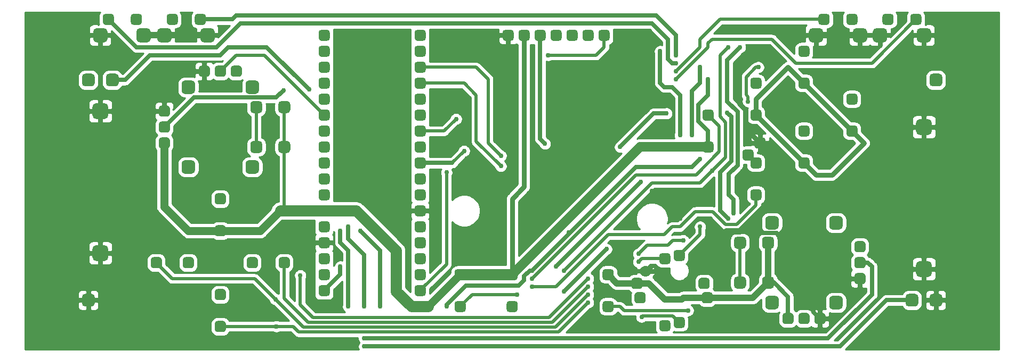
<source format=gbr>
%TF.GenerationSoftware,KiCad,Pcbnew,(5.1.9)-1*%
%TF.CreationDate,2021-08-06T18:06:19-04:00*%
%TF.ProjectId,MK2_1,4d4b325f-312e-46b6-9963-61645f706362,1*%
%TF.SameCoordinates,Original*%
%TF.FileFunction,Copper,L2,Bot*%
%TF.FilePolarity,Positive*%
%FSLAX45Y45*%
G04 Gerber Fmt 4.5, Leading zero omitted, Abs format (unit mm)*
G04 Created by KiCad (PCBNEW (5.1.9)-1) date 2021-08-06 18:06:19*
%MOMM*%
%LPD*%
G01*
G04 APERTURE LIST*
%TA.AperFunction,ComponentPad*%
%ADD10C,1.778000*%
%TD*%
%TA.AperFunction,ViaPad*%
%ADD11C,0.762000*%
%TD*%
%TA.AperFunction,ViaPad*%
%ADD12C,1.270000*%
%TD*%
%TA.AperFunction,Conductor*%
%ADD13C,0.635000*%
%TD*%
%TA.AperFunction,Conductor*%
%ADD14C,0.762000*%
%TD*%
%TA.AperFunction,Conductor*%
%ADD15C,1.016000*%
%TD*%
%TA.AperFunction,Conductor*%
%ADD16C,1.270000*%
%TD*%
%TA.AperFunction,Conductor*%
%ADD17C,0.508000*%
%TD*%
%TA.AperFunction,Conductor*%
%ADD18C,1.778000*%
%TD*%
%TA.AperFunction,Conductor*%
%ADD19C,1.524000*%
%TD*%
%TA.AperFunction,Conductor*%
%ADD20C,0.254000*%
%TD*%
%TA.AperFunction,Conductor*%
%ADD21C,0.127000*%
%TD*%
G04 APERTURE END LIST*
%TO.P,G0,1*%
%TO.N,GND*%
%TA.AperFunction,ComponentPad*%
G36*
G01*
X17653000Y-4191000D02*
X17653000Y-4318000D01*
G75*
G02*
X17589500Y-4381500I-63500J0D01*
G01*
X17462500Y-4381500D01*
G75*
G02*
X17399000Y-4318000I0J63500D01*
G01*
X17399000Y-4191000D01*
G75*
G02*
X17462500Y-4127500I63500J0D01*
G01*
X17589500Y-4127500D01*
G75*
G02*
X17653000Y-4191000I0J-63500D01*
G01*
G37*
%TD.AperFunction*%
%TD*%
%TO.P,G0,1*%
%TO.N,GND*%
%TA.AperFunction,ComponentPad*%
G36*
G01*
X17653000Y-6451600D02*
X17653000Y-6578600D01*
G75*
G02*
X17589500Y-6642100I-63500J0D01*
G01*
X17462500Y-6642100D01*
G75*
G02*
X17399000Y-6578600I0J63500D01*
G01*
X17399000Y-6451600D01*
G75*
G02*
X17462500Y-6388100I63500J0D01*
G01*
X17589500Y-6388100D01*
G75*
G02*
X17653000Y-6451600I0J-63500D01*
G01*
G37*
%TD.AperFunction*%
%TD*%
%TO.P,P0,1*%
%TO.N,5V*%
%TA.AperFunction,ComponentPad*%
G36*
G01*
X17818100Y-3454400D02*
X17818100Y-3556000D01*
G75*
G02*
X17767300Y-3606800I-50800J0D01*
G01*
X17665700Y-3606800D01*
G75*
G02*
X17614900Y-3556000I0J50800D01*
G01*
X17614900Y-3454400D01*
G75*
G02*
X17665700Y-3403600I50800J0D01*
G01*
X17767300Y-3403600D01*
G75*
G02*
X17818100Y-3454400I0J-50800D01*
G01*
G37*
%TD.AperFunction*%
%TD*%
%TO.P,P0,1*%
%TO.N,A5*%
%TA.AperFunction,ComponentPad*%
G36*
G01*
X17437100Y-6959600D02*
X17437100Y-7061200D01*
G75*
G02*
X17386300Y-7112000I-50800J0D01*
G01*
X17284700Y-7112000D01*
G75*
G02*
X17233900Y-7061200I0J50800D01*
G01*
X17233900Y-6959600D01*
G75*
G02*
X17284700Y-6908800I50800J0D01*
G01*
X17386300Y-6908800D01*
G75*
G02*
X17437100Y-6959600I0J-50800D01*
G01*
G37*
%TD.AperFunction*%
%TD*%
%TO.P,P0,1*%
%TO.N,GND*%
%TA.AperFunction,ComponentPad*%
G36*
G01*
X17665700Y-6908800D02*
X17767300Y-6908800D01*
G75*
G02*
X17818100Y-6959600I0J-50800D01*
G01*
X17818100Y-7061200D01*
G75*
G02*
X17767300Y-7112000I-50800J0D01*
G01*
X17665700Y-7112000D01*
G75*
G02*
X17614900Y-7061200I0J50800D01*
G01*
X17614900Y-6959600D01*
G75*
G02*
X17665700Y-6908800I50800J0D01*
G01*
G37*
%TD.AperFunction*%
%TD*%
%TO.P,G0,1*%
%TO.N,GND*%
%TA.AperFunction,ComponentPad*%
G36*
G01*
X4318000Y-4064000D02*
X4318000Y-3937000D01*
G75*
G02*
X4381500Y-3873500I63500J0D01*
G01*
X4508500Y-3873500D01*
G75*
G02*
X4572000Y-3937000I0J-63500D01*
G01*
X4572000Y-4064000D01*
G75*
G02*
X4508500Y-4127500I-63500J0D01*
G01*
X4381500Y-4127500D01*
G75*
G02*
X4318000Y-4064000I0J63500D01*
G01*
G37*
%TD.AperFunction*%
%TD*%
%TO.P,G0,1*%
%TO.N,GND*%
%TA.AperFunction,ComponentPad*%
G36*
G01*
X4318000Y-6324600D02*
X4318000Y-6197600D01*
G75*
G02*
X4381500Y-6134100I63500J0D01*
G01*
X4508500Y-6134100D01*
G75*
G02*
X4572000Y-6197600I0J-63500D01*
G01*
X4572000Y-6324600D01*
G75*
G02*
X4508500Y-6388100I-63500J0D01*
G01*
X4381500Y-6388100D01*
G75*
G02*
X4318000Y-6324600I0J63500D01*
G01*
G37*
%TD.AperFunction*%
%TD*%
%TO.P,B0,2*%
%TO.N,5V*%
%TA.AperFunction,ComponentPad*%
G36*
G01*
X6261100Y-5949950D02*
X6261100Y-5861050D01*
G75*
G02*
X6305550Y-5816600I44450J0D01*
G01*
X6394450Y-5816600D01*
G75*
G02*
X6438900Y-5861050I0J-44450D01*
G01*
X6438900Y-5949950D01*
G75*
G02*
X6394450Y-5994400I-44450J0D01*
G01*
X6305550Y-5994400D01*
G75*
G02*
X6261100Y-5949950I0J44450D01*
G01*
G37*
%TD.AperFunction*%
%TO.P,B0,1*%
%TO.N,B3*%
%TA.AperFunction,ComponentPad*%
G36*
G01*
X6261100Y-5441950D02*
X6261100Y-5353050D01*
G75*
G02*
X6305550Y-5308600I44450J0D01*
G01*
X6394450Y-5308600D01*
G75*
G02*
X6438900Y-5353050I0J-44450D01*
G01*
X6438900Y-5441950D01*
G75*
G02*
X6394450Y-5486400I-44450J0D01*
G01*
X6305550Y-5486400D01*
G75*
G02*
X6261100Y-5441950I0J44450D01*
G01*
G37*
%TD.AperFunction*%
%TD*%
%TO.P,P0,1*%
%TO.N,5V*%
%TA.AperFunction,ComponentPad*%
G36*
G01*
X14776450Y-4787900D02*
X14687550Y-4787900D01*
G75*
G02*
X14643100Y-4743450I0J44450D01*
G01*
X14643100Y-4654550D01*
G75*
G02*
X14687550Y-4610100I44450J0D01*
G01*
X14776450Y-4610100D01*
G75*
G02*
X14820900Y-4654550I0J-44450D01*
G01*
X14820900Y-4743450D01*
G75*
G02*
X14776450Y-4787900I-44450J0D01*
G01*
G37*
%TD.AperFunction*%
%TD*%
%TO.P,P0,1*%
%TO.N,GND*%
%TA.AperFunction,ComponentPad*%
G36*
G01*
X14966950Y-4597400D02*
X14878050Y-4597400D01*
G75*
G02*
X14833600Y-4552950I0J44450D01*
G01*
X14833600Y-4464050D01*
G75*
G02*
X14878050Y-4419600I44450J0D01*
G01*
X14966950Y-4419600D01*
G75*
G02*
X15011400Y-4464050I0J-44450D01*
G01*
X15011400Y-4552950D01*
G75*
G02*
X14966950Y-4597400I-44450J0D01*
G01*
G37*
%TD.AperFunction*%
%TD*%
%TO.P,B0,1*%
%TO.N,5V*%
%TA.AperFunction,ComponentPad*%
G36*
G01*
X12420600Y-6648450D02*
X12420600Y-6559550D01*
G75*
G02*
X12465050Y-6515100I44450J0D01*
G01*
X12553950Y-6515100D01*
G75*
G02*
X12598400Y-6559550I0J-44450D01*
G01*
X12598400Y-6648450D01*
G75*
G02*
X12553950Y-6692900I-44450J0D01*
G01*
X12465050Y-6692900D01*
G75*
G02*
X12420600Y-6648450I0J44450D01*
G01*
G37*
%TD.AperFunction*%
%TO.P,B0,2*%
%TO.N,B18*%
%TA.AperFunction,ComponentPad*%
G36*
G01*
X12420600Y-7156450D02*
X12420600Y-7067550D01*
G75*
G02*
X12465050Y-7023100I44450J0D01*
G01*
X12553950Y-7023100D01*
G75*
G02*
X12598400Y-7067550I0J-44450D01*
G01*
X12598400Y-7156450D01*
G75*
G02*
X12553950Y-7200900I-44450J0D01*
G01*
X12465050Y-7200900D01*
G75*
G02*
X12420600Y-7156450I0J44450D01*
G01*
G37*
%TD.AperFunction*%
%TD*%
%TO.P,B0,1*%
%TO.N,B11*%
%TA.AperFunction,ComponentPad*%
G36*
G01*
X15532100Y-3092450D02*
X15532100Y-3003550D01*
G75*
G02*
X15576550Y-2959100I44450J0D01*
G01*
X15665450Y-2959100D01*
G75*
G02*
X15709900Y-3003550I0J-44450D01*
G01*
X15709900Y-3092450D01*
G75*
G02*
X15665450Y-3136900I-44450J0D01*
G01*
X15576550Y-3136900D01*
G75*
G02*
X15532100Y-3092450I0J44450D01*
G01*
G37*
%TD.AperFunction*%
%TO.P,B0,2*%
%TO.N,5V*%
%TA.AperFunction,ComponentPad*%
G36*
G01*
X15532100Y-3600450D02*
X15532100Y-3511550D01*
G75*
G02*
X15576550Y-3467100I44450J0D01*
G01*
X15665450Y-3467100D01*
G75*
G02*
X15709900Y-3511550I0J-44450D01*
G01*
X15709900Y-3600450D01*
G75*
G02*
X15665450Y-3644900I-44450J0D01*
G01*
X15576550Y-3644900D01*
G75*
G02*
X15532100Y-3600450I0J44450D01*
G01*
G37*
%TD.AperFunction*%
%TD*%
%TO.P,B0,1*%
%TO.N,B9*%
%TA.AperFunction,ComponentPad*%
G36*
G01*
X16294100Y-3854450D02*
X16294100Y-3765550D01*
G75*
G02*
X16338550Y-3721100I44450J0D01*
G01*
X16427450Y-3721100D01*
G75*
G02*
X16471900Y-3765550I0J-44450D01*
G01*
X16471900Y-3854450D01*
G75*
G02*
X16427450Y-3898900I-44450J0D01*
G01*
X16338550Y-3898900D01*
G75*
G02*
X16294100Y-3854450I0J44450D01*
G01*
G37*
%TD.AperFunction*%
%TO.P,B0,2*%
%TO.N,5V*%
%TA.AperFunction,ComponentPad*%
G36*
G01*
X16294100Y-4362450D02*
X16294100Y-4273550D01*
G75*
G02*
X16338550Y-4229100I44450J0D01*
G01*
X16427450Y-4229100D01*
G75*
G02*
X16471900Y-4273550I0J-44450D01*
G01*
X16471900Y-4362450D01*
G75*
G02*
X16427450Y-4406900I-44450J0D01*
G01*
X16338550Y-4406900D01*
G75*
G02*
X16294100Y-4362450I0J44450D01*
G01*
G37*
%TD.AperFunction*%
%TD*%
%TO.P,B0,1*%
%TO.N,B8*%
%TA.AperFunction,ComponentPad*%
G36*
G01*
X15532100Y-4362450D02*
X15532100Y-4273550D01*
G75*
G02*
X15576550Y-4229100I44450J0D01*
G01*
X15665450Y-4229100D01*
G75*
G02*
X15709900Y-4273550I0J-44450D01*
G01*
X15709900Y-4362450D01*
G75*
G02*
X15665450Y-4406900I-44450J0D01*
G01*
X15576550Y-4406900D01*
G75*
G02*
X15532100Y-4362450I0J44450D01*
G01*
G37*
%TD.AperFunction*%
%TO.P,B0,2*%
%TO.N,5V*%
%TA.AperFunction,ComponentPad*%
G36*
G01*
X15532100Y-4870450D02*
X15532100Y-4781550D01*
G75*
G02*
X15576550Y-4737100I44450J0D01*
G01*
X15665450Y-4737100D01*
G75*
G02*
X15709900Y-4781550I0J-44450D01*
G01*
X15709900Y-4870450D01*
G75*
G02*
X15665450Y-4914900I-44450J0D01*
G01*
X15576550Y-4914900D01*
G75*
G02*
X15532100Y-4870450I0J44450D01*
G01*
G37*
%TD.AperFunction*%
%TD*%
%TO.P,B0,1*%
%TO.N,5V*%
%TA.AperFunction,ComponentPad*%
G36*
G01*
X14770100Y-4870450D02*
X14770100Y-4781550D01*
G75*
G02*
X14814550Y-4737100I44450J0D01*
G01*
X14903450Y-4737100D01*
G75*
G02*
X14947900Y-4781550I0J-44450D01*
G01*
X14947900Y-4870450D01*
G75*
G02*
X14903450Y-4914900I-44450J0D01*
G01*
X14814550Y-4914900D01*
G75*
G02*
X14770100Y-4870450I0J44450D01*
G01*
G37*
%TD.AperFunction*%
%TO.P,B0,2*%
%TO.N,B6*%
%TA.AperFunction,ComponentPad*%
G36*
G01*
X14770100Y-5378450D02*
X14770100Y-5289550D01*
G75*
G02*
X14814550Y-5245100I44450J0D01*
G01*
X14903450Y-5245100D01*
G75*
G02*
X14947900Y-5289550I0J-44450D01*
G01*
X14947900Y-5378450D01*
G75*
G02*
X14903450Y-5422900I-44450J0D01*
G01*
X14814550Y-5422900D01*
G75*
G02*
X14770100Y-5378450I0J44450D01*
G01*
G37*
%TD.AperFunction*%
%TD*%
%TO.P,B0,1*%
%TO.N,B10*%
%TA.AperFunction,ComponentPad*%
G36*
G01*
X14770100Y-3600450D02*
X14770100Y-3511550D01*
G75*
G02*
X14814550Y-3467100I44450J0D01*
G01*
X14903450Y-3467100D01*
G75*
G02*
X14947900Y-3511550I0J-44450D01*
G01*
X14947900Y-3600450D01*
G75*
G02*
X14903450Y-3644900I-44450J0D01*
G01*
X14814550Y-3644900D01*
G75*
G02*
X14770100Y-3600450I0J44450D01*
G01*
G37*
%TD.AperFunction*%
%TO.P,B0,2*%
%TO.N,5V*%
%TA.AperFunction,ComponentPad*%
G36*
G01*
X14770100Y-4108450D02*
X14770100Y-4019550D01*
G75*
G02*
X14814550Y-3975100I44450J0D01*
G01*
X14903450Y-3975100D01*
G75*
G02*
X14947900Y-4019550I0J-44450D01*
G01*
X14947900Y-4108450D01*
G75*
G02*
X14903450Y-4152900I-44450J0D01*
G01*
X14814550Y-4152900D01*
G75*
G02*
X14770100Y-4108450I0J44450D01*
G01*
G37*
%TD.AperFunction*%
%TD*%
%TO.P,B0,1*%
%TO.N,B7*%
%TA.AperFunction,ComponentPad*%
G36*
G01*
X14008100Y-4108450D02*
X14008100Y-4019550D01*
G75*
G02*
X14052550Y-3975100I44450J0D01*
G01*
X14141450Y-3975100D01*
G75*
G02*
X14185900Y-4019550I0J-44450D01*
G01*
X14185900Y-4108450D01*
G75*
G02*
X14141450Y-4152900I-44450J0D01*
G01*
X14052550Y-4152900D01*
G75*
G02*
X14008100Y-4108450I0J44450D01*
G01*
G37*
%TD.AperFunction*%
%TO.P,B0,2*%
%TO.N,5V*%
%TA.AperFunction,ComponentPad*%
G36*
G01*
X14008100Y-4616450D02*
X14008100Y-4527550D01*
G75*
G02*
X14052550Y-4483100I44450J0D01*
G01*
X14141450Y-4483100D01*
G75*
G02*
X14185900Y-4527550I0J-44450D01*
G01*
X14185900Y-4616450D01*
G75*
G02*
X14141450Y-4660900I-44450J0D01*
G01*
X14052550Y-4660900D01*
G75*
G02*
X14008100Y-4616450I0J44450D01*
G01*
G37*
%TD.AperFunction*%
%TD*%
%TO.P,B0,1*%
%TO.N,5V*%
%TA.AperFunction,ComponentPad*%
G36*
G01*
X10896600Y-6648450D02*
X10896600Y-6559550D01*
G75*
G02*
X10941050Y-6515100I44450J0D01*
G01*
X11029950Y-6515100D01*
G75*
G02*
X11074400Y-6559550I0J-44450D01*
G01*
X11074400Y-6648450D01*
G75*
G02*
X11029950Y-6692900I-44450J0D01*
G01*
X10941050Y-6692900D01*
G75*
G02*
X10896600Y-6648450I0J44450D01*
G01*
G37*
%TD.AperFunction*%
%TO.P,B0,2*%
%TO.N,B4*%
%TA.AperFunction,ComponentPad*%
G36*
G01*
X10896600Y-7156450D02*
X10896600Y-7067550D01*
G75*
G02*
X10941050Y-7023100I44450J0D01*
G01*
X11029950Y-7023100D01*
G75*
G02*
X11074400Y-7067550I0J-44450D01*
G01*
X11074400Y-7156450D01*
G75*
G02*
X11029950Y-7200900I-44450J0D01*
G01*
X10941050Y-7200900D01*
G75*
G02*
X10896600Y-7156450I0J44450D01*
G01*
G37*
%TD.AperFunction*%
%TD*%
%TO.P,B0,1*%
%TO.N,5V*%
%TA.AperFunction,ComponentPad*%
G36*
G01*
X10071100Y-6648450D02*
X10071100Y-6559550D01*
G75*
G02*
X10115550Y-6515100I44450J0D01*
G01*
X10204450Y-6515100D01*
G75*
G02*
X10248900Y-6559550I0J-44450D01*
G01*
X10248900Y-6648450D01*
G75*
G02*
X10204450Y-6692900I-44450J0D01*
G01*
X10115550Y-6692900D01*
G75*
G02*
X10071100Y-6648450I0J44450D01*
G01*
G37*
%TD.AperFunction*%
%TO.P,B0,2*%
%TO.N,B5*%
%TA.AperFunction,ComponentPad*%
G36*
G01*
X10071100Y-7156450D02*
X10071100Y-7067550D01*
G75*
G02*
X10115550Y-7023100I44450J0D01*
G01*
X10204450Y-7023100D01*
G75*
G02*
X10248900Y-7067550I0J-44450D01*
G01*
X10248900Y-7156450D01*
G75*
G02*
X10204450Y-7200900I-44450J0D01*
G01*
X10115550Y-7200900D01*
G75*
G02*
X10071100Y-7156450I0J44450D01*
G01*
G37*
%TD.AperFunction*%
%TD*%
%TO.P,B0,1*%
%TO.N,B0*%
%TA.AperFunction,ComponentPad*%
G36*
G01*
X6438900Y-7385050D02*
X6438900Y-7473950D01*
G75*
G02*
X6394450Y-7518400I-44450J0D01*
G01*
X6305550Y-7518400D01*
G75*
G02*
X6261100Y-7473950I0J44450D01*
G01*
X6261100Y-7385050D01*
G75*
G02*
X6305550Y-7340600I44450J0D01*
G01*
X6394450Y-7340600D01*
G75*
G02*
X6438900Y-7385050I0J-44450D01*
G01*
G37*
%TD.AperFunction*%
%TO.P,B0,2*%
%TO.N,5V*%
%TA.AperFunction,ComponentPad*%
G36*
G01*
X6438900Y-6877050D02*
X6438900Y-6965950D01*
G75*
G02*
X6394450Y-7010400I-44450J0D01*
G01*
X6305550Y-7010400D01*
G75*
G02*
X6261100Y-6965950I0J44450D01*
G01*
X6261100Y-6877050D01*
G75*
G02*
X6305550Y-6832600I44450J0D01*
G01*
X6394450Y-6832600D01*
G75*
G02*
X6438900Y-6877050I0J-44450D01*
G01*
G37*
%TD.AperFunction*%
%TD*%
%TO.P,B0,1*%
%TO.N,B2*%
%TA.AperFunction,ComponentPad*%
G36*
G01*
X7321550Y-6324600D02*
X7410450Y-6324600D01*
G75*
G02*
X7454900Y-6369050I0J-44450D01*
G01*
X7454900Y-6457950D01*
G75*
G02*
X7410450Y-6502400I-44450J0D01*
G01*
X7321550Y-6502400D01*
G75*
G02*
X7277100Y-6457950I0J44450D01*
G01*
X7277100Y-6369050D01*
G75*
G02*
X7321550Y-6324600I44450J0D01*
G01*
G37*
%TD.AperFunction*%
%TO.P,B0,2*%
%TO.N,5V*%
%TA.AperFunction,ComponentPad*%
G36*
G01*
X6813550Y-6324600D02*
X6902450Y-6324600D01*
G75*
G02*
X6946900Y-6369050I0J-44450D01*
G01*
X6946900Y-6457950D01*
G75*
G02*
X6902450Y-6502400I-44450J0D01*
G01*
X6813550Y-6502400D01*
G75*
G02*
X6769100Y-6457950I0J44450D01*
G01*
X6769100Y-6369050D01*
G75*
G02*
X6813550Y-6324600I44450J0D01*
G01*
G37*
%TD.AperFunction*%
%TD*%
%TO.P,B0,1*%
%TO.N,B1*%
%TA.AperFunction,ComponentPad*%
G36*
G01*
X5378450Y-6502400D02*
X5289550Y-6502400D01*
G75*
G02*
X5245100Y-6457950I0J44450D01*
G01*
X5245100Y-6369050D01*
G75*
G02*
X5289550Y-6324600I44450J0D01*
G01*
X5378450Y-6324600D01*
G75*
G02*
X5422900Y-6369050I0J-44450D01*
G01*
X5422900Y-6457950D01*
G75*
G02*
X5378450Y-6502400I-44450J0D01*
G01*
G37*
%TD.AperFunction*%
%TO.P,B0,2*%
%TO.N,5V*%
%TA.AperFunction,ComponentPad*%
G36*
G01*
X5886450Y-6502400D02*
X5797550Y-6502400D01*
G75*
G02*
X5753100Y-6457950I0J44450D01*
G01*
X5753100Y-6369050D01*
G75*
G02*
X5797550Y-6324600I44450J0D01*
G01*
X5886450Y-6324600D01*
G75*
G02*
X5930900Y-6369050I0J-44450D01*
G01*
X5930900Y-6457950D01*
G75*
G02*
X5886450Y-6502400I-44450J0D01*
G01*
G37*
%TD.AperFunction*%
%TD*%
%TO.P,P0,1*%
%TO.N,5V*%
%TA.AperFunction,ComponentPad*%
G36*
G01*
X13455650Y-7505700D02*
X13366750Y-7505700D01*
G75*
G02*
X13322300Y-7461250I0J44450D01*
G01*
X13322300Y-7372350D01*
G75*
G02*
X13366750Y-7327900I44450J0D01*
G01*
X13455650Y-7327900D01*
G75*
G02*
X13500100Y-7372350I0J-44450D01*
G01*
X13500100Y-7461250D01*
G75*
G02*
X13455650Y-7505700I-44450J0D01*
G01*
G37*
%TD.AperFunction*%
%TD*%
%TO.P,P0,1*%
%TO.N,B21*%
%TA.AperFunction,ComponentPad*%
G36*
G01*
X13684250Y-7454900D02*
X13595350Y-7454900D01*
G75*
G02*
X13550900Y-7410450I0J44450D01*
G01*
X13550900Y-7321550D01*
G75*
G02*
X13595350Y-7277100I44450J0D01*
G01*
X13684250Y-7277100D01*
G75*
G02*
X13728700Y-7321550I0J-44450D01*
G01*
X13728700Y-7410450D01*
G75*
G02*
X13684250Y-7454900I-44450J0D01*
G01*
G37*
%TD.AperFunction*%
%TD*%
%TO.P,P0,1*%
%TO.N,5V*%
%TA.AperFunction,ComponentPad*%
G36*
G01*
X14128750Y-7061200D02*
X14039850Y-7061200D01*
G75*
G02*
X13995400Y-7016750I0J44450D01*
G01*
X13995400Y-6927850D01*
G75*
G02*
X14039850Y-6883400I44450J0D01*
G01*
X14128750Y-6883400D01*
G75*
G02*
X14173200Y-6927850I0J-44450D01*
G01*
X14173200Y-7016750D01*
G75*
G02*
X14128750Y-7061200I-44450J0D01*
G01*
G37*
%TD.AperFunction*%
%TD*%
%TO.P,P0,1*%
%TO.N,B20*%
%TA.AperFunction,ComponentPad*%
G36*
G01*
X14077950Y-6832600D02*
X13989050Y-6832600D01*
G75*
G02*
X13944600Y-6788150I0J44450D01*
G01*
X13944600Y-6699250D01*
G75*
G02*
X13989050Y-6654800I44450J0D01*
G01*
X14077950Y-6654800D01*
G75*
G02*
X14122400Y-6699250I0J-44450D01*
G01*
X14122400Y-6788150D01*
G75*
G02*
X14077950Y-6832600I-44450J0D01*
G01*
G37*
%TD.AperFunction*%
%TD*%
%TO.P,P0,1*%
%TO.N,B19*%
%TA.AperFunction,ComponentPad*%
G36*
G01*
X13684250Y-6388100D02*
X13595350Y-6388100D01*
G75*
G02*
X13550900Y-6343650I0J44450D01*
G01*
X13550900Y-6254750D01*
G75*
G02*
X13595350Y-6210300I44450J0D01*
G01*
X13684250Y-6210300D01*
G75*
G02*
X13728700Y-6254750I0J-44450D01*
G01*
X13728700Y-6343650D01*
G75*
G02*
X13684250Y-6388100I-44450J0D01*
G01*
G37*
%TD.AperFunction*%
%TD*%
%TO.P,P0,1*%
%TO.N,B22*%
%TA.AperFunction,ComponentPad*%
G36*
G01*
X13455650Y-6438900D02*
X13366750Y-6438900D01*
G75*
G02*
X13322300Y-6394450I0J44450D01*
G01*
X13322300Y-6305550D01*
G75*
G02*
X13366750Y-6261100I44450J0D01*
G01*
X13455650Y-6261100D01*
G75*
G02*
X13500100Y-6305550I0J-44450D01*
G01*
X13500100Y-6394450D01*
G75*
G02*
X13455650Y-6438900I-44450J0D01*
G01*
G37*
%TD.AperFunction*%
%TD*%
D10*
%TO.P,P0,1*%
%TO.N,GND*%
X13106400Y-6553200D03*
%TD*%
%TO.P,P0,1*%
%TO.N,5V*%
%TA.AperFunction,ComponentPad*%
G36*
G01*
X13011150Y-6832600D02*
X12922250Y-6832600D01*
G75*
G02*
X12877800Y-6788150I0J44450D01*
G01*
X12877800Y-6699250D01*
G75*
G02*
X12922250Y-6654800I44450J0D01*
G01*
X13011150Y-6654800D01*
G75*
G02*
X13055600Y-6699250I0J-44450D01*
G01*
X13055600Y-6788150D01*
G75*
G02*
X13011150Y-6832600I-44450J0D01*
G01*
G37*
%TD.AperFunction*%
%TD*%
%TO.P,P0,1*%
%TO.N,B23*%
%TA.AperFunction,ComponentPad*%
G36*
G01*
X13061950Y-7061200D02*
X12973050Y-7061200D01*
G75*
G02*
X12928600Y-7016750I0J44450D01*
G01*
X12928600Y-6927850D01*
G75*
G02*
X12973050Y-6883400I44450J0D01*
G01*
X13061950Y-6883400D01*
G75*
G02*
X13106400Y-6927850I0J-44450D01*
G01*
X13106400Y-7016750D01*
G75*
G02*
X13061950Y-7061200I-44450J0D01*
G01*
G37*
%TD.AperFunction*%
%TD*%
%TO.P,P0,1*%
%TO.N,B16*%
%TA.AperFunction,ComponentPad*%
G36*
G01*
X14509750Y-6143625D02*
X14509750Y-6048375D01*
G75*
G02*
X14557375Y-6000750I47625J0D01*
G01*
X14652625Y-6000750D01*
G75*
G02*
X14700250Y-6048375I0J-47625D01*
G01*
X14700250Y-6143625D01*
G75*
G02*
X14652625Y-6191250I-47625J0D01*
G01*
X14557375Y-6191250D01*
G75*
G02*
X14509750Y-6143625I0J47625D01*
G01*
G37*
%TD.AperFunction*%
%TD*%
%TO.P,P0,1*%
%TO.N,B16*%
%TA.AperFunction,ComponentPad*%
G36*
G01*
X14509750Y-6778625D02*
X14509750Y-6683375D01*
G75*
G02*
X14557375Y-6635750I47625J0D01*
G01*
X14652625Y-6635750D01*
G75*
G02*
X14700250Y-6683375I0J-47625D01*
G01*
X14700250Y-6778625D01*
G75*
G02*
X14652625Y-6826250I-47625J0D01*
G01*
X14557375Y-6826250D01*
G75*
G02*
X14509750Y-6778625I0J47625D01*
G01*
G37*
%TD.AperFunction*%
%TD*%
%TO.P,P0,1*%
%TO.N,5V*%
%TA.AperFunction,ComponentPad*%
G36*
G01*
X14954250Y-6778625D02*
X14954250Y-6683375D01*
G75*
G02*
X15001875Y-6635750I47625J0D01*
G01*
X15097125Y-6635750D01*
G75*
G02*
X15144750Y-6683375I0J-47625D01*
G01*
X15144750Y-6778625D01*
G75*
G02*
X15097125Y-6826250I-47625J0D01*
G01*
X15001875Y-6826250D01*
G75*
G02*
X14954250Y-6778625I0J47625D01*
G01*
G37*
%TD.AperFunction*%
%TD*%
%TO.P,P0,1*%
%TO.N,5V*%
%TA.AperFunction,ComponentPad*%
G36*
G01*
X14954250Y-6143625D02*
X14954250Y-6048375D01*
G75*
G02*
X15001875Y-6000750I47625J0D01*
G01*
X15097125Y-6000750D01*
G75*
G02*
X15144750Y-6048375I0J-47625D01*
G01*
X15144750Y-6143625D01*
G75*
G02*
X15097125Y-6191250I-47625J0D01*
G01*
X15001875Y-6191250D01*
G75*
G02*
X14954250Y-6143625I0J47625D01*
G01*
G37*
%TD.AperFunction*%
%TD*%
%TO.P,P0,1*%
%TO.N,B17*%
%TA.AperFunction,ComponentPad*%
G36*
G01*
X6826250Y-3984625D02*
X6826250Y-3889375D01*
G75*
G02*
X6873875Y-3841750I47625J0D01*
G01*
X6969125Y-3841750D01*
G75*
G02*
X7016750Y-3889375I0J-47625D01*
G01*
X7016750Y-3984625D01*
G75*
G02*
X6969125Y-4032250I-47625J0D01*
G01*
X6873875Y-4032250D01*
G75*
G02*
X6826250Y-3984625I0J47625D01*
G01*
G37*
%TD.AperFunction*%
%TD*%
%TO.P,P0,1*%
%TO.N,B17*%
%TA.AperFunction,ComponentPad*%
G36*
G01*
X6826250Y-4619625D02*
X6826250Y-4524375D01*
G75*
G02*
X6873875Y-4476750I47625J0D01*
G01*
X6969125Y-4476750D01*
G75*
G02*
X7016750Y-4524375I0J-47625D01*
G01*
X7016750Y-4619625D01*
G75*
G02*
X6969125Y-4667250I-47625J0D01*
G01*
X6873875Y-4667250D01*
G75*
G02*
X6826250Y-4619625I0J47625D01*
G01*
G37*
%TD.AperFunction*%
%TD*%
%TO.P,P0,1*%
%TO.N,5V*%
%TA.AperFunction,ComponentPad*%
G36*
G01*
X7270750Y-4619625D02*
X7270750Y-4524375D01*
G75*
G02*
X7318375Y-4476750I47625J0D01*
G01*
X7413625Y-4476750D01*
G75*
G02*
X7461250Y-4524375I0J-47625D01*
G01*
X7461250Y-4619625D01*
G75*
G02*
X7413625Y-4667250I-47625J0D01*
G01*
X7318375Y-4667250D01*
G75*
G02*
X7270750Y-4619625I0J47625D01*
G01*
G37*
%TD.AperFunction*%
%TD*%
%TO.P,P0,1*%
%TO.N,5V*%
%TA.AperFunction,ComponentPad*%
G36*
G01*
X7270750Y-3984625D02*
X7270750Y-3889375D01*
G75*
G02*
X7318375Y-3841750I47625J0D01*
G01*
X7413625Y-3841750D01*
G75*
G02*
X7461250Y-3889375I0J-47625D01*
G01*
X7461250Y-3984625D01*
G75*
G02*
X7413625Y-4032250I-47625J0D01*
G01*
X7318375Y-4032250D01*
G75*
G02*
X7270750Y-3984625I0J47625D01*
G01*
G37*
%TD.AperFunction*%
%TD*%
%TO.P,P0,1*%
%TO.N,D12*%
%TA.AperFunction,ComponentPad*%
G36*
G01*
X12490450Y-2882900D02*
X12401550Y-2882900D01*
G75*
G02*
X12357100Y-2838450I0J44450D01*
G01*
X12357100Y-2749550D01*
G75*
G02*
X12401550Y-2705100I44450J0D01*
G01*
X12490450Y-2705100D01*
G75*
G02*
X12534900Y-2749550I0J-44450D01*
G01*
X12534900Y-2838450D01*
G75*
G02*
X12490450Y-2882900I-44450J0D01*
G01*
G37*
%TD.AperFunction*%
%TD*%
%TO.P,P0,1*%
%TO.N,D4*%
%TA.AperFunction,ComponentPad*%
G36*
G01*
X12236450Y-2882900D02*
X12147550Y-2882900D01*
G75*
G02*
X12103100Y-2838450I0J44450D01*
G01*
X12103100Y-2749550D01*
G75*
G02*
X12147550Y-2705100I44450J0D01*
G01*
X12236450Y-2705100D01*
G75*
G02*
X12280900Y-2749550I0J-44450D01*
G01*
X12280900Y-2838450D01*
G75*
G02*
X12236450Y-2882900I-44450J0D01*
G01*
G37*
%TD.AperFunction*%
%TD*%
%TO.P,P0,1*%
%TO.N,D6*%
%TA.AperFunction,ComponentPad*%
G36*
G01*
X11982450Y-2882900D02*
X11893550Y-2882900D01*
G75*
G02*
X11849100Y-2838450I0J44450D01*
G01*
X11849100Y-2749550D01*
G75*
G02*
X11893550Y-2705100I44450J0D01*
G01*
X11982450Y-2705100D01*
G75*
G02*
X12026900Y-2749550I0J-44450D01*
G01*
X12026900Y-2838450D01*
G75*
G02*
X11982450Y-2882900I-44450J0D01*
G01*
G37*
%TD.AperFunction*%
%TD*%
%TO.P,P0,1*%
%TO.N,COPI*%
%TA.AperFunction,ComponentPad*%
G36*
G01*
X11728450Y-2882900D02*
X11639550Y-2882900D01*
G75*
G02*
X11595100Y-2838450I0J44450D01*
G01*
X11595100Y-2749550D01*
G75*
G02*
X11639550Y-2705100I44450J0D01*
G01*
X11728450Y-2705100D01*
G75*
G02*
X11772900Y-2749550I0J-44450D01*
G01*
X11772900Y-2838450D01*
G75*
G02*
X11728450Y-2882900I-44450J0D01*
G01*
G37*
%TD.AperFunction*%
%TD*%
%TO.P,P0,1*%
%TO.N,SCK*%
%TA.AperFunction,ComponentPad*%
G36*
G01*
X11474450Y-2882900D02*
X11385550Y-2882900D01*
G75*
G02*
X11341100Y-2838450I0J44450D01*
G01*
X11341100Y-2749550D01*
G75*
G02*
X11385550Y-2705100I44450J0D01*
G01*
X11474450Y-2705100D01*
G75*
G02*
X11518900Y-2749550I0J-44450D01*
G01*
X11518900Y-2838450D01*
G75*
G02*
X11474450Y-2882900I-44450J0D01*
G01*
G37*
%TD.AperFunction*%
%TD*%
%TO.P,P0,1*%
%TO.N,5V*%
%TA.AperFunction,ComponentPad*%
G36*
G01*
X11220450Y-2882900D02*
X11131550Y-2882900D01*
G75*
G02*
X11087100Y-2838450I0J44450D01*
G01*
X11087100Y-2749550D01*
G75*
G02*
X11131550Y-2705100I44450J0D01*
G01*
X11220450Y-2705100D01*
G75*
G02*
X11264900Y-2749550I0J-44450D01*
G01*
X11264900Y-2838450D01*
G75*
G02*
X11220450Y-2882900I-44450J0D01*
G01*
G37*
%TD.AperFunction*%
%TD*%
%TO.P,P0,1*%
%TO.N,GND*%
%TA.AperFunction,ComponentPad*%
G36*
G01*
X10966450Y-2882900D02*
X10877550Y-2882900D01*
G75*
G02*
X10833100Y-2838450I0J44450D01*
G01*
X10833100Y-2749550D01*
G75*
G02*
X10877550Y-2705100I44450J0D01*
G01*
X10966450Y-2705100D01*
G75*
G02*
X11010900Y-2749550I0J-44450D01*
G01*
X11010900Y-2838450D01*
G75*
G02*
X10966450Y-2882900I-44450J0D01*
G01*
G37*
%TD.AperFunction*%
%TD*%
%TO.P,P0,1*%
%TO.N,B14*%
%TA.AperFunction,ComponentPad*%
G36*
G01*
X4616450Y-2628900D02*
X4527550Y-2628900D01*
G75*
G02*
X4483100Y-2584450I0J44450D01*
G01*
X4483100Y-2495550D01*
G75*
G02*
X4527550Y-2451100I44450J0D01*
G01*
X4616450Y-2451100D01*
G75*
G02*
X4660900Y-2495550I0J-44450D01*
G01*
X4660900Y-2584450D01*
G75*
G02*
X4616450Y-2628900I-44450J0D01*
G01*
G37*
%TD.AperFunction*%
%TD*%
%TO.P,P0,1*%
%TO.N,5V*%
%TA.AperFunction,ComponentPad*%
G36*
G01*
X5060950Y-2628900D02*
X4972050Y-2628900D01*
G75*
G02*
X4927600Y-2584450I0J44450D01*
G01*
X4927600Y-2495550D01*
G75*
G02*
X4972050Y-2451100I44450J0D01*
G01*
X5060950Y-2451100D01*
G75*
G02*
X5105400Y-2495550I0J-44450D01*
G01*
X5105400Y-2584450D01*
G75*
G02*
X5060950Y-2628900I-44450J0D01*
G01*
G37*
%TD.AperFunction*%
%TD*%
%TO.P,P0,1*%
%TO.N,5V*%
%TA.AperFunction,ComponentPad*%
G36*
G01*
X5632450Y-2628900D02*
X5543550Y-2628900D01*
G75*
G02*
X5499100Y-2584450I0J44450D01*
G01*
X5499100Y-2495550D01*
G75*
G02*
X5543550Y-2451100I44450J0D01*
G01*
X5632450Y-2451100D01*
G75*
G02*
X5676900Y-2495550I0J-44450D01*
G01*
X5676900Y-2584450D01*
G75*
G02*
X5632450Y-2628900I-44450J0D01*
G01*
G37*
%TD.AperFunction*%
%TD*%
%TO.P,P0,1*%
%TO.N,B15*%
%TA.AperFunction,ComponentPad*%
G36*
G01*
X6076950Y-2628900D02*
X5988050Y-2628900D01*
G75*
G02*
X5943600Y-2584450I0J44450D01*
G01*
X5943600Y-2495550D01*
G75*
G02*
X5988050Y-2451100I44450J0D01*
G01*
X6076950Y-2451100D01*
G75*
G02*
X6121400Y-2495550I0J-44450D01*
G01*
X6121400Y-2584450D01*
G75*
G02*
X6076950Y-2628900I-44450J0D01*
G01*
G37*
%TD.AperFunction*%
%TD*%
%TO.P,P0,1*%
%TO.N,B12*%
%TA.AperFunction,ComponentPad*%
G36*
G01*
X17443450Y-2628900D02*
X17354550Y-2628900D01*
G75*
G02*
X17310100Y-2584450I0J44450D01*
G01*
X17310100Y-2495550D01*
G75*
G02*
X17354550Y-2451100I44450J0D01*
G01*
X17443450Y-2451100D01*
G75*
G02*
X17487900Y-2495550I0J-44450D01*
G01*
X17487900Y-2584450D01*
G75*
G02*
X17443450Y-2628900I-44450J0D01*
G01*
G37*
%TD.AperFunction*%
%TD*%
%TO.P,P0,1*%
%TO.N,5V*%
%TA.AperFunction,ComponentPad*%
G36*
G01*
X16998950Y-2628900D02*
X16910050Y-2628900D01*
G75*
G02*
X16865600Y-2584450I0J44450D01*
G01*
X16865600Y-2495550D01*
G75*
G02*
X16910050Y-2451100I44450J0D01*
G01*
X16998950Y-2451100D01*
G75*
G02*
X17043400Y-2495550I0J-44450D01*
G01*
X17043400Y-2584450D01*
G75*
G02*
X16998950Y-2628900I-44450J0D01*
G01*
G37*
%TD.AperFunction*%
%TD*%
%TO.P,P0,1*%
%TO.N,5V*%
%TA.AperFunction,ComponentPad*%
G36*
G01*
X16427450Y-2628900D02*
X16338550Y-2628900D01*
G75*
G02*
X16294100Y-2584450I0J44450D01*
G01*
X16294100Y-2495550D01*
G75*
G02*
X16338550Y-2451100I44450J0D01*
G01*
X16427450Y-2451100D01*
G75*
G02*
X16471900Y-2495550I0J-44450D01*
G01*
X16471900Y-2584450D01*
G75*
G02*
X16427450Y-2628900I-44450J0D01*
G01*
G37*
%TD.AperFunction*%
%TD*%
%TO.P,P0,1*%
%TO.N,B13*%
%TA.AperFunction,ComponentPad*%
G36*
G01*
X15982950Y-2628900D02*
X15894050Y-2628900D01*
G75*
G02*
X15849600Y-2584450I0J44450D01*
G01*
X15849600Y-2495550D01*
G75*
G02*
X15894050Y-2451100I44450J0D01*
G01*
X15982950Y-2451100D01*
G75*
G02*
X16027400Y-2495550I0J-44450D01*
G01*
X16027400Y-2584450D01*
G75*
G02*
X15982950Y-2628900I-44450J0D01*
G01*
G37*
%TD.AperFunction*%
%TD*%
%TO.P,P0,1*%
%TO.N,5V*%
%TA.AperFunction,ComponentPad*%
G36*
G01*
X15411450Y-7391400D02*
X15322550Y-7391400D01*
G75*
G02*
X15278100Y-7346950I0J44450D01*
G01*
X15278100Y-7258050D01*
G75*
G02*
X15322550Y-7213600I44450J0D01*
G01*
X15411450Y-7213600D01*
G75*
G02*
X15455900Y-7258050I0J-44450D01*
G01*
X15455900Y-7346950D01*
G75*
G02*
X15411450Y-7391400I-44450J0D01*
G01*
G37*
%TD.AperFunction*%
%TD*%
%TO.P,P0,1*%
%TO.N,A1*%
%TA.AperFunction,ComponentPad*%
G36*
G01*
X15665450Y-7391400D02*
X15576550Y-7391400D01*
G75*
G02*
X15532100Y-7346950I0J44450D01*
G01*
X15532100Y-7258050D01*
G75*
G02*
X15576550Y-7213600I44450J0D01*
G01*
X15665450Y-7213600D01*
G75*
G02*
X15709900Y-7258050I0J-44450D01*
G01*
X15709900Y-7346950D01*
G75*
G02*
X15665450Y-7391400I-44450J0D01*
G01*
G37*
%TD.AperFunction*%
%TD*%
%TO.P,P0,1*%
%TO.N,GND*%
%TA.AperFunction,ComponentPad*%
G36*
G01*
X15919450Y-7391400D02*
X15830550Y-7391400D01*
G75*
G02*
X15786100Y-7346950I0J44450D01*
G01*
X15786100Y-7258050D01*
G75*
G02*
X15830550Y-7213600I44450J0D01*
G01*
X15919450Y-7213600D01*
G75*
G02*
X15963900Y-7258050I0J-44450D01*
G01*
X15963900Y-7346950D01*
G75*
G02*
X15919450Y-7391400I-44450J0D01*
G01*
G37*
%TD.AperFunction*%
%TD*%
%TO.P,P0,1*%
%TO.N,GND*%
%TA.AperFunction,ComponentPad*%
G36*
G01*
X16554450Y-6756400D02*
X16465550Y-6756400D01*
G75*
G02*
X16421100Y-6711950I0J44450D01*
G01*
X16421100Y-6623050D01*
G75*
G02*
X16465550Y-6578600I44450J0D01*
G01*
X16554450Y-6578600D01*
G75*
G02*
X16598900Y-6623050I0J-44450D01*
G01*
X16598900Y-6711950D01*
G75*
G02*
X16554450Y-6756400I-44450J0D01*
G01*
G37*
%TD.AperFunction*%
%TD*%
%TO.P,P0,1*%
%TO.N,A3*%
%TA.AperFunction,ComponentPad*%
G36*
G01*
X16554450Y-6502400D02*
X16465550Y-6502400D01*
G75*
G02*
X16421100Y-6457950I0J44450D01*
G01*
X16421100Y-6369050D01*
G75*
G02*
X16465550Y-6324600I44450J0D01*
G01*
X16554450Y-6324600D01*
G75*
G02*
X16598900Y-6369050I0J-44450D01*
G01*
X16598900Y-6457950D01*
G75*
G02*
X16554450Y-6502400I-44450J0D01*
G01*
G37*
%TD.AperFunction*%
%TD*%
%TO.P,P0,1*%
%TO.N,5V*%
%TA.AperFunction,ComponentPad*%
G36*
G01*
X16554450Y-6248400D02*
X16465550Y-6248400D01*
G75*
G02*
X16421100Y-6203950I0J44450D01*
G01*
X16421100Y-6115050D01*
G75*
G02*
X16465550Y-6070600I44450J0D01*
G01*
X16554450Y-6070600D01*
G75*
G02*
X16598900Y-6115050I0J-44450D01*
G01*
X16598900Y-6203950D01*
G75*
G02*
X16554450Y-6248400I-44450J0D01*
G01*
G37*
%TD.AperFunction*%
%TD*%
%TO.P,P0,1*%
%TO.N,5V*%
%TA.AperFunction,ComponentPad*%
G36*
G01*
X6648450Y-3454400D02*
X6559550Y-3454400D01*
G75*
G02*
X6515100Y-3409950I0J44450D01*
G01*
X6515100Y-3321050D01*
G75*
G02*
X6559550Y-3276600I44450J0D01*
G01*
X6648450Y-3276600D01*
G75*
G02*
X6692900Y-3321050I0J-44450D01*
G01*
X6692900Y-3409950D01*
G75*
G02*
X6648450Y-3454400I-44450J0D01*
G01*
G37*
%TD.AperFunction*%
%TD*%
%TO.P,P0,1*%
%TO.N,A2*%
%TA.AperFunction,ComponentPad*%
G36*
G01*
X6394450Y-3454400D02*
X6305550Y-3454400D01*
G75*
G02*
X6261100Y-3409950I0J44450D01*
G01*
X6261100Y-3321050D01*
G75*
G02*
X6305550Y-3276600I44450J0D01*
G01*
X6394450Y-3276600D01*
G75*
G02*
X6438900Y-3321050I0J-44450D01*
G01*
X6438900Y-3409950D01*
G75*
G02*
X6394450Y-3454400I-44450J0D01*
G01*
G37*
%TD.AperFunction*%
%TD*%
%TO.P,P0,1*%
%TO.N,GND*%
%TA.AperFunction,ComponentPad*%
G36*
G01*
X6140450Y-3454400D02*
X6051550Y-3454400D01*
G75*
G02*
X6007100Y-3409950I0J44450D01*
G01*
X6007100Y-3321050D01*
G75*
G02*
X6051550Y-3276600I44450J0D01*
G01*
X6140450Y-3276600D01*
G75*
G02*
X6184900Y-3321050I0J-44450D01*
G01*
X6184900Y-3409950D01*
G75*
G02*
X6140450Y-3454400I-44450J0D01*
G01*
G37*
%TD.AperFunction*%
%TD*%
%TO.P,P0,1*%
%TO.N,5V*%
%TA.AperFunction,ComponentPad*%
G36*
G01*
X5505450Y-4597400D02*
X5416550Y-4597400D01*
G75*
G02*
X5372100Y-4552950I0J44450D01*
G01*
X5372100Y-4464050D01*
G75*
G02*
X5416550Y-4419600I44450J0D01*
G01*
X5505450Y-4419600D01*
G75*
G02*
X5549900Y-4464050I0J-44450D01*
G01*
X5549900Y-4552950D01*
G75*
G02*
X5505450Y-4597400I-44450J0D01*
G01*
G37*
%TD.AperFunction*%
%TD*%
%TO.P,P0,1*%
%TO.N,A0*%
%TA.AperFunction,ComponentPad*%
G36*
G01*
X5505450Y-4343400D02*
X5416550Y-4343400D01*
G75*
G02*
X5372100Y-4298950I0J44450D01*
G01*
X5372100Y-4210050D01*
G75*
G02*
X5416550Y-4165600I44450J0D01*
G01*
X5505450Y-4165600D01*
G75*
G02*
X5549900Y-4210050I0J-44450D01*
G01*
X5549900Y-4298950D01*
G75*
G02*
X5505450Y-4343400I-44450J0D01*
G01*
G37*
%TD.AperFunction*%
%TD*%
%TO.P,P0,1*%
%TO.N,GND*%
%TA.AperFunction,ComponentPad*%
G36*
G01*
X5505450Y-4089400D02*
X5416550Y-4089400D01*
G75*
G02*
X5372100Y-4044950I0J44450D01*
G01*
X5372100Y-3956050D01*
G75*
G02*
X5416550Y-3911600I44450J0D01*
G01*
X5505450Y-3911600D01*
G75*
G02*
X5549900Y-3956050I0J-44450D01*
G01*
X5549900Y-4044950D01*
G75*
G02*
X5505450Y-4089400I-44450J0D01*
G01*
G37*
%TD.AperFunction*%
%TD*%
%TO.P,G0,1*%
%TO.N,N/C*%
%TA.AperFunction,ComponentPad*%
G36*
G01*
X6750050Y-4943475D02*
X6750050Y-4835525D01*
G75*
G02*
X6804025Y-4781550I53975J0D01*
G01*
X6911975Y-4781550D01*
G75*
G02*
X6965950Y-4835525I0J-53975D01*
G01*
X6965950Y-4943475D01*
G75*
G02*
X6911975Y-4997450I-53975J0D01*
G01*
X6804025Y-4997450D01*
G75*
G02*
X6750050Y-4943475I0J53975D01*
G01*
G37*
%TD.AperFunction*%
%TD*%
%TO.P,G0,1*%
%TO.N,N/C*%
%TA.AperFunction,ComponentPad*%
G36*
G01*
X5734050Y-4943475D02*
X5734050Y-4835525D01*
G75*
G02*
X5788025Y-4781550I53975J0D01*
G01*
X5895975Y-4781550D01*
G75*
G02*
X5949950Y-4835525I0J-53975D01*
G01*
X5949950Y-4943475D01*
G75*
G02*
X5895975Y-4997450I-53975J0D01*
G01*
X5788025Y-4997450D01*
G75*
G02*
X5734050Y-4943475I0J53975D01*
G01*
G37*
%TD.AperFunction*%
%TD*%
%TO.P,G0,1*%
%TO.N,N/C*%
%TA.AperFunction,ComponentPad*%
G36*
G01*
X5734050Y-3673475D02*
X5734050Y-3565525D01*
G75*
G02*
X5788025Y-3511550I53975J0D01*
G01*
X5895975Y-3511550D01*
G75*
G02*
X5949950Y-3565525I0J-53975D01*
G01*
X5949950Y-3673475D01*
G75*
G02*
X5895975Y-3727450I-53975J0D01*
G01*
X5788025Y-3727450D01*
G75*
G02*
X5734050Y-3673475I0J53975D01*
G01*
G37*
%TD.AperFunction*%
%TD*%
%TO.P,G0,1*%
%TO.N,N/C*%
%TA.AperFunction,ComponentPad*%
G36*
G01*
X6750050Y-3673475D02*
X6750050Y-3565525D01*
G75*
G02*
X6804025Y-3511550I53975J0D01*
G01*
X6911975Y-3511550D01*
G75*
G02*
X6965950Y-3565525I0J-53975D01*
G01*
X6965950Y-3673475D01*
G75*
G02*
X6911975Y-3727450I-53975J0D01*
G01*
X6804025Y-3727450D01*
G75*
G02*
X6750050Y-3673475I0J53975D01*
G01*
G37*
%TD.AperFunction*%
%TD*%
%TO.P,G0,1*%
%TO.N,N/C*%
%TA.AperFunction,ComponentPad*%
G36*
G01*
X15005050Y-7102475D02*
X15005050Y-6994525D01*
G75*
G02*
X15059025Y-6940550I53975J0D01*
G01*
X15166975Y-6940550D01*
G75*
G02*
X15220950Y-6994525I0J-53975D01*
G01*
X15220950Y-7102475D01*
G75*
G02*
X15166975Y-7156450I-53975J0D01*
G01*
X15059025Y-7156450D01*
G75*
G02*
X15005050Y-7102475I0J53975D01*
G01*
G37*
%TD.AperFunction*%
%TD*%
%TO.P,G0,1*%
%TO.N,N/C*%
%TA.AperFunction,ComponentPad*%
G36*
G01*
X16021050Y-7102475D02*
X16021050Y-6994525D01*
G75*
G02*
X16075025Y-6940550I53975J0D01*
G01*
X16182975Y-6940550D01*
G75*
G02*
X16236950Y-6994525I0J-53975D01*
G01*
X16236950Y-7102475D01*
G75*
G02*
X16182975Y-7156450I-53975J0D01*
G01*
X16075025Y-7156450D01*
G75*
G02*
X16021050Y-7102475I0J53975D01*
G01*
G37*
%TD.AperFunction*%
%TD*%
%TO.P,G0,1*%
%TO.N,N/C*%
%TA.AperFunction,ComponentPad*%
G36*
G01*
X16021050Y-5832475D02*
X16021050Y-5724525D01*
G75*
G02*
X16075025Y-5670550I53975J0D01*
G01*
X16182975Y-5670550D01*
G75*
G02*
X16236950Y-5724525I0J-53975D01*
G01*
X16236950Y-5832475D01*
G75*
G02*
X16182975Y-5886450I-53975J0D01*
G01*
X16075025Y-5886450D01*
G75*
G02*
X16021050Y-5832475I0J53975D01*
G01*
G37*
%TD.AperFunction*%
%TD*%
%TO.P,G0,1*%
%TO.N,N/C*%
%TA.AperFunction,ComponentPad*%
G36*
G01*
X15005050Y-5832475D02*
X15005050Y-5724525D01*
G75*
G02*
X15059025Y-5670550I53975J0D01*
G01*
X15166975Y-5670550D01*
G75*
G02*
X15220950Y-5724525I0J-53975D01*
G01*
X15220950Y-5832475D01*
G75*
G02*
X15166975Y-5886450I-53975J0D01*
G01*
X15059025Y-5886450D01*
G75*
G02*
X15005050Y-5832475I0J53975D01*
G01*
G37*
%TD.AperFunction*%
%TD*%
%TO.P,P0,1*%
%TO.N,A4*%
%TA.AperFunction,ComponentPad*%
G36*
G01*
X4533900Y-3556000D02*
X4533900Y-3454400D01*
G75*
G02*
X4584700Y-3403600I50800J0D01*
G01*
X4686300Y-3403600D01*
G75*
G02*
X4737100Y-3454400I0J-50800D01*
G01*
X4737100Y-3556000D01*
G75*
G02*
X4686300Y-3606800I-50800J0D01*
G01*
X4584700Y-3606800D01*
G75*
G02*
X4533900Y-3556000I0J50800D01*
G01*
G37*
%TD.AperFunction*%
%TD*%
%TO.P,P0,1*%
%TO.N,GND*%
%TA.AperFunction,ComponentPad*%
G36*
G01*
X4152900Y-7061200D02*
X4152900Y-6959600D01*
G75*
G02*
X4203700Y-6908800I50800J0D01*
G01*
X4305300Y-6908800D01*
G75*
G02*
X4356100Y-6959600I0J-50800D01*
G01*
X4356100Y-7061200D01*
G75*
G02*
X4305300Y-7112000I-50800J0D01*
G01*
X4203700Y-7112000D01*
G75*
G02*
X4152900Y-7061200I0J50800D01*
G01*
G37*
%TD.AperFunction*%
%TD*%
%TO.P,P0,1*%
%TO.N,5V*%
%TA.AperFunction,ComponentPad*%
G36*
G01*
X4305300Y-3606800D02*
X4203700Y-3606800D01*
G75*
G02*
X4152900Y-3556000I0J50800D01*
G01*
X4152900Y-3454400D01*
G75*
G02*
X4203700Y-3403600I50800J0D01*
G01*
X4305300Y-3403600D01*
G75*
G02*
X4356100Y-3454400I0J-50800D01*
G01*
X4356100Y-3556000D01*
G75*
G02*
X4305300Y-3606800I-50800J0D01*
G01*
G37*
%TD.AperFunction*%
%TD*%
%TO.P,G0,1*%
%TO.N,GND*%
%TA.AperFunction,ComponentPad*%
G36*
G01*
X15868650Y-2908300D02*
X15754350Y-2908300D01*
G75*
G02*
X15697200Y-2851150I0J57150D01*
G01*
X15697200Y-2736850D01*
G75*
G02*
X15754350Y-2679700I57150J0D01*
G01*
X15868650Y-2679700D01*
G75*
G02*
X15925800Y-2736850I0J-57150D01*
G01*
X15925800Y-2851150D01*
G75*
G02*
X15868650Y-2908300I-57150J0D01*
G01*
G37*
%TD.AperFunction*%
%TD*%
%TO.P,G0,1*%
%TO.N,GND*%
%TA.AperFunction,ComponentPad*%
G36*
G01*
X16567150Y-2908300D02*
X16452850Y-2908300D01*
G75*
G02*
X16395700Y-2851150I0J57150D01*
G01*
X16395700Y-2736850D01*
G75*
G02*
X16452850Y-2679700I57150J0D01*
G01*
X16567150Y-2679700D01*
G75*
G02*
X16624300Y-2736850I0J-57150D01*
G01*
X16624300Y-2851150D01*
G75*
G02*
X16567150Y-2908300I-57150J0D01*
G01*
G37*
%TD.AperFunction*%
%TD*%
%TO.P,G0,1*%
%TO.N,GND*%
%TA.AperFunction,ComponentPad*%
G36*
G01*
X16884650Y-2908300D02*
X16770350Y-2908300D01*
G75*
G02*
X16713200Y-2851150I0J57150D01*
G01*
X16713200Y-2736850D01*
G75*
G02*
X16770350Y-2679700I57150J0D01*
G01*
X16884650Y-2679700D01*
G75*
G02*
X16941800Y-2736850I0J-57150D01*
G01*
X16941800Y-2851150D01*
G75*
G02*
X16884650Y-2908300I-57150J0D01*
G01*
G37*
%TD.AperFunction*%
%TD*%
%TO.P,G0,1*%
%TO.N,GND*%
%TA.AperFunction,ComponentPad*%
G36*
G01*
X17583150Y-2908300D02*
X17468850Y-2908300D01*
G75*
G02*
X17411700Y-2851150I0J57150D01*
G01*
X17411700Y-2736850D01*
G75*
G02*
X17468850Y-2679700I57150J0D01*
G01*
X17583150Y-2679700D01*
G75*
G02*
X17640300Y-2736850I0J-57150D01*
G01*
X17640300Y-2851150D01*
G75*
G02*
X17583150Y-2908300I-57150J0D01*
G01*
G37*
%TD.AperFunction*%
%TD*%
%TO.P,G0,1*%
%TO.N,GND*%
%TA.AperFunction,ComponentPad*%
G36*
G01*
X5187950Y-2908300D02*
X5073650Y-2908300D01*
G75*
G02*
X5016500Y-2851150I0J57150D01*
G01*
X5016500Y-2736850D01*
G75*
G02*
X5073650Y-2679700I57150J0D01*
G01*
X5187950Y-2679700D01*
G75*
G02*
X5245100Y-2736850I0J-57150D01*
G01*
X5245100Y-2851150D01*
G75*
G02*
X5187950Y-2908300I-57150J0D01*
G01*
G37*
%TD.AperFunction*%
%TD*%
%TO.P,G0,1*%
%TO.N,GND*%
%TA.AperFunction,ComponentPad*%
G36*
G01*
X4502150Y-2908300D02*
X4387850Y-2908300D01*
G75*
G02*
X4330700Y-2851150I0J57150D01*
G01*
X4330700Y-2736850D01*
G75*
G02*
X4387850Y-2679700I57150J0D01*
G01*
X4502150Y-2679700D01*
G75*
G02*
X4559300Y-2736850I0J-57150D01*
G01*
X4559300Y-2851150D01*
G75*
G02*
X4502150Y-2908300I-57150J0D01*
G01*
G37*
%TD.AperFunction*%
%TD*%
%TO.P,G0,1*%
%TO.N,GND*%
%TA.AperFunction,ComponentPad*%
G36*
G01*
X6203950Y-2908300D02*
X6089650Y-2908300D01*
G75*
G02*
X6032500Y-2851150I0J57150D01*
G01*
X6032500Y-2736850D01*
G75*
G02*
X6089650Y-2679700I57150J0D01*
G01*
X6203950Y-2679700D01*
G75*
G02*
X6261100Y-2736850I0J-57150D01*
G01*
X6261100Y-2851150D01*
G75*
G02*
X6203950Y-2908300I-57150J0D01*
G01*
G37*
%TD.AperFunction*%
%TD*%
%TO.P,G0,1*%
%TO.N,GND*%
%TA.AperFunction,ComponentPad*%
G36*
G01*
X5518150Y-2908300D02*
X5403850Y-2908300D01*
G75*
G02*
X5346700Y-2851150I0J57150D01*
G01*
X5346700Y-2736850D01*
G75*
G02*
X5403850Y-2679700I57150J0D01*
G01*
X5518150Y-2679700D01*
G75*
G02*
X5575300Y-2736850I0J-57150D01*
G01*
X5575300Y-2851150D01*
G75*
G02*
X5518150Y-2908300I-57150J0D01*
G01*
G37*
%TD.AperFunction*%
%TD*%
%TO.P,AM0,CIPO/D14*%
%TO.N,CIPO*%
%TA.AperFunction,ComponentPad*%
G36*
G01*
X7912100Y-6648450D02*
X7912100Y-6559550D01*
G75*
G02*
X7956550Y-6515100I44450J0D01*
G01*
X8045450Y-6515100D01*
G75*
G02*
X8089900Y-6559550I0J-44450D01*
G01*
X8089900Y-6648450D01*
G75*
G02*
X8045450Y-6692900I-44450J0D01*
G01*
X7956550Y-6692900D01*
G75*
G02*
X7912100Y-6648450I0J44450D01*
G01*
G37*
%TD.AperFunction*%
%TO.P,AM0,D12*%
%TO.N,D12*%
%TA.AperFunction,ComponentPad*%
G36*
G01*
X9436100Y-2838450D02*
X9436100Y-2749550D01*
G75*
G02*
X9480550Y-2705100I44450J0D01*
G01*
X9569450Y-2705100D01*
G75*
G02*
X9613900Y-2749550I0J-44450D01*
G01*
X9613900Y-2838450D01*
G75*
G02*
X9569450Y-2882900I-44450J0D01*
G01*
X9480550Y-2882900D01*
G75*
G02*
X9436100Y-2838450I0J44450D01*
G01*
G37*
%TD.AperFunction*%
%TO.P,AM0,D11*%
%TO.N,N/C*%
%TA.AperFunction,ComponentPad*%
G36*
G01*
X9436100Y-3092450D02*
X9436100Y-3003550D01*
G75*
G02*
X9480550Y-2959100I44450J0D01*
G01*
X9569450Y-2959100D01*
G75*
G02*
X9613900Y-3003550I0J-44450D01*
G01*
X9613900Y-3092450D01*
G75*
G02*
X9569450Y-3136900I-44450J0D01*
G01*
X9480550Y-3136900D01*
G75*
G02*
X9436100Y-3092450I0J44450D01*
G01*
G37*
%TD.AperFunction*%
%TO.P,AM0,D10*%
%TO.N,D10*%
%TA.AperFunction,ComponentPad*%
G36*
G01*
X9436100Y-3346450D02*
X9436100Y-3257550D01*
G75*
G02*
X9480550Y-3213100I44450J0D01*
G01*
X9569450Y-3213100D01*
G75*
G02*
X9613900Y-3257550I0J-44450D01*
G01*
X9613900Y-3346450D01*
G75*
G02*
X9569450Y-3390900I-44450J0D01*
G01*
X9480550Y-3390900D01*
G75*
G02*
X9436100Y-3346450I0J44450D01*
G01*
G37*
%TD.AperFunction*%
%TO.P,AM0,D9*%
%TO.N,D9*%
%TA.AperFunction,ComponentPad*%
G36*
G01*
X9436100Y-3600450D02*
X9436100Y-3511550D01*
G75*
G02*
X9480550Y-3467100I44450J0D01*
G01*
X9569450Y-3467100D01*
G75*
G02*
X9613900Y-3511550I0J-44450D01*
G01*
X9613900Y-3600450D01*
G75*
G02*
X9569450Y-3644900I-44450J0D01*
G01*
X9480550Y-3644900D01*
G75*
G02*
X9436100Y-3600450I0J44450D01*
G01*
G37*
%TD.AperFunction*%
%TO.P,AM0,D8*%
%TO.N,N/C*%
%TA.AperFunction,ComponentPad*%
G36*
G01*
X9436100Y-3854450D02*
X9436100Y-3765550D01*
G75*
G02*
X9480550Y-3721100I44450J0D01*
G01*
X9569450Y-3721100D01*
G75*
G02*
X9613900Y-3765550I0J-44450D01*
G01*
X9613900Y-3854450D01*
G75*
G02*
X9569450Y-3898900I-44450J0D01*
G01*
X9480550Y-3898900D01*
G75*
G02*
X9436100Y-3854450I0J44450D01*
G01*
G37*
%TD.AperFunction*%
%TO.P,AM0,D7*%
%TA.AperFunction,ComponentPad*%
G36*
G01*
X9436100Y-4108450D02*
X9436100Y-4019550D01*
G75*
G02*
X9480550Y-3975100I44450J0D01*
G01*
X9569450Y-3975100D01*
G75*
G02*
X9613900Y-4019550I0J-44450D01*
G01*
X9613900Y-4108450D01*
G75*
G02*
X9569450Y-4152900I-44450J0D01*
G01*
X9480550Y-4152900D01*
G75*
G02*
X9436100Y-4108450I0J44450D01*
G01*
G37*
%TD.AperFunction*%
%TO.P,AM0,D6*%
%TO.N,D6*%
%TA.AperFunction,ComponentPad*%
G36*
G01*
X9436100Y-4362450D02*
X9436100Y-4273550D01*
G75*
G02*
X9480550Y-4229100I44450J0D01*
G01*
X9569450Y-4229100D01*
G75*
G02*
X9613900Y-4273550I0J-44450D01*
G01*
X9613900Y-4362450D01*
G75*
G02*
X9569450Y-4406900I-44450J0D01*
G01*
X9480550Y-4406900D01*
G75*
G02*
X9436100Y-4362450I0J44450D01*
G01*
G37*
%TD.AperFunction*%
%TO.P,AM0,D5*%
%TO.N,N/C*%
%TA.AperFunction,ComponentPad*%
G36*
G01*
X9436100Y-4616450D02*
X9436100Y-4527550D01*
G75*
G02*
X9480550Y-4483100I44450J0D01*
G01*
X9569450Y-4483100D01*
G75*
G02*
X9613900Y-4527550I0J-44450D01*
G01*
X9613900Y-4616450D01*
G75*
G02*
X9569450Y-4660900I-44450J0D01*
G01*
X9480550Y-4660900D01*
G75*
G02*
X9436100Y-4616450I0J44450D01*
G01*
G37*
%TD.AperFunction*%
%TO.P,AM0,D4*%
%TO.N,D4*%
%TA.AperFunction,ComponentPad*%
G36*
G01*
X9436100Y-4870450D02*
X9436100Y-4781550D01*
G75*
G02*
X9480550Y-4737100I44450J0D01*
G01*
X9569450Y-4737100D01*
G75*
G02*
X9613900Y-4781550I0J-44450D01*
G01*
X9613900Y-4870450D01*
G75*
G02*
X9569450Y-4914900I-44450J0D01*
G01*
X9480550Y-4914900D01*
G75*
G02*
X9436100Y-4870450I0J44450D01*
G01*
G37*
%TD.AperFunction*%
%TO.P,AM0,D3/SDA*%
%TO.N,N/C*%
%TA.AperFunction,ComponentPad*%
G36*
G01*
X9436100Y-5124450D02*
X9436100Y-5035550D01*
G75*
G02*
X9480550Y-4991100I44450J0D01*
G01*
X9569450Y-4991100D01*
G75*
G02*
X9613900Y-5035550I0J-44450D01*
G01*
X9613900Y-5124450D01*
G75*
G02*
X9569450Y-5168900I-44450J0D01*
G01*
X9480550Y-5168900D01*
G75*
G02*
X9436100Y-5124450I0J44450D01*
G01*
G37*
%TD.AperFunction*%
%TO.P,AM0,D2/SCL*%
%TA.AperFunction,ComponentPad*%
G36*
G01*
X9436100Y-5378450D02*
X9436100Y-5289550D01*
G75*
G02*
X9480550Y-5245100I44450J0D01*
G01*
X9569450Y-5245100D01*
G75*
G02*
X9613900Y-5289550I0J-44450D01*
G01*
X9613900Y-5378450D01*
G75*
G02*
X9569450Y-5422900I-44450J0D01*
G01*
X9480550Y-5422900D01*
G75*
G02*
X9436100Y-5378450I0J44450D01*
G01*
G37*
%TD.AperFunction*%
%TO.P,AM0,GND*%
%TO.N,GND*%
%TA.AperFunction,ComponentPad*%
G36*
G01*
X9569450Y-5676900D02*
X9480550Y-5676900D01*
G75*
G02*
X9436100Y-5632450I0J44450D01*
G01*
X9436100Y-5543550D01*
G75*
G02*
X9480550Y-5499100I44450J0D01*
G01*
X9569450Y-5499100D01*
G75*
G02*
X9613900Y-5543550I0J-44450D01*
G01*
X9613900Y-5632450D01*
G75*
G02*
X9569450Y-5676900I-44450J0D01*
G01*
G37*
%TD.AperFunction*%
%TO.P,AM0,RST*%
%TO.N,N/C*%
%TA.AperFunction,ComponentPad*%
G36*
G01*
X9436100Y-5886450D02*
X9436100Y-5797550D01*
G75*
G02*
X9480550Y-5753100I44450J0D01*
G01*
X9569450Y-5753100D01*
G75*
G02*
X9613900Y-5797550I0J-44450D01*
G01*
X9613900Y-5886450D01*
G75*
G02*
X9569450Y-5930900I-44450J0D01*
G01*
X9480550Y-5930900D01*
G75*
G02*
X9436100Y-5886450I0J44450D01*
G01*
G37*
%TD.AperFunction*%
%TO.P,AM0,RX*%
%TA.AperFunction,ComponentPad*%
G36*
G01*
X9569450Y-6184900D02*
X9480550Y-6184900D01*
G75*
G02*
X9436100Y-6140450I0J44450D01*
G01*
X9436100Y-6051550D01*
G75*
G02*
X9480550Y-6007100I44450J0D01*
G01*
X9569450Y-6007100D01*
G75*
G02*
X9613900Y-6051550I0J-44450D01*
G01*
X9613900Y-6140450D01*
G75*
G02*
X9569450Y-6184900I-44450J0D01*
G01*
G37*
%TD.AperFunction*%
%TO.P,AM0,TX*%
%TA.AperFunction,ComponentPad*%
G36*
G01*
X9436100Y-6394450D02*
X9436100Y-6305550D01*
G75*
G02*
X9480550Y-6261100I44450J0D01*
G01*
X9569450Y-6261100D01*
G75*
G02*
X9613900Y-6305550I0J-44450D01*
G01*
X9613900Y-6394450D01*
G75*
G02*
X9569450Y-6438900I-44450J0D01*
G01*
X9480550Y-6438900D01*
G75*
G02*
X9436100Y-6394450I0J44450D01*
G01*
G37*
%TD.AperFunction*%
%TO.P,AM0,D17/SS*%
%TA.AperFunction,ComponentPad*%
G36*
G01*
X9436100Y-6648450D02*
X9436100Y-6559550D01*
G75*
G02*
X9480550Y-6515100I44450J0D01*
G01*
X9569450Y-6515100D01*
G75*
G02*
X9613900Y-6559550I0J-44450D01*
G01*
X9613900Y-6648450D01*
G75*
G02*
X9569450Y-6692900I-44450J0D01*
G01*
X9480550Y-6692900D01*
G75*
G02*
X9436100Y-6648450I0J44450D01*
G01*
G37*
%TD.AperFunction*%
%TO.P,AM0,D16/COPI*%
%TO.N,COPI*%
%TA.AperFunction,ComponentPad*%
G36*
G01*
X9436100Y-6902450D02*
X9436100Y-6813550D01*
G75*
G02*
X9480550Y-6769100I44450J0D01*
G01*
X9569450Y-6769100D01*
G75*
G02*
X9613900Y-6813550I0J-44450D01*
G01*
X9613900Y-6902450D01*
G75*
G02*
X9569450Y-6946900I-44450J0D01*
G01*
X9480550Y-6946900D01*
G75*
G02*
X9436100Y-6902450I0J44450D01*
G01*
G37*
%TD.AperFunction*%
%TO.P,AM0,RST*%
%TO.N,N/C*%
%TA.AperFunction,ComponentPad*%
G36*
G01*
X7912100Y-5886450D02*
X7912100Y-5797550D01*
G75*
G02*
X7956550Y-5753100I44450J0D01*
G01*
X8045450Y-5753100D01*
G75*
G02*
X8089900Y-5797550I0J-44450D01*
G01*
X8089900Y-5886450D01*
G75*
G02*
X8045450Y-5930900I-44450J0D01*
G01*
X7956550Y-5930900D01*
G75*
G02*
X7912100Y-5886450I0J44450D01*
G01*
G37*
%TD.AperFunction*%
%TO.P,AM0,GND*%
%TO.N,GND*%
%TA.AperFunction,ComponentPad*%
G36*
G01*
X7912100Y-6140450D02*
X7912100Y-6051550D01*
G75*
G02*
X7956550Y-6007100I44450J0D01*
G01*
X8045450Y-6007100D01*
G75*
G02*
X8089900Y-6051550I0J-44450D01*
G01*
X8089900Y-6140450D01*
G75*
G02*
X8045450Y-6184900I-44450J0D01*
G01*
X7956550Y-6184900D01*
G75*
G02*
X7912100Y-6140450I0J44450D01*
G01*
G37*
%TD.AperFunction*%
%TO.P,AM0,VIN*%
%TO.N,N/C*%
%TA.AperFunction,ComponentPad*%
G36*
G01*
X7912100Y-6394450D02*
X7912100Y-6305550D01*
G75*
G02*
X7956550Y-6261100I44450J0D01*
G01*
X8045450Y-6261100D01*
G75*
G02*
X8089900Y-6305550I0J-44450D01*
G01*
X8089900Y-6394450D01*
G75*
G02*
X8045450Y-6438900I-44450J0D01*
G01*
X7956550Y-6438900D01*
G75*
G02*
X7912100Y-6394450I0J44450D01*
G01*
G37*
%TD.AperFunction*%
%TO.P,AM0,NC*%
%TA.AperFunction,ComponentPad*%
G36*
G01*
X7912100Y-5124450D02*
X7912100Y-5035550D01*
G75*
G02*
X7956550Y-4991100I44450J0D01*
G01*
X8045450Y-4991100D01*
G75*
G02*
X8089900Y-5035550I0J-44450D01*
G01*
X8089900Y-5124450D01*
G75*
G02*
X8045450Y-5168900I-44450J0D01*
G01*
X7956550Y-5168900D01*
G75*
G02*
X7912100Y-5124450I0J44450D01*
G01*
G37*
%TD.AperFunction*%
%TA.AperFunction,ComponentPad*%
G36*
G01*
X7912100Y-5378450D02*
X7912100Y-5289550D01*
G75*
G02*
X7956550Y-5245100I44450J0D01*
G01*
X8045450Y-5245100D01*
G75*
G02*
X8089900Y-5289550I0J-44450D01*
G01*
X8089900Y-5378450D01*
G75*
G02*
X8045450Y-5422900I-44450J0D01*
G01*
X7956550Y-5422900D01*
G75*
G02*
X7912100Y-5378450I0J44450D01*
G01*
G37*
%TD.AperFunction*%
%TO.P,AM0,5V*%
%TO.N,5V*%
%TA.AperFunction,ComponentPad*%
G36*
G01*
X7912100Y-5632450D02*
X7912100Y-5543550D01*
G75*
G02*
X7956550Y-5499100I44450J0D01*
G01*
X8045450Y-5499100D01*
G75*
G02*
X8089900Y-5543550I0J-44450D01*
G01*
X8089900Y-5632450D01*
G75*
G02*
X8045450Y-5676900I-44450J0D01*
G01*
X7956550Y-5676900D01*
G75*
G02*
X7912100Y-5632450I0J44450D01*
G01*
G37*
%TD.AperFunction*%
%TO.P,AM0,A3*%
%TO.N,A3*%
%TA.AperFunction,ComponentPad*%
G36*
G01*
X7912100Y-4362450D02*
X7912100Y-4273550D01*
G75*
G02*
X7956550Y-4229100I44450J0D01*
G01*
X8045450Y-4229100D01*
G75*
G02*
X8089900Y-4273550I0J-44450D01*
G01*
X8089900Y-4362450D01*
G75*
G02*
X8045450Y-4406900I-44450J0D01*
G01*
X7956550Y-4406900D01*
G75*
G02*
X7912100Y-4362450I0J44450D01*
G01*
G37*
%TD.AperFunction*%
%TO.P,AM0,A4*%
%TO.N,A4*%
%TA.AperFunction,ComponentPad*%
G36*
G01*
X7912100Y-4616450D02*
X7912100Y-4527550D01*
G75*
G02*
X7956550Y-4483100I44450J0D01*
G01*
X8045450Y-4483100D01*
G75*
G02*
X8089900Y-4527550I0J-44450D01*
G01*
X8089900Y-4616450D01*
G75*
G02*
X8045450Y-4660900I-44450J0D01*
G01*
X7956550Y-4660900D01*
G75*
G02*
X7912100Y-4616450I0J44450D01*
G01*
G37*
%TD.AperFunction*%
%TO.P,AM0,A5*%
%TO.N,A5*%
%TA.AperFunction,ComponentPad*%
G36*
G01*
X7912100Y-4870450D02*
X7912100Y-4781550D01*
G75*
G02*
X7956550Y-4737100I44450J0D01*
G01*
X8045450Y-4737100D01*
G75*
G02*
X8089900Y-4781550I0J-44450D01*
G01*
X8089900Y-4870450D01*
G75*
G02*
X8045450Y-4914900I-44450J0D01*
G01*
X7956550Y-4914900D01*
G75*
G02*
X7912100Y-4870450I0J44450D01*
G01*
G37*
%TD.AperFunction*%
%TO.P,AM0,A0*%
%TO.N,A0*%
%TA.AperFunction,ComponentPad*%
G36*
G01*
X7912100Y-3600450D02*
X7912100Y-3511550D01*
G75*
G02*
X7956550Y-3467100I44450J0D01*
G01*
X8045450Y-3467100D01*
G75*
G02*
X8089900Y-3511550I0J-44450D01*
G01*
X8089900Y-3600450D01*
G75*
G02*
X8045450Y-3644900I-44450J0D01*
G01*
X7956550Y-3644900D01*
G75*
G02*
X7912100Y-3600450I0J44450D01*
G01*
G37*
%TD.AperFunction*%
%TO.P,AM0,A1*%
%TO.N,A1*%
%TA.AperFunction,ComponentPad*%
G36*
G01*
X7912100Y-3854450D02*
X7912100Y-3765550D01*
G75*
G02*
X7956550Y-3721100I44450J0D01*
G01*
X8045450Y-3721100D01*
G75*
G02*
X8089900Y-3765550I0J-44450D01*
G01*
X8089900Y-3854450D01*
G75*
G02*
X8045450Y-3898900I-44450J0D01*
G01*
X7956550Y-3898900D01*
G75*
G02*
X7912100Y-3854450I0J44450D01*
G01*
G37*
%TD.AperFunction*%
%TO.P,AM0,A2*%
%TO.N,A2*%
%TA.AperFunction,ComponentPad*%
G36*
G01*
X7912100Y-4108450D02*
X7912100Y-4019550D01*
G75*
G02*
X7956550Y-3975100I44450J0D01*
G01*
X8045450Y-3975100D01*
G75*
G02*
X8089900Y-4019550I0J-44450D01*
G01*
X8089900Y-4108450D01*
G75*
G02*
X8045450Y-4152900I-44450J0D01*
G01*
X7956550Y-4152900D01*
G75*
G02*
X7912100Y-4108450I0J44450D01*
G01*
G37*
%TD.AperFunction*%
%TO.P,AM0,SCK/D15*%
%TO.N,SCK*%
%TA.AperFunction,ComponentPad*%
G36*
G01*
X7912100Y-6902450D02*
X7912100Y-6813550D01*
G75*
G02*
X7956550Y-6769100I44450J0D01*
G01*
X8045450Y-6769100D01*
G75*
G02*
X8089900Y-6813550I0J-44450D01*
G01*
X8089900Y-6902450D01*
G75*
G02*
X8045450Y-6946900I-44450J0D01*
G01*
X7956550Y-6946900D01*
G75*
G02*
X7912100Y-6902450I0J44450D01*
G01*
G37*
%TD.AperFunction*%
%TO.P,AM0,AREF*%
%TO.N,N/C*%
%TA.AperFunction,ComponentPad*%
G36*
G01*
X7912100Y-3346450D02*
X7912100Y-3257550D01*
G75*
G02*
X7956550Y-3213100I44450J0D01*
G01*
X8045450Y-3213100D01*
G75*
G02*
X8089900Y-3257550I0J-44450D01*
G01*
X8089900Y-3346450D01*
G75*
G02*
X8045450Y-3390900I-44450J0D01*
G01*
X7956550Y-3390900D01*
G75*
G02*
X7912100Y-3346450I0J44450D01*
G01*
G37*
%TD.AperFunction*%
%TO.P,AM0,3v3*%
%TA.AperFunction,ComponentPad*%
G36*
G01*
X7912100Y-3092450D02*
X7912100Y-3003550D01*
G75*
G02*
X7956550Y-2959100I44450J0D01*
G01*
X8045450Y-2959100D01*
G75*
G02*
X8089900Y-3003550I0J-44450D01*
G01*
X8089900Y-3092450D01*
G75*
G02*
X8045450Y-3136900I-44450J0D01*
G01*
X7956550Y-3136900D01*
G75*
G02*
X7912100Y-3092450I0J44450D01*
G01*
G37*
%TD.AperFunction*%
%TO.P,AM0,D13*%
%TA.AperFunction,ComponentPad*%
G36*
G01*
X7912100Y-2838450D02*
X7912100Y-2749550D01*
G75*
G02*
X7956550Y-2705100I44450J0D01*
G01*
X8045450Y-2705100D01*
G75*
G02*
X8089900Y-2749550I0J-44450D01*
G01*
X8089900Y-2838450D01*
G75*
G02*
X8045450Y-2882900I-44450J0D01*
G01*
X7956550Y-2882900D01*
G75*
G02*
X7912100Y-2838450I0J44450D01*
G01*
G37*
%TD.AperFunction*%
%TD*%
D11*
%TO.N,GND*%
X18034000Y-3683000D03*
X12319000Y-4953000D03*
X12319000Y-4318000D03*
X11684000Y-4318000D03*
X14084300Y-5461000D03*
X13652500Y-5715000D03*
X13208000Y-5270500D03*
X12585700Y-6362700D03*
X12052300Y-7505700D03*
D12*
X14097000Y-6350000D03*
D11*
X15265400Y-3200400D03*
X12319000Y-3683000D03*
X11684000Y-3683000D03*
X12954000Y-3683000D03*
X12954000Y-3048000D03*
X11684000Y-4953000D03*
X11684000Y-5588000D03*
X3429000Y-4953000D03*
X3429000Y-5588000D03*
X4064000Y-5588000D03*
X4064000Y-4953000D03*
X3429000Y-4318000D03*
X3429000Y-3683000D03*
X4064000Y-4318000D03*
X3429000Y-3048000D03*
X4064000Y-3048000D03*
X8509000Y-3048000D03*
X8509000Y-3683000D03*
X9144000Y-3683000D03*
X9144000Y-3048000D03*
X9144000Y-4318000D03*
X9144000Y-4953000D03*
X9144000Y-5588000D03*
X5969000Y-5588000D03*
X6604000Y-5588000D03*
X4699000Y-6858000D03*
X4064000Y-6858000D03*
X3429000Y-6858000D03*
X3429000Y-7493000D03*
X4064000Y-7493000D03*
X4699000Y-7493000D03*
X5334000Y-7493000D03*
X5334000Y-6858000D03*
X5969000Y-6858000D03*
X5969000Y-7493000D03*
X3429000Y-6223000D03*
X4699000Y-5588000D03*
X4699000Y-4953000D03*
X4699000Y-3048000D03*
X10414000Y-6223000D03*
X17399000Y-7493000D03*
X16764000Y-7493000D03*
X18034000Y-7493000D03*
X18034000Y-6858000D03*
X18034000Y-5588000D03*
X17399000Y-5588000D03*
X16764000Y-5588000D03*
X16764000Y-4953000D03*
X17399000Y-4953000D03*
X18034000Y-4953000D03*
X18034000Y-4318000D03*
X17399000Y-3683000D03*
X17399000Y-3048000D03*
X18034000Y-3048000D03*
X16764000Y-3683000D03*
X14859000Y-7493000D03*
X14224000Y-7493000D03*
X12954000Y-7493000D03*
X9779000Y-3048000D03*
X9779000Y-3683000D03*
X10414000Y-4953000D03*
X16129000Y-4318000D03*
X4699000Y-4318000D03*
X4064000Y-6223000D03*
X4699000Y-6223000D03*
X18034000Y-6223000D03*
X16764000Y-6223000D03*
X16764000Y-4318000D03*
X11049000Y-3683000D03*
%TO.N,5V*%
X13411200Y-6997700D03*
X14097000Y-3492500D03*
D12*
X11557000Y-6032500D03*
D11*
%TO.N,SCK*%
X11506200Y-4521200D03*
X13970000Y-3302000D03*
X13843000Y-4381500D03*
X11303000Y-6540500D03*
X13970000Y-4762500D03*
X11887200Y-5930900D03*
X8255000Y-6477000D03*
X9944100Y-7112000D03*
%TO.N,COPI*%
X9943465Y-4977765D03*
%TO.N,D4*%
X10223500Y-4635500D03*
%TO.N,D6*%
X10096500Y-4127500D03*
%TO.N,D9*%
X10807700Y-4876800D03*
X11684000Y-6477000D03*
X13030200Y-5130800D03*
X13652500Y-4381500D03*
X13335000Y-3048000D03*
%TO.N,D10*%
X14160500Y-4953000D03*
X11811000Y-6540500D03*
X14414500Y-2984500D03*
X10807700Y-4711700D03*
%TO.N,D12*%
X11557000Y-3111500D03*
%TO.N,Q2*%
X11811000Y-6870700D03*
X13436600Y-4038600D03*
X12700000Y-4572000D03*
X12484100Y-6197600D03*
%TO.N,Q3*%
X14401800Y-4025900D03*
X14414500Y-5715000D03*
%TO.N,B0*%
X12192000Y-7048500D03*
X7239000Y-7429500D03*
%TO.N,B1*%
X12192000Y-6921500D03*
X7226300Y-6997700D03*
%TO.N,B2*%
X12192000Y-6794500D03*
%TO.N,B3*%
X12192000Y-6667500D03*
X7620000Y-6616700D03*
%TO.N,B5*%
X11061700Y-6921500D03*
%TO.N,B6*%
X11303000Y-6794500D03*
%TO.N,B7*%
X11303000Y-6667500D03*
%TO.N,B8*%
X14732000Y-3848100D03*
X14897100Y-3302000D03*
%TO.N,B12*%
X13589000Y-3492500D03*
%TO.N,B13*%
X13589000Y-3365500D03*
%TO.N,B14*%
X13589000Y-3238500D03*
%TO.N,B15*%
X13589000Y-3111500D03*
%TO.N,B17*%
X14605000Y-2984500D03*
X14427200Y-5334000D03*
X14503400Y-5626100D03*
%TO.N,B18*%
X13779500Y-7175500D03*
%TO.N,B19*%
X13970000Y-5842000D03*
%TO.N,B20*%
X13703300Y-6057900D03*
X12992100Y-6273800D03*
%TO.N,B21*%
X13042900Y-7277100D03*
%TO.N,B22*%
X12992100Y-6400800D03*
%TO.N,A0*%
X7353300Y-3670300D03*
%TO.N,A1*%
X8890000Y-7112000D03*
X8572500Y-5905500D03*
%TO.N,A3*%
X8636000Y-7620000D03*
X8636000Y-7112000D03*
X8382000Y-5842000D03*
%TO.N,A4*%
X7759700Y-3657600D03*
%TO.N,A5*%
X8636000Y-7747000D03*
X8255000Y-5905500D03*
X8382000Y-7112000D03*
%TD*%
D13*
%TO.N,GND*%
X6096000Y-3365500D02*
X5778500Y-3365500D01*
X5461000Y-3683000D02*
X5461000Y-4000500D01*
X5778500Y-3365500D02*
X5461000Y-3683000D01*
D14*
X13106400Y-6553200D02*
X13322300Y-6553200D01*
X13322300Y-6553200D02*
X13500100Y-6731000D01*
X13500100Y-6731000D02*
X13716000Y-6731000D01*
X13716000Y-6731000D02*
X14033500Y-6413500D01*
D13*
X12776200Y-6553200D02*
X12585700Y-6362700D01*
X13106400Y-6553200D02*
X12776200Y-6553200D01*
X12585700Y-6362700D02*
X12496800Y-6362700D01*
X12319000Y-6540500D02*
X12319000Y-7112000D01*
X12319000Y-7112000D02*
X12141200Y-7289800D01*
X12141200Y-7289800D02*
X12141200Y-7416800D01*
X12141200Y-7416800D02*
X12052300Y-7505700D01*
X12496800Y-6362700D02*
X12319000Y-6540500D01*
D15*
X14605000Y-5918200D02*
X15240000Y-5283200D01*
X14033500Y-6413500D02*
X14097000Y-6350000D01*
D16*
X15240000Y-4826000D02*
X15773400Y-5359400D01*
D15*
X15240000Y-5283200D02*
X15240000Y-4826000D01*
D16*
X15773400Y-5359400D02*
X15773400Y-6527800D01*
D13*
X15773400Y-7200900D02*
X15875000Y-7302500D01*
X15773400Y-6527800D02*
X15773400Y-7200900D01*
D14*
X15913100Y-6667500D02*
X15773400Y-6527800D01*
X16510000Y-6667500D02*
X15913100Y-6667500D01*
D13*
X14605000Y-5918200D02*
X14833600Y-5918200D01*
X14833600Y-5918200D02*
X14859000Y-5943600D01*
X15189200Y-5943600D02*
X15773400Y-6527800D01*
X14859000Y-5943600D02*
X15189200Y-5943600D01*
X14084300Y-5461000D02*
X13398500Y-5461000D01*
X13398500Y-5461000D02*
X13652500Y-5715000D01*
D15*
X6159500Y-2794000D02*
X5461000Y-2794000D01*
X5461000Y-2794000D02*
X5143500Y-2794000D01*
X16510000Y-2794000D02*
X15811500Y-2794000D01*
D16*
X14922500Y-4508500D02*
X15240000Y-4826000D01*
D14*
X14922500Y-4508500D02*
X14693900Y-4279900D01*
X15265400Y-3200400D02*
X15201900Y-3200400D01*
X15201900Y-3200400D02*
X15151100Y-3149600D01*
X15151100Y-3149600D02*
X14782800Y-3149600D01*
X14782800Y-3149600D02*
X14592300Y-3340100D01*
X14693900Y-3986259D02*
X14693900Y-4279900D01*
X14592300Y-3884659D02*
X14693900Y-3986259D01*
X14592300Y-3340100D02*
X14592300Y-3884659D01*
D15*
X14097000Y-6350000D02*
X14097000Y-6210300D01*
X14389100Y-5918200D02*
X14605000Y-5918200D01*
X14097000Y-6210300D02*
X14389100Y-5918200D01*
D13*
X13398500Y-5461000D02*
X13208000Y-5270500D01*
X10922000Y-3556000D02*
X11049000Y-3683000D01*
X10922000Y-2794000D02*
X10922000Y-3556000D01*
D17*
%TO.N,5V*%
X7366000Y-4572000D02*
X7366000Y-3937000D01*
D18*
X10985500Y-6604000D02*
X10160000Y-6604000D01*
X8001000Y-5588000D02*
X8509000Y-5588000D01*
X8509000Y-5588000D02*
X9144000Y-6223000D01*
D19*
X11557000Y-6032500D02*
X10985500Y-6604000D01*
D15*
X12966700Y-6743700D02*
X12649200Y-6743700D01*
X12649200Y-6743700D02*
X12509500Y-6604000D01*
X13157200Y-6743700D02*
X13411200Y-6997700D01*
X12966700Y-6743700D02*
X13157200Y-6743700D01*
X14084300Y-6972300D02*
X14808200Y-6972300D01*
X14808200Y-6972300D02*
X15049500Y-6731000D01*
X15049500Y-6096000D02*
X15049500Y-6731000D01*
X13677900Y-6997700D02*
X13703300Y-6972300D01*
X13703300Y-6972300D02*
X14084300Y-6972300D01*
X13411200Y-6997700D02*
X13677900Y-6997700D01*
D13*
X14097000Y-3746500D02*
X14097000Y-3492500D01*
X14097000Y-4572000D02*
X14097000Y-4318000D01*
D14*
X15621000Y-4826000D02*
X14859000Y-4064000D01*
X15367000Y-3302000D02*
X15621000Y-3556000D01*
X14859000Y-3810000D02*
X15367000Y-3302000D01*
X14859000Y-4064000D02*
X14859000Y-3810000D01*
D19*
X13017500Y-4572000D02*
X11557000Y-6032500D01*
X14097000Y-4572000D02*
X13017500Y-4572000D01*
D14*
X16573500Y-4508500D02*
X16065500Y-5016500D01*
X16065500Y-5016500D02*
X15811500Y-5016500D01*
X16383000Y-4318000D02*
X16573500Y-4508500D01*
X15811500Y-5016500D02*
X15621000Y-4826000D01*
X16383000Y-4318000D02*
X15621000Y-3556000D01*
D16*
X5461000Y-5524500D02*
X5461000Y-4508500D01*
D17*
X7366000Y-4572000D02*
X7366000Y-5588000D01*
D18*
X7366000Y-5588000D02*
X7302500Y-5588000D01*
X8001000Y-5588000D02*
X7366000Y-5588000D01*
X9144000Y-6223000D02*
X9144000Y-6870700D01*
X9144000Y-6870700D02*
X9385300Y-7112000D01*
X9385300Y-7112000D02*
X9652000Y-7112000D01*
D16*
X6350000Y-5905500D02*
X5842000Y-5905500D01*
X6985000Y-5905500D02*
X6350000Y-5905500D01*
X7302500Y-5588000D02*
X6985000Y-5905500D01*
D13*
X14097000Y-4318000D02*
X13944600Y-4165600D01*
X14097000Y-3746500D02*
X13944600Y-3898900D01*
X13944600Y-3898900D02*
X13944600Y-4165600D01*
D14*
X11176000Y-5207000D02*
X10985500Y-5397500D01*
X10985500Y-5397500D02*
X10985500Y-6604000D01*
X11176000Y-2794000D02*
X11176000Y-5207000D01*
D16*
X10160000Y-6604000D02*
X9652000Y-7112000D01*
D13*
X15144750Y-6731000D02*
X15049500Y-6731000D01*
X15367000Y-6953250D02*
X15144750Y-6731000D01*
X15367000Y-7302500D02*
X15367000Y-6953250D01*
D16*
X5842000Y-5905500D02*
X5461000Y-5524500D01*
D13*
%TO.N,SCK*%
X11430000Y-2794000D02*
X11430000Y-4445000D01*
X11430000Y-4445000D02*
X11506200Y-4521200D01*
X13970000Y-3302000D02*
X13970000Y-3556000D01*
X13970000Y-3556000D02*
X13843000Y-3683000D01*
X13843000Y-3683000D02*
X13843000Y-4381500D01*
X12954000Y-4889500D02*
X13843000Y-4889500D01*
X13970000Y-4762500D02*
X13843000Y-4889500D01*
X8255000Y-6477000D02*
X8255000Y-6604000D01*
X8255000Y-6604000D02*
X8001000Y-6858000D01*
X11887200Y-5930900D02*
X11899900Y-5943600D01*
X11899900Y-5943600D02*
X12954000Y-4889500D01*
X11303000Y-6540500D02*
X11899900Y-5943600D01*
X9944100Y-7086600D02*
X9944100Y-7112000D01*
X10248900Y-6781800D02*
X9944100Y-7086600D01*
X11087100Y-6781800D02*
X10248900Y-6781800D01*
X11176000Y-6692900D02*
X11087100Y-6781800D01*
X11176000Y-6629400D02*
X11176000Y-6692900D01*
X11264900Y-6540500D02*
X11176000Y-6629400D01*
X11303000Y-6540500D02*
X11264900Y-6540500D01*
D17*
%TO.N,COPI*%
X9525000Y-6857365D02*
X9943465Y-6438900D01*
X9943465Y-6438900D02*
X9943465Y-4977765D01*
%TO.N,D4*%
X10223500Y-4635500D02*
X10033000Y-4826000D01*
D13*
X10033000Y-4826000D02*
X9525000Y-4826000D01*
D17*
%TO.N,D6*%
X9906000Y-4318000D02*
X10096500Y-4127500D01*
X9525000Y-4318000D02*
X9906000Y-4318000D01*
%TO.N,D9*%
X10414000Y-3746500D02*
X10414000Y-4483100D01*
X10414000Y-4483100D02*
X10807700Y-4876800D01*
X10223500Y-3556000D02*
X10414000Y-3746500D01*
X9525000Y-3556000D02*
X10223500Y-3556000D01*
D13*
X13398500Y-3619500D02*
X13335000Y-3556000D01*
X13335000Y-3556000D02*
X13335000Y-3048000D01*
X11684000Y-6477000D02*
X13030200Y-5130800D01*
X13398500Y-3619500D02*
X13525500Y-3619500D01*
X13652500Y-3746500D02*
X13652500Y-4381500D01*
X13525500Y-3619500D02*
X13652500Y-3746500D01*
D17*
%TO.N,D10*%
X13970000Y-5143500D02*
X13208000Y-5143500D01*
X14160500Y-4953000D02*
X13970000Y-5143500D01*
X13208000Y-5143500D02*
X11811000Y-6540500D01*
X14376400Y-4737100D02*
X14160500Y-4953000D01*
X10414000Y-3302000D02*
X9525000Y-3302000D01*
X10604500Y-3492500D02*
X10414000Y-3302000D01*
X10604500Y-4508500D02*
X10604500Y-3492500D01*
X10807700Y-4711700D02*
X10604500Y-4508500D01*
X14376400Y-4178300D02*
X14376400Y-4737100D01*
X14287500Y-3111500D02*
X14414500Y-2984500D01*
X14376400Y-4178300D02*
X14287500Y-4089400D01*
X14287500Y-4089400D02*
X14287500Y-3111500D01*
%TO.N,D12*%
X11557000Y-3111500D02*
X12319000Y-3111500D01*
X12446000Y-2984500D02*
X12446000Y-2794000D01*
X12319000Y-3111500D02*
X12446000Y-2984500D01*
D13*
%TO.N,Q2*%
X13436600Y-4038600D02*
X13233400Y-4038600D01*
X12484100Y-6197600D02*
X11811000Y-6870700D01*
X13233400Y-4038600D02*
X12700000Y-4572000D01*
D17*
%TO.N,Q3*%
X14465300Y-4800600D02*
X14465300Y-4800600D01*
D13*
X14287500Y-4978400D02*
X14287500Y-5588000D01*
X14465300Y-4800600D02*
X14287500Y-4978400D01*
X14287500Y-5588000D02*
X14414500Y-5715000D01*
X14465300Y-4089400D02*
X14465300Y-4800600D01*
X14401800Y-4025900D02*
X14465300Y-4089400D01*
D17*
%TO.N,B0*%
X6350000Y-7429500D02*
X7239000Y-7429500D01*
X11722100Y-7518400D02*
X7594600Y-7518400D01*
X12192000Y-7048500D02*
X11722100Y-7518400D01*
X7505700Y-7429500D02*
X7594600Y-7518400D01*
X7239000Y-7429500D02*
X7505700Y-7429500D01*
%TO.N,B1*%
X6896100Y-6667500D02*
X7226300Y-6997700D01*
X7226300Y-6997700D02*
X7670800Y-7442200D01*
X12192000Y-6921500D02*
X11671300Y-7442200D01*
X7670800Y-7442200D02*
X11671300Y-7442200D01*
X5334000Y-6413500D02*
X5588000Y-6667500D01*
X5588000Y-6667500D02*
X6896100Y-6667500D01*
%TO.N,B2*%
X7366000Y-6985000D02*
X7747000Y-7366000D01*
X7366000Y-6985000D02*
X7366000Y-6413500D01*
X12192000Y-6794500D02*
X11620500Y-7366000D01*
X11620500Y-7366000D02*
X7747000Y-7366000D01*
%TO.N,B3*%
X7823200Y-7289800D02*
X11569700Y-7289800D01*
X12192000Y-6667500D02*
X11569700Y-7289800D01*
X7620000Y-7086600D02*
X7823200Y-7289800D01*
X7620000Y-7086600D02*
X7620000Y-6616700D01*
%TO.N,B5*%
X11061700Y-6921500D02*
X10350500Y-6921500D01*
X10350500Y-6921500D02*
X10160000Y-7112000D01*
%TO.N,B6*%
X13893800Y-5600700D02*
X13652500Y-5842000D01*
X13525500Y-5842000D02*
X13398500Y-5969000D01*
X13398500Y-5969000D02*
X12509500Y-5969000D01*
X13652500Y-5842000D02*
X13525500Y-5842000D01*
X14859000Y-5334000D02*
X14859000Y-5499100D01*
X14554200Y-5803900D02*
X14859000Y-5499100D01*
X12509500Y-5969000D02*
X11684000Y-6794500D01*
X11303000Y-6794500D02*
X11684000Y-6794500D01*
X14554200Y-5803900D02*
X14376400Y-5803900D01*
X14376400Y-5803900D02*
X14173200Y-5600700D01*
X14173200Y-5600700D02*
X13893800Y-5600700D01*
%TO.N,B7*%
X12954000Y-5016500D02*
X11874500Y-6096000D01*
X13906500Y-5016500D02*
X12954000Y-5016500D01*
X11874500Y-6096000D02*
X11303000Y-6667500D01*
X14274800Y-4648200D02*
X13906500Y-5016500D01*
X14274800Y-4241800D02*
X14274800Y-4648200D01*
X14097000Y-4064000D02*
X14274800Y-4241800D01*
%TO.N,B8*%
X14732000Y-3848100D02*
X14732000Y-3771900D01*
X14732000Y-3771900D02*
X14700250Y-3740150D01*
X14897100Y-3302000D02*
X14859000Y-3302000D01*
X14700250Y-3740150D02*
X14700250Y-3460750D01*
X14700250Y-3460750D02*
X14859000Y-3302000D01*
%TO.N,B12*%
X15494000Y-3238500D02*
X16700500Y-3238500D01*
X15113000Y-2857500D02*
X15494000Y-3238500D01*
X14160500Y-2857500D02*
X15113000Y-2857500D01*
X14097000Y-2921000D02*
X14160500Y-2857500D01*
X17399000Y-2540000D02*
X16700500Y-3238500D01*
X14097000Y-2984500D02*
X14097000Y-2921000D01*
X13589000Y-3492500D02*
X14097000Y-2984500D01*
%TO.N,B13*%
X15938500Y-2540000D02*
X14287500Y-2540000D01*
X13970000Y-2857500D02*
X13970000Y-2984500D01*
X13589000Y-3365500D02*
X13970000Y-2984500D01*
X13970000Y-2857500D02*
X14287500Y-2540000D01*
D13*
%TO.N,B14*%
X13462000Y-2857500D02*
X13208000Y-2603500D01*
X6286500Y-2984500D02*
X6667500Y-2603500D01*
X4572000Y-2540000D02*
X5016500Y-2984500D01*
X5016500Y-2984500D02*
X6286500Y-2984500D01*
X13462000Y-3175000D02*
X13462000Y-2857500D01*
X13589000Y-3238500D02*
X13525500Y-3238500D01*
X13525500Y-3238500D02*
X13462000Y-3175000D01*
X13208000Y-2603500D02*
X6667500Y-2603500D01*
%TO.N,B15*%
X6032500Y-2540000D02*
X6540500Y-2540000D01*
X6540500Y-2540000D02*
X6604000Y-2476500D01*
X13589000Y-3111500D02*
X13589000Y-2794000D01*
X13589000Y-2794000D02*
X13271500Y-2476500D01*
X13271500Y-2476500D02*
X6604000Y-2476500D01*
D17*
%TO.N,B16*%
X14605000Y-6731000D02*
X14605000Y-6096000D01*
%TO.N,B17*%
X6921500Y-3937000D02*
X6921500Y-4572000D01*
D13*
X14503400Y-5410200D02*
X14427200Y-5334000D01*
X14503400Y-5626100D02*
X14503400Y-5410200D01*
X14566900Y-4864100D02*
X14427200Y-5003800D01*
X14427200Y-5003800D02*
X14427200Y-5334000D01*
X14566900Y-4011925D02*
X14566900Y-4864100D01*
X14401800Y-3846825D02*
X14566900Y-4011925D01*
X14401800Y-3187700D02*
X14401800Y-3846825D01*
X14605000Y-2984500D02*
X14401800Y-3187700D01*
D17*
%TO.N,B18*%
X12700000Y-7112000D02*
X12509500Y-7112000D01*
X12763500Y-7175500D02*
X12700000Y-7112000D01*
X13779500Y-7175500D02*
X12763500Y-7175500D01*
%TO.N,B19*%
X13970000Y-5969000D02*
X13639800Y-6299200D01*
X13970000Y-5842000D02*
X13970000Y-5969000D01*
%TO.N,B20*%
X13538200Y-6057900D02*
X13462000Y-6134100D01*
X13703300Y-6057900D02*
X13538200Y-6057900D01*
X12992100Y-6273800D02*
X13131800Y-6134100D01*
X13131800Y-6134100D02*
X13462000Y-6134100D01*
%TO.N,B21*%
X13639800Y-7366000D02*
X13538200Y-7264400D01*
X13042900Y-7277100D02*
X13055600Y-7264400D01*
X13055600Y-7264400D02*
X13538200Y-7264400D01*
%TO.N,B22*%
X13411200Y-6350000D02*
X13042900Y-6350000D01*
X12992100Y-6400800D02*
X13042900Y-6350000D01*
D13*
%TO.N,A0*%
X5930900Y-3784600D02*
X5461000Y-4254500D01*
X5930900Y-3784600D02*
X7239000Y-3784600D01*
X7239000Y-3784600D02*
X7353300Y-3670300D01*
%TO.N,A1*%
X8890000Y-7112000D02*
X8890000Y-6223000D01*
X8890000Y-6223000D02*
X8572500Y-5905500D01*
D17*
%TO.N,A2*%
X8001000Y-4064000D02*
X7048500Y-3111500D01*
X6604000Y-3111500D02*
X6350000Y-3365500D01*
X7048500Y-3111500D02*
X6604000Y-3111500D01*
D13*
%TO.N,A3*%
X16002000Y-7620000D02*
X8636000Y-7620000D01*
X16700500Y-6921500D02*
X16002000Y-7620000D01*
X16700500Y-6477000D02*
X16700500Y-6921500D01*
X16637000Y-6413500D02*
X16700500Y-6477000D01*
X16510000Y-6413500D02*
X16637000Y-6413500D01*
X8636000Y-6286500D02*
X8636000Y-7112000D01*
X8382000Y-6032500D02*
X8636000Y-6286500D01*
X8382000Y-5842000D02*
X8382000Y-6032500D01*
%TO.N,A4*%
X7086600Y-2984500D02*
X7759700Y-3657600D01*
X6477000Y-2984500D02*
X7086600Y-2984500D01*
X6350000Y-3111500D02*
X6477000Y-2984500D01*
X5232400Y-3111500D02*
X6350000Y-3111500D01*
X4838700Y-3505200D02*
X5232400Y-3111500D01*
X4635500Y-3505200D02*
X4838700Y-3505200D01*
%TO.N,A5*%
X16192500Y-7747000D02*
X8636000Y-7747000D01*
X8382000Y-6223000D02*
X8255000Y-6096000D01*
X8382000Y-7112000D02*
X8382000Y-6223000D01*
X8255000Y-6096000D02*
X8255000Y-5905500D01*
X17335500Y-7010400D02*
X16929100Y-7010400D01*
X16929100Y-7010400D02*
X16192500Y-7747000D01*
%TD*%
D20*
%TO.N,GND*%
X18719800Y-7797800D02*
X16276404Y-7797800D01*
X16968554Y-7105650D01*
X17179133Y-7105650D01*
X17189408Y-7124872D01*
X17203661Y-7142239D01*
X17221028Y-7156492D01*
X17240842Y-7167083D01*
X17262341Y-7173605D01*
X17284700Y-7175807D01*
X17386300Y-7175807D01*
X17408659Y-7173605D01*
X17430158Y-7167083D01*
X17449972Y-7156492D01*
X17467340Y-7142239D01*
X17481592Y-7124872D01*
X17488473Y-7112000D01*
X17551093Y-7112000D01*
X17552319Y-7124448D01*
X17555950Y-7136418D01*
X17561846Y-7147449D01*
X17569782Y-7157118D01*
X17579451Y-7165054D01*
X17590482Y-7170950D01*
X17602452Y-7174581D01*
X17614900Y-7175807D01*
X17675225Y-7175500D01*
X17691100Y-7159625D01*
X17691100Y-7035800D01*
X17741900Y-7035800D01*
X17741900Y-7159625D01*
X17757775Y-7175500D01*
X17818100Y-7175807D01*
X17830548Y-7174581D01*
X17842518Y-7170950D01*
X17853549Y-7165054D01*
X17863219Y-7157118D01*
X17871154Y-7147449D01*
X17877050Y-7136418D01*
X17880681Y-7124448D01*
X17881907Y-7112000D01*
X17881600Y-7051675D01*
X17865725Y-7035800D01*
X17741900Y-7035800D01*
X17691100Y-7035800D01*
X17567275Y-7035800D01*
X17551400Y-7051675D01*
X17551093Y-7112000D01*
X17488473Y-7112000D01*
X17492183Y-7105058D01*
X17498705Y-7083559D01*
X17500907Y-7061200D01*
X17500907Y-6959600D01*
X17498705Y-6937241D01*
X17492183Y-6915742D01*
X17488473Y-6908800D01*
X17551093Y-6908800D01*
X17551400Y-6969125D01*
X17567275Y-6985000D01*
X17691100Y-6985000D01*
X17691100Y-6861175D01*
X17741900Y-6861175D01*
X17741900Y-6985000D01*
X17865725Y-6985000D01*
X17881600Y-6969125D01*
X17881907Y-6908800D01*
X17880681Y-6896352D01*
X17877050Y-6884382D01*
X17871154Y-6873351D01*
X17863219Y-6863681D01*
X17853549Y-6855746D01*
X17842518Y-6849850D01*
X17830548Y-6846219D01*
X17818100Y-6844993D01*
X17757775Y-6845300D01*
X17741900Y-6861175D01*
X17691100Y-6861175D01*
X17675225Y-6845300D01*
X17614900Y-6844993D01*
X17602452Y-6846219D01*
X17590482Y-6849850D01*
X17579451Y-6855746D01*
X17569782Y-6863681D01*
X17561846Y-6873351D01*
X17555950Y-6884382D01*
X17552319Y-6896352D01*
X17551093Y-6908800D01*
X17488473Y-6908800D01*
X17481592Y-6895928D01*
X17467340Y-6878560D01*
X17449972Y-6864308D01*
X17430158Y-6853717D01*
X17408659Y-6847195D01*
X17386300Y-6844993D01*
X17284700Y-6844993D01*
X17262341Y-6847195D01*
X17240842Y-6853717D01*
X17221028Y-6864308D01*
X17203661Y-6878560D01*
X17189408Y-6895928D01*
X17179133Y-6915150D01*
X16933778Y-6915150D01*
X16929100Y-6914689D01*
X16918414Y-6915742D01*
X16910428Y-6916528D01*
X16892473Y-6921975D01*
X16875926Y-6930819D01*
X16861422Y-6942722D01*
X16858440Y-6946356D01*
X16153046Y-7651750D01*
X16104954Y-7651750D01*
X16764544Y-6992160D01*
X16768178Y-6989178D01*
X16780081Y-6974674D01*
X16786045Y-6963515D01*
X16788925Y-6958127D01*
X16793248Y-6943878D01*
X16794372Y-6940172D01*
X16795750Y-6926178D01*
X16796211Y-6921500D01*
X16795750Y-6916821D01*
X16795750Y-6642100D01*
X17335193Y-6642100D01*
X17336419Y-6654548D01*
X17340050Y-6666518D01*
X17345946Y-6677549D01*
X17353882Y-6687218D01*
X17363551Y-6695154D01*
X17374582Y-6701050D01*
X17386552Y-6704681D01*
X17399000Y-6705907D01*
X17484725Y-6705600D01*
X17500600Y-6689725D01*
X17500600Y-6540500D01*
X17551400Y-6540500D01*
X17551400Y-6689725D01*
X17567275Y-6705600D01*
X17653000Y-6705907D01*
X17665448Y-6704681D01*
X17677418Y-6701050D01*
X17688449Y-6695154D01*
X17698119Y-6687218D01*
X17706054Y-6677549D01*
X17711950Y-6666518D01*
X17715581Y-6654548D01*
X17716807Y-6642100D01*
X17716500Y-6556375D01*
X17700625Y-6540500D01*
X17551400Y-6540500D01*
X17500600Y-6540500D01*
X17351375Y-6540500D01*
X17335500Y-6556375D01*
X17335193Y-6642100D01*
X16795750Y-6642100D01*
X16795750Y-6481678D01*
X16796211Y-6477000D01*
X16794627Y-6460919D01*
X16794372Y-6458328D01*
X16789803Y-6443267D01*
X16788925Y-6440373D01*
X16783614Y-6430436D01*
X16780081Y-6423826D01*
X16768178Y-6409322D01*
X16764543Y-6406339D01*
X16746304Y-6388100D01*
X17335193Y-6388100D01*
X17335500Y-6473825D01*
X17351375Y-6489700D01*
X17500600Y-6489700D01*
X17500600Y-6340475D01*
X17551400Y-6340475D01*
X17551400Y-6489700D01*
X17700625Y-6489700D01*
X17716500Y-6473825D01*
X17716807Y-6388100D01*
X17715581Y-6375652D01*
X17711950Y-6363682D01*
X17706054Y-6352651D01*
X17698119Y-6342981D01*
X17688449Y-6335046D01*
X17677418Y-6329150D01*
X17665448Y-6325519D01*
X17653000Y-6324293D01*
X17567275Y-6324600D01*
X17551400Y-6340475D01*
X17500600Y-6340475D01*
X17484725Y-6324600D01*
X17399000Y-6324293D01*
X17386552Y-6325519D01*
X17374582Y-6329150D01*
X17363551Y-6335046D01*
X17353882Y-6342981D01*
X17345946Y-6352651D01*
X17340050Y-6363682D01*
X17336419Y-6375652D01*
X17335193Y-6388100D01*
X16746304Y-6388100D01*
X16707661Y-6349457D01*
X16704678Y-6345822D01*
X16690174Y-6333919D01*
X16673627Y-6325075D01*
X16655672Y-6319628D01*
X16649890Y-6319059D01*
X16644463Y-6308905D01*
X16630999Y-6292501D01*
X16623688Y-6286500D01*
X16630999Y-6280499D01*
X16644463Y-6264094D01*
X16654467Y-6245378D01*
X16660627Y-6225070D01*
X16662707Y-6203950D01*
X16662707Y-6115050D01*
X16660627Y-6093930D01*
X16654467Y-6073622D01*
X16644463Y-6054905D01*
X16630999Y-6038501D01*
X16614594Y-6025037D01*
X16595878Y-6015033D01*
X16575570Y-6008873D01*
X16554450Y-6006793D01*
X16465550Y-6006793D01*
X16444430Y-6008873D01*
X16424122Y-6015033D01*
X16405405Y-6025037D01*
X16389001Y-6038501D01*
X16375537Y-6054905D01*
X16365533Y-6073622D01*
X16359373Y-6093930D01*
X16357293Y-6115050D01*
X16357293Y-6203950D01*
X16359373Y-6225070D01*
X16365533Y-6245378D01*
X16375537Y-6264094D01*
X16389001Y-6280499D01*
X16396312Y-6286500D01*
X16389001Y-6292501D01*
X16375537Y-6308905D01*
X16365533Y-6327622D01*
X16359373Y-6347930D01*
X16357293Y-6369050D01*
X16357293Y-6457950D01*
X16359373Y-6479070D01*
X16365533Y-6499378D01*
X16375537Y-6518094D01*
X16383262Y-6527507D01*
X16375981Y-6533481D01*
X16368046Y-6543151D01*
X16362150Y-6554182D01*
X16358519Y-6566152D01*
X16357293Y-6578600D01*
X16357600Y-6626225D01*
X16373475Y-6642100D01*
X16484600Y-6642100D01*
X16484600Y-6640100D01*
X16535400Y-6640100D01*
X16535400Y-6642100D01*
X16537400Y-6642100D01*
X16537400Y-6692900D01*
X16535400Y-6692900D01*
X16535400Y-6804025D01*
X16551275Y-6819900D01*
X16598900Y-6820207D01*
X16605250Y-6819582D01*
X16605250Y-6882046D01*
X15962546Y-7524750D01*
X13542909Y-7524750D01*
X13545663Y-7521394D01*
X13552041Y-7509461D01*
X13553922Y-7510467D01*
X13574230Y-7516627D01*
X13595350Y-7518707D01*
X13684250Y-7518707D01*
X13705370Y-7516627D01*
X13725678Y-7510467D01*
X13744394Y-7500463D01*
X13760799Y-7486999D01*
X13774263Y-7470594D01*
X13784267Y-7451878D01*
X13790427Y-7431570D01*
X13792507Y-7410450D01*
X13792507Y-7321550D01*
X13790427Y-7300430D01*
X13784267Y-7280122D01*
X13782651Y-7277100D01*
X13789507Y-7277100D01*
X13809136Y-7273196D01*
X13827626Y-7265537D01*
X13844266Y-7254418D01*
X13858418Y-7240266D01*
X13869537Y-7223626D01*
X13877196Y-7205136D01*
X13881100Y-7185507D01*
X13881100Y-7165493D01*
X13877196Y-7145864D01*
X13869537Y-7127374D01*
X13858418Y-7110734D01*
X13844266Y-7096582D01*
X13829327Y-7086600D01*
X13957802Y-7086600D01*
X13963301Y-7093299D01*
X13979705Y-7106763D01*
X13998422Y-7116767D01*
X14018730Y-7122927D01*
X14039850Y-7125007D01*
X14128750Y-7125007D01*
X14149870Y-7122927D01*
X14170178Y-7116767D01*
X14188894Y-7106763D01*
X14205299Y-7093299D01*
X14210797Y-7086600D01*
X14802586Y-7086600D01*
X14808200Y-7087153D01*
X14813814Y-7086600D01*
X14813815Y-7086600D01*
X14830607Y-7084946D01*
X14852152Y-7078410D01*
X14872009Y-7067797D01*
X14889413Y-7053513D01*
X14892993Y-7049152D01*
X14941243Y-7000902D01*
X14941243Y-7102475D01*
X14943506Y-7125453D01*
X14950208Y-7147548D01*
X14961093Y-7167911D01*
X14975740Y-7185760D01*
X14993589Y-7200407D01*
X15013952Y-7211292D01*
X15036047Y-7217994D01*
X15059025Y-7220257D01*
X15166975Y-7220257D01*
X15189953Y-7217994D01*
X15212048Y-7211292D01*
X15230716Y-7201314D01*
X15222533Y-7216622D01*
X15216373Y-7236930D01*
X15214293Y-7258050D01*
X15214293Y-7346950D01*
X15216373Y-7368070D01*
X15222533Y-7388378D01*
X15232537Y-7407094D01*
X15246001Y-7423499D01*
X15262405Y-7436963D01*
X15281122Y-7446967D01*
X15301430Y-7453127D01*
X15322550Y-7455207D01*
X15411450Y-7455207D01*
X15432570Y-7453127D01*
X15452878Y-7446967D01*
X15471594Y-7436963D01*
X15487999Y-7423499D01*
X15494000Y-7416188D01*
X15500001Y-7423499D01*
X15516405Y-7436963D01*
X15535122Y-7446967D01*
X15555430Y-7453127D01*
X15576550Y-7455207D01*
X15665450Y-7455207D01*
X15686570Y-7453127D01*
X15706878Y-7446967D01*
X15725594Y-7436963D01*
X15735007Y-7429238D01*
X15740981Y-7436518D01*
X15750651Y-7444454D01*
X15761682Y-7450350D01*
X15773652Y-7453981D01*
X15786100Y-7455207D01*
X15833725Y-7454900D01*
X15849600Y-7439025D01*
X15849600Y-7327900D01*
X15900400Y-7327900D01*
X15900400Y-7439025D01*
X15916275Y-7454900D01*
X15963900Y-7455207D01*
X15976348Y-7453981D01*
X15988318Y-7450350D01*
X15999349Y-7444454D01*
X16009018Y-7436518D01*
X16016954Y-7426849D01*
X16022850Y-7415818D01*
X16026481Y-7403848D01*
X16027707Y-7391400D01*
X16027400Y-7343775D01*
X16011525Y-7327900D01*
X15900400Y-7327900D01*
X15849600Y-7327900D01*
X15847600Y-7327900D01*
X15847600Y-7277100D01*
X15849600Y-7277100D01*
X15849600Y-7165975D01*
X15900400Y-7165975D01*
X15900400Y-7277100D01*
X16011525Y-7277100D01*
X16027400Y-7261225D01*
X16027707Y-7213600D01*
X16027342Y-7209897D01*
X16029952Y-7211292D01*
X16052047Y-7217994D01*
X16075025Y-7220257D01*
X16182975Y-7220257D01*
X16205953Y-7217994D01*
X16228048Y-7211292D01*
X16248411Y-7200407D01*
X16266260Y-7185760D01*
X16280907Y-7167911D01*
X16291792Y-7147548D01*
X16298494Y-7125453D01*
X16300757Y-7102475D01*
X16300757Y-6994525D01*
X16298494Y-6971547D01*
X16291792Y-6949452D01*
X16280907Y-6929089D01*
X16266260Y-6911240D01*
X16248411Y-6896593D01*
X16228048Y-6885708D01*
X16205953Y-6879006D01*
X16182975Y-6876743D01*
X16075025Y-6876743D01*
X16052047Y-6879006D01*
X16029952Y-6885708D01*
X16009589Y-6896593D01*
X15991740Y-6911240D01*
X15977093Y-6929089D01*
X15966208Y-6949452D01*
X15959506Y-6971547D01*
X15957243Y-6994525D01*
X15957243Y-7102475D01*
X15959506Y-7125453D01*
X15966208Y-7147548D01*
X15967603Y-7150157D01*
X15963900Y-7149793D01*
X15916275Y-7150100D01*
X15900400Y-7165975D01*
X15849600Y-7165975D01*
X15833725Y-7150100D01*
X15786100Y-7149793D01*
X15773652Y-7151019D01*
X15761682Y-7154650D01*
X15750651Y-7160546D01*
X15740981Y-7168481D01*
X15735007Y-7175762D01*
X15725594Y-7168037D01*
X15706878Y-7158033D01*
X15686570Y-7151873D01*
X15665450Y-7149793D01*
X15576550Y-7149793D01*
X15555430Y-7151873D01*
X15535122Y-7158033D01*
X15516405Y-7168037D01*
X15500001Y-7181501D01*
X15494000Y-7188812D01*
X15487999Y-7181501D01*
X15471594Y-7168037D01*
X15462250Y-7163043D01*
X15462250Y-6957928D01*
X15462711Y-6953250D01*
X15460872Y-6934578D01*
X15460858Y-6934534D01*
X15458148Y-6925600D01*
X15455425Y-6916623D01*
X15450137Y-6906730D01*
X15446581Y-6900076D01*
X15434678Y-6885572D01*
X15431043Y-6882589D01*
X15304854Y-6756400D01*
X16357293Y-6756400D01*
X16358519Y-6768848D01*
X16362150Y-6780818D01*
X16368046Y-6791849D01*
X16375981Y-6801518D01*
X16385651Y-6809454D01*
X16396682Y-6815350D01*
X16408652Y-6818981D01*
X16421100Y-6820207D01*
X16468725Y-6819900D01*
X16484600Y-6804025D01*
X16484600Y-6692900D01*
X16373475Y-6692900D01*
X16357600Y-6708775D01*
X16357293Y-6756400D01*
X15304854Y-6756400D01*
X15215411Y-6666957D01*
X15212428Y-6663322D01*
X15205105Y-6657312D01*
X15200075Y-6640732D01*
X15189777Y-6621467D01*
X15175919Y-6604580D01*
X15163800Y-6594634D01*
X15163800Y-6232366D01*
X15175919Y-6222419D01*
X15189777Y-6205533D01*
X15200075Y-6186268D01*
X15206416Y-6165364D01*
X15208557Y-6143625D01*
X15208557Y-6048375D01*
X15206416Y-6026636D01*
X15200075Y-6005732D01*
X15189777Y-5986467D01*
X15175919Y-5969580D01*
X15159033Y-5955722D01*
X15148808Y-5950257D01*
X15166975Y-5950257D01*
X15189953Y-5947994D01*
X15212048Y-5941292D01*
X15232411Y-5930407D01*
X15250260Y-5915760D01*
X15264907Y-5897911D01*
X15275792Y-5877548D01*
X15282494Y-5855453D01*
X15284757Y-5832475D01*
X15284757Y-5724525D01*
X15957243Y-5724525D01*
X15957243Y-5832475D01*
X15959506Y-5855453D01*
X15966208Y-5877548D01*
X15977093Y-5897911D01*
X15991740Y-5915760D01*
X16009589Y-5930407D01*
X16029952Y-5941292D01*
X16052047Y-5947994D01*
X16075025Y-5950257D01*
X16182975Y-5950257D01*
X16205953Y-5947994D01*
X16228048Y-5941292D01*
X16248411Y-5930407D01*
X16266260Y-5915760D01*
X16280907Y-5897911D01*
X16291792Y-5877548D01*
X16298494Y-5855453D01*
X16300757Y-5832475D01*
X16300757Y-5724525D01*
X16298494Y-5701547D01*
X16291792Y-5679452D01*
X16280907Y-5659089D01*
X16266260Y-5641240D01*
X16248411Y-5626593D01*
X16228048Y-5615708D01*
X16205953Y-5609006D01*
X16182975Y-5606743D01*
X16075025Y-5606743D01*
X16052047Y-5609006D01*
X16029952Y-5615708D01*
X16009589Y-5626593D01*
X15991740Y-5641240D01*
X15977093Y-5659089D01*
X15966208Y-5679452D01*
X15959506Y-5701547D01*
X15957243Y-5724525D01*
X15284757Y-5724525D01*
X15282494Y-5701547D01*
X15275792Y-5679452D01*
X15264907Y-5659089D01*
X15250260Y-5641240D01*
X15232411Y-5626593D01*
X15212048Y-5615708D01*
X15189953Y-5609006D01*
X15166975Y-5606743D01*
X15059025Y-5606743D01*
X15036047Y-5609006D01*
X15013952Y-5615708D01*
X14993589Y-5626593D01*
X14975740Y-5641240D01*
X14961093Y-5659089D01*
X14950208Y-5679452D01*
X14943506Y-5701547D01*
X14941243Y-5724525D01*
X14941243Y-5832475D01*
X14943506Y-5855453D01*
X14950208Y-5877548D01*
X14961093Y-5897911D01*
X14975740Y-5915760D01*
X14993589Y-5930407D01*
X15005816Y-5936943D01*
X15001875Y-5936943D01*
X14980136Y-5939084D01*
X14959232Y-5945425D01*
X14939967Y-5955722D01*
X14923080Y-5969580D01*
X14909222Y-5986467D01*
X14898925Y-6005732D01*
X14892584Y-6026636D01*
X14890443Y-6048375D01*
X14890443Y-6143625D01*
X14892584Y-6165364D01*
X14898925Y-6186268D01*
X14909222Y-6205533D01*
X14923080Y-6222419D01*
X14935200Y-6232366D01*
X14935200Y-6594634D01*
X14923080Y-6604580D01*
X14909222Y-6621467D01*
X14898925Y-6640732D01*
X14892584Y-6661636D01*
X14890443Y-6683375D01*
X14890443Y-6728413D01*
X14760855Y-6858000D01*
X14730712Y-6858000D01*
X14731419Y-6857419D01*
X14745277Y-6840533D01*
X14755575Y-6821268D01*
X14761916Y-6800364D01*
X14764057Y-6778625D01*
X14764057Y-6683375D01*
X14761916Y-6661636D01*
X14755575Y-6640732D01*
X14745277Y-6621467D01*
X14731419Y-6604580D01*
X14714533Y-6590722D01*
X14695268Y-6580425D01*
X14693900Y-6580010D01*
X14693900Y-6246990D01*
X14695268Y-6246575D01*
X14714533Y-6236277D01*
X14731419Y-6222419D01*
X14745277Y-6205533D01*
X14755575Y-6186268D01*
X14761916Y-6165364D01*
X14764057Y-6143625D01*
X14764057Y-6048375D01*
X14761916Y-6026636D01*
X14755575Y-6005732D01*
X14745277Y-5986467D01*
X14731419Y-5969580D01*
X14714533Y-5955722D01*
X14695268Y-5945425D01*
X14674364Y-5939084D01*
X14652625Y-5936943D01*
X14557375Y-5936943D01*
X14535636Y-5939084D01*
X14514732Y-5945425D01*
X14495467Y-5955722D01*
X14478580Y-5969580D01*
X14464722Y-5986467D01*
X14454425Y-6005732D01*
X14448084Y-6026636D01*
X14445943Y-6048375D01*
X14445943Y-6143625D01*
X14448084Y-6165364D01*
X14454425Y-6186268D01*
X14464722Y-6205533D01*
X14478580Y-6222419D01*
X14495467Y-6236277D01*
X14514732Y-6246575D01*
X14516100Y-6246990D01*
X14516100Y-6580010D01*
X14514732Y-6580425D01*
X14495467Y-6590722D01*
X14478580Y-6604580D01*
X14464722Y-6621467D01*
X14454425Y-6640732D01*
X14448084Y-6661636D01*
X14445943Y-6683375D01*
X14445943Y-6778625D01*
X14448084Y-6800364D01*
X14454425Y-6821268D01*
X14464722Y-6840533D01*
X14478580Y-6857419D01*
X14479288Y-6858000D01*
X14210797Y-6858000D01*
X14205299Y-6851301D01*
X14188894Y-6837837D01*
X14176961Y-6831459D01*
X14177967Y-6829578D01*
X14184127Y-6809270D01*
X14186207Y-6788150D01*
X14186207Y-6699250D01*
X14184127Y-6678130D01*
X14177967Y-6657822D01*
X14167963Y-6639105D01*
X14154499Y-6622701D01*
X14138094Y-6609237D01*
X14119378Y-6599233D01*
X14099070Y-6593073D01*
X14077950Y-6590993D01*
X13989050Y-6590993D01*
X13967930Y-6593073D01*
X13947622Y-6599233D01*
X13928905Y-6609237D01*
X13912501Y-6622701D01*
X13899037Y-6639105D01*
X13889033Y-6657822D01*
X13882873Y-6678130D01*
X13880793Y-6699250D01*
X13880793Y-6788150D01*
X13882873Y-6809270D01*
X13889033Y-6829578D01*
X13899037Y-6848294D01*
X13907002Y-6858000D01*
X13708914Y-6858000D01*
X13703300Y-6857447D01*
X13697686Y-6858000D01*
X13697685Y-6858000D01*
X13683691Y-6859378D01*
X13680893Y-6859654D01*
X13675879Y-6861175D01*
X13659348Y-6866190D01*
X13639491Y-6876803D01*
X13631453Y-6883400D01*
X13458545Y-6883400D01*
X13241993Y-6666848D01*
X13238413Y-6662487D01*
X13224782Y-6651300D01*
X13232602Y-6643480D01*
X13219744Y-6630622D01*
X13243504Y-6621416D01*
X13254178Y-6593358D01*
X13259173Y-6563756D01*
X13258297Y-6533748D01*
X13251583Y-6504488D01*
X13243504Y-6484984D01*
X13219743Y-6475778D01*
X13142321Y-6553200D01*
X13143735Y-6554614D01*
X13107814Y-6590535D01*
X13106400Y-6589121D01*
X13104986Y-6590535D01*
X13069065Y-6554614D01*
X13070479Y-6553200D01*
X13069065Y-6551786D01*
X13104986Y-6515865D01*
X13106400Y-6517279D01*
X13183822Y-6439857D01*
X13183452Y-6438900D01*
X13268349Y-6438900D01*
X13276737Y-6454594D01*
X13290201Y-6470999D01*
X13306605Y-6484463D01*
X13325322Y-6494467D01*
X13345630Y-6500627D01*
X13366750Y-6502707D01*
X13455650Y-6502707D01*
X13476770Y-6500627D01*
X13486454Y-6497689D01*
X13481048Y-6524864D01*
X13481048Y-6556136D01*
X13487149Y-6586806D01*
X13499116Y-6615697D01*
X13516490Y-6641698D01*
X13538602Y-6663810D01*
X13564603Y-6681184D01*
X13593494Y-6693151D01*
X13624164Y-6699252D01*
X13655436Y-6699252D01*
X13686106Y-6693151D01*
X13714997Y-6681184D01*
X13740998Y-6663810D01*
X13763110Y-6641698D01*
X13780484Y-6615697D01*
X13792451Y-6586806D01*
X13798552Y-6556136D01*
X13798552Y-6524864D01*
X13792451Y-6494194D01*
X13780484Y-6465303D01*
X13763110Y-6439302D01*
X13751577Y-6427768D01*
X13760799Y-6420199D01*
X13774263Y-6403794D01*
X13784267Y-6385078D01*
X13790427Y-6364770D01*
X13792507Y-6343650D01*
X13792507Y-6272216D01*
X14029774Y-6034949D01*
X14033166Y-6032166D01*
X14044275Y-6018629D01*
X14052530Y-6003185D01*
X14054811Y-5995666D01*
X14057614Y-5986428D01*
X14058347Y-5978982D01*
X14058900Y-5973367D01*
X14058900Y-5973366D01*
X14059330Y-5969000D01*
X14058900Y-5964634D01*
X14058900Y-5891827D01*
X14060037Y-5890126D01*
X14067696Y-5871636D01*
X14071600Y-5852007D01*
X14071600Y-5831993D01*
X14067696Y-5812364D01*
X14060037Y-5793874D01*
X14048918Y-5777234D01*
X14034766Y-5763082D01*
X14018126Y-5751963D01*
X13999636Y-5744304D01*
X13980007Y-5740400D01*
X13959993Y-5740400D01*
X13940364Y-5744304D01*
X13921874Y-5751963D01*
X13905234Y-5763082D01*
X13891082Y-5777234D01*
X13879963Y-5793874D01*
X13872304Y-5812364D01*
X13868400Y-5831993D01*
X13868400Y-5852007D01*
X13872304Y-5871636D01*
X13879963Y-5890126D01*
X13881100Y-5891827D01*
X13881100Y-5932176D01*
X13796314Y-6016962D01*
X13793337Y-6009774D01*
X13782218Y-5993134D01*
X13768066Y-5978982D01*
X13751426Y-5967863D01*
X13732936Y-5960204D01*
X13713307Y-5956300D01*
X13693293Y-5956300D01*
X13673664Y-5960204D01*
X13655174Y-5967863D01*
X13653473Y-5969000D01*
X13542566Y-5969000D01*
X13538200Y-5968570D01*
X13533834Y-5969000D01*
X13533833Y-5969000D01*
X13523174Y-5970050D01*
X13562324Y-5930900D01*
X13648134Y-5930900D01*
X13652500Y-5931330D01*
X13656866Y-5930900D01*
X13656867Y-5930900D01*
X13669927Y-5929614D01*
X13686685Y-5924530D01*
X13702129Y-5916275D01*
X13715666Y-5905166D01*
X13718450Y-5901774D01*
X13930623Y-5689600D01*
X14136376Y-5689600D01*
X14310451Y-5863674D01*
X14313234Y-5867066D01*
X14326771Y-5878175D01*
X14342215Y-5886430D01*
X14351676Y-5889300D01*
X14358972Y-5891514D01*
X14360632Y-5891677D01*
X14372033Y-5892800D01*
X14372034Y-5892800D01*
X14376400Y-5893230D01*
X14380766Y-5892800D01*
X14549834Y-5892800D01*
X14554200Y-5893230D01*
X14558566Y-5892800D01*
X14558567Y-5892800D01*
X14571627Y-5891514D01*
X14588385Y-5886430D01*
X14603829Y-5878175D01*
X14617366Y-5867066D01*
X14620150Y-5863674D01*
X14918774Y-5565049D01*
X14922166Y-5562266D01*
X14933275Y-5548729D01*
X14941530Y-5533285D01*
X14944823Y-5522430D01*
X14946614Y-5516528D01*
X14947447Y-5508067D01*
X14947900Y-5503467D01*
X14947900Y-5503466D01*
X14948330Y-5499100D01*
X14947900Y-5494734D01*
X14947900Y-5476851D01*
X14963594Y-5468463D01*
X14979999Y-5454999D01*
X14993463Y-5438595D01*
X15003467Y-5419878D01*
X15009627Y-5399570D01*
X15011707Y-5378450D01*
X15011707Y-5289550D01*
X15009627Y-5268430D01*
X15003467Y-5248122D01*
X14993463Y-5229406D01*
X14979999Y-5213001D01*
X14963594Y-5199537D01*
X14944878Y-5189533D01*
X14924570Y-5183373D01*
X14903450Y-5181293D01*
X14814550Y-5181293D01*
X14793430Y-5183373D01*
X14773122Y-5189533D01*
X14754405Y-5199537D01*
X14738001Y-5213001D01*
X14724537Y-5229406D01*
X14714533Y-5248122D01*
X14708373Y-5268430D01*
X14706293Y-5289550D01*
X14706293Y-5378450D01*
X14708373Y-5399570D01*
X14714533Y-5419878D01*
X14724537Y-5438595D01*
X14738001Y-5454999D01*
X14754405Y-5468463D01*
X14760602Y-5471775D01*
X14605000Y-5627376D01*
X14605000Y-5616093D01*
X14601096Y-5596464D01*
X14598650Y-5590560D01*
X14598650Y-5414879D01*
X14599111Y-5410200D01*
X14597272Y-5391528D01*
X14596418Y-5388714D01*
X14591825Y-5373573D01*
X14591825Y-5373573D01*
X14584910Y-5360636D01*
X14582981Y-5357026D01*
X14571078Y-5342522D01*
X14567444Y-5339540D01*
X14522450Y-5294546D01*
X14522450Y-5043254D01*
X14630943Y-4934761D01*
X14634578Y-4931778D01*
X14646481Y-4917274D01*
X14655325Y-4900727D01*
X14660772Y-4882772D01*
X14662150Y-4868779D01*
X14662611Y-4864100D01*
X14662150Y-4859422D01*
X14662150Y-4848329D01*
X14666430Y-4849627D01*
X14687550Y-4851707D01*
X14706293Y-4851707D01*
X14706293Y-4870450D01*
X14708373Y-4891570D01*
X14714533Y-4911878D01*
X14724537Y-4930595D01*
X14738001Y-4946999D01*
X14754405Y-4960463D01*
X14773122Y-4970467D01*
X14793430Y-4976627D01*
X14814550Y-4978707D01*
X14903450Y-4978707D01*
X14924570Y-4976627D01*
X14944878Y-4970467D01*
X14963594Y-4960463D01*
X14979999Y-4946999D01*
X14993463Y-4930595D01*
X15003467Y-4911878D01*
X15009627Y-4891570D01*
X15011707Y-4870450D01*
X15011707Y-4781550D01*
X15009627Y-4760430D01*
X15003467Y-4740122D01*
X14993463Y-4721406D01*
X14979999Y-4705001D01*
X14963594Y-4691537D01*
X14944878Y-4681533D01*
X14924570Y-4675373D01*
X14903450Y-4673293D01*
X14884707Y-4673293D01*
X14884707Y-4657418D01*
X14897100Y-4645025D01*
X14897100Y-4533900D01*
X14947900Y-4533900D01*
X14947900Y-4645025D01*
X14963775Y-4660900D01*
X15011400Y-4661207D01*
X15023848Y-4659981D01*
X15035818Y-4656350D01*
X15046849Y-4650454D01*
X15056518Y-4642519D01*
X15064454Y-4632849D01*
X15070350Y-4621818D01*
X15073981Y-4609848D01*
X15075207Y-4597400D01*
X15074900Y-4549775D01*
X15059025Y-4533900D01*
X14947900Y-4533900D01*
X14897100Y-4533900D01*
X14785975Y-4533900D01*
X14773582Y-4546293D01*
X14687550Y-4546293D01*
X14666430Y-4548373D01*
X14662150Y-4549671D01*
X14662150Y-4419600D01*
X14769793Y-4419600D01*
X14770100Y-4467225D01*
X14785975Y-4483100D01*
X14897100Y-4483100D01*
X14897100Y-4371975D01*
X14881225Y-4356100D01*
X14833600Y-4355793D01*
X14821152Y-4357019D01*
X14809182Y-4360650D01*
X14798151Y-4366546D01*
X14788481Y-4374482D01*
X14780546Y-4384151D01*
X14774650Y-4395182D01*
X14771019Y-4407152D01*
X14769793Y-4419600D01*
X14662150Y-4419600D01*
X14662150Y-4016603D01*
X14662611Y-4011925D01*
X14661443Y-4000070D01*
X14660772Y-3993253D01*
X14656483Y-3979114D01*
X14655325Y-3975298D01*
X14650664Y-3966578D01*
X14646481Y-3958751D01*
X14634578Y-3944247D01*
X14630943Y-3941264D01*
X14497050Y-3807371D01*
X14497050Y-3227154D01*
X14647222Y-3076982D01*
X14653126Y-3074537D01*
X14669766Y-3063418D01*
X14683918Y-3049266D01*
X14695037Y-3032626D01*
X14702696Y-3014136D01*
X14706600Y-2994507D01*
X14706600Y-2974493D01*
X14702696Y-2954864D01*
X14699189Y-2946400D01*
X15076176Y-2946400D01*
X15335239Y-3205463D01*
X15327931Y-3207680D01*
X15310281Y-3217114D01*
X15298686Y-3226629D01*
X15298686Y-3226630D01*
X15294810Y-3229810D01*
X15291630Y-3233686D01*
X15011707Y-3513609D01*
X15011707Y-3511550D01*
X15009627Y-3490430D01*
X15003467Y-3470122D01*
X14993463Y-3451405D01*
X14979999Y-3435001D01*
X14963594Y-3421537D01*
X14944878Y-3411533D01*
X14924570Y-3405373D01*
X14906569Y-3403600D01*
X14907107Y-3403600D01*
X14926736Y-3399696D01*
X14945226Y-3392037D01*
X14961866Y-3380918D01*
X14976018Y-3366766D01*
X14987137Y-3350126D01*
X14994796Y-3331636D01*
X14998700Y-3312007D01*
X14998700Y-3291993D01*
X14994796Y-3272364D01*
X14987137Y-3253874D01*
X14976018Y-3237234D01*
X14961866Y-3223082D01*
X14945226Y-3211963D01*
X14926736Y-3204304D01*
X14907107Y-3200400D01*
X14887093Y-3200400D01*
X14867464Y-3204304D01*
X14848974Y-3211963D01*
X14846000Y-3213950D01*
X14843407Y-3214206D01*
X14841572Y-3214386D01*
X14835852Y-3216122D01*
X14824815Y-3219470D01*
X14809371Y-3227725D01*
X14795834Y-3238834D01*
X14793051Y-3242226D01*
X14640476Y-3394801D01*
X14637084Y-3397584D01*
X14634301Y-3400976D01*
X14634300Y-3400976D01*
X14625975Y-3411121D01*
X14617720Y-3426565D01*
X14612636Y-3443323D01*
X14610920Y-3460750D01*
X14611350Y-3465117D01*
X14611350Y-3735784D01*
X14610920Y-3740150D01*
X14611350Y-3744516D01*
X14611350Y-3744517D01*
X14612636Y-3757577D01*
X14617720Y-3774335D01*
X14625975Y-3789779D01*
X14637084Y-3803316D01*
X14639692Y-3805456D01*
X14634304Y-3818464D01*
X14630400Y-3838093D01*
X14630400Y-3858107D01*
X14634304Y-3877736D01*
X14641963Y-3896226D01*
X14653082Y-3912866D01*
X14667234Y-3927018D01*
X14683874Y-3938137D01*
X14702364Y-3945796D01*
X14721993Y-3949700D01*
X14732502Y-3949700D01*
X14724537Y-3959405D01*
X14714533Y-3978122D01*
X14708373Y-3998430D01*
X14706293Y-4019550D01*
X14706293Y-4108450D01*
X14708373Y-4129570D01*
X14714533Y-4149878D01*
X14724537Y-4168594D01*
X14738001Y-4184999D01*
X14754405Y-4198463D01*
X14773122Y-4208467D01*
X14793430Y-4214627D01*
X14814550Y-4216707D01*
X14868023Y-4216707D01*
X15007136Y-4355820D01*
X14963775Y-4356100D01*
X14947900Y-4371975D01*
X14947900Y-4483100D01*
X15059025Y-4483100D01*
X15074900Y-4467225D01*
X15075180Y-4423864D01*
X15468293Y-4816977D01*
X15468293Y-4870450D01*
X15470373Y-4891570D01*
X15476533Y-4911878D01*
X15486537Y-4930595D01*
X15500001Y-4946999D01*
X15516405Y-4960463D01*
X15535122Y-4970467D01*
X15555430Y-4976627D01*
X15576550Y-4978707D01*
X15630023Y-4978707D01*
X15736129Y-5084813D01*
X15739310Y-5088690D01*
X15754781Y-5101386D01*
X15769615Y-5109315D01*
X15772431Y-5110820D01*
X15791583Y-5116630D01*
X15811500Y-5118592D01*
X15816490Y-5118100D01*
X16060510Y-5118100D01*
X16065500Y-5118592D01*
X16070490Y-5118100D01*
X16085417Y-5116630D01*
X16104569Y-5110820D01*
X16122219Y-5101386D01*
X16137690Y-5088690D01*
X16140871Y-5084813D01*
X16641814Y-4583871D01*
X16645690Y-4580690D01*
X16649237Y-4576367D01*
X16658386Y-4565219D01*
X16667820Y-4547569D01*
X16673630Y-4528417D01*
X16675591Y-4508500D01*
X16674977Y-4502262D01*
X16673630Y-4488583D01*
X16667820Y-4469431D01*
X16658386Y-4451781D01*
X16648871Y-4440187D01*
X16648870Y-4440186D01*
X16645689Y-4436311D01*
X16641814Y-4433130D01*
X16590184Y-4381500D01*
X17335193Y-4381500D01*
X17336419Y-4393948D01*
X17340050Y-4405918D01*
X17345946Y-4416949D01*
X17353882Y-4426619D01*
X17363551Y-4434554D01*
X17374582Y-4440450D01*
X17386552Y-4444081D01*
X17399000Y-4445307D01*
X17484725Y-4445000D01*
X17500600Y-4429125D01*
X17500600Y-4279900D01*
X17551400Y-4279900D01*
X17551400Y-4429125D01*
X17567275Y-4445000D01*
X17653000Y-4445307D01*
X17665448Y-4444081D01*
X17677418Y-4440450D01*
X17688449Y-4434554D01*
X17698119Y-4426619D01*
X17706054Y-4416949D01*
X17711950Y-4405918D01*
X17715581Y-4393948D01*
X17716807Y-4381500D01*
X17716500Y-4295775D01*
X17700625Y-4279900D01*
X17551400Y-4279900D01*
X17500600Y-4279900D01*
X17351375Y-4279900D01*
X17335500Y-4295775D01*
X17335193Y-4381500D01*
X16590184Y-4381500D01*
X16535707Y-4327023D01*
X16535707Y-4273550D01*
X16533627Y-4252430D01*
X16527467Y-4232122D01*
X16517463Y-4213406D01*
X16503999Y-4197001D01*
X16487594Y-4183537D01*
X16468878Y-4173533D01*
X16448570Y-4167373D01*
X16427450Y-4165293D01*
X16373977Y-4165293D01*
X16336184Y-4127500D01*
X17335193Y-4127500D01*
X17335500Y-4213225D01*
X17351375Y-4229100D01*
X17500600Y-4229100D01*
X17500600Y-4079875D01*
X17551400Y-4079875D01*
X17551400Y-4229100D01*
X17700625Y-4229100D01*
X17716500Y-4213225D01*
X17716807Y-4127500D01*
X17715581Y-4115052D01*
X17711950Y-4103082D01*
X17706054Y-4092051D01*
X17698119Y-4082381D01*
X17688449Y-4074446D01*
X17677418Y-4068550D01*
X17665448Y-4064919D01*
X17653000Y-4063693D01*
X17567275Y-4064000D01*
X17551400Y-4079875D01*
X17500600Y-4079875D01*
X17484725Y-4064000D01*
X17399000Y-4063693D01*
X17386552Y-4064919D01*
X17374582Y-4068550D01*
X17363551Y-4074446D01*
X17353882Y-4082381D01*
X17345946Y-4092051D01*
X17340050Y-4103082D01*
X17336419Y-4115052D01*
X17335193Y-4127500D01*
X16336184Y-4127500D01*
X15974234Y-3765550D01*
X16230293Y-3765550D01*
X16230293Y-3854450D01*
X16232373Y-3875570D01*
X16238533Y-3895878D01*
X16248537Y-3914594D01*
X16262001Y-3930999D01*
X16278405Y-3944463D01*
X16297122Y-3954467D01*
X16317430Y-3960627D01*
X16338550Y-3962707D01*
X16427450Y-3962707D01*
X16448570Y-3960627D01*
X16468878Y-3954467D01*
X16487594Y-3944463D01*
X16503999Y-3930999D01*
X16517463Y-3914594D01*
X16527467Y-3895878D01*
X16533627Y-3875570D01*
X16535707Y-3854450D01*
X16535707Y-3765550D01*
X16533627Y-3744430D01*
X16527467Y-3724122D01*
X16517463Y-3705405D01*
X16503999Y-3689001D01*
X16487594Y-3675537D01*
X16468878Y-3665533D01*
X16448570Y-3659373D01*
X16427450Y-3657293D01*
X16338550Y-3657293D01*
X16317430Y-3659373D01*
X16297122Y-3665533D01*
X16278405Y-3675537D01*
X16262001Y-3689001D01*
X16248537Y-3705405D01*
X16238533Y-3724122D01*
X16232373Y-3744430D01*
X16230293Y-3765550D01*
X15974234Y-3765550D01*
X15773707Y-3565023D01*
X15773707Y-3511550D01*
X15771627Y-3490430D01*
X15765467Y-3470122D01*
X15757063Y-3454400D01*
X17551093Y-3454400D01*
X17551093Y-3556000D01*
X17553295Y-3578359D01*
X17559817Y-3599858D01*
X17570408Y-3619672D01*
X17584661Y-3637039D01*
X17602028Y-3651292D01*
X17621842Y-3661883D01*
X17643341Y-3668405D01*
X17665700Y-3670607D01*
X17767300Y-3670607D01*
X17789659Y-3668405D01*
X17811158Y-3661883D01*
X17830972Y-3651292D01*
X17848340Y-3637039D01*
X17862592Y-3619672D01*
X17873183Y-3599858D01*
X17879705Y-3578359D01*
X17881907Y-3556000D01*
X17881907Y-3454400D01*
X17879705Y-3432041D01*
X17873183Y-3410542D01*
X17862592Y-3390728D01*
X17848340Y-3373360D01*
X17830972Y-3359108D01*
X17811158Y-3348517D01*
X17789659Y-3341995D01*
X17767300Y-3339793D01*
X17665700Y-3339793D01*
X17643341Y-3341995D01*
X17621842Y-3348517D01*
X17602028Y-3359108D01*
X17584661Y-3373360D01*
X17570408Y-3390728D01*
X17559817Y-3410542D01*
X17553295Y-3432041D01*
X17551093Y-3454400D01*
X15757063Y-3454400D01*
X15755463Y-3451405D01*
X15741999Y-3435001D01*
X15725594Y-3421537D01*
X15706878Y-3411533D01*
X15686570Y-3405373D01*
X15665450Y-3403293D01*
X15611977Y-3403293D01*
X15536084Y-3327400D01*
X16696134Y-3327400D01*
X16700500Y-3327830D01*
X16704866Y-3327400D01*
X16704867Y-3327400D01*
X16717927Y-3326114D01*
X16734685Y-3321030D01*
X16750129Y-3312775D01*
X16763666Y-3301666D01*
X16766450Y-3298274D01*
X17156424Y-2908300D01*
X17347893Y-2908300D01*
X17349119Y-2920748D01*
X17352750Y-2932718D01*
X17358646Y-2943749D01*
X17366582Y-2953418D01*
X17376251Y-2961354D01*
X17387282Y-2967250D01*
X17399252Y-2970881D01*
X17411700Y-2972107D01*
X17484725Y-2971800D01*
X17500600Y-2955925D01*
X17500600Y-2819400D01*
X17551400Y-2819400D01*
X17551400Y-2955925D01*
X17567275Y-2971800D01*
X17640300Y-2972107D01*
X17652748Y-2970881D01*
X17664718Y-2967250D01*
X17675749Y-2961354D01*
X17685419Y-2953418D01*
X17693354Y-2943749D01*
X17699250Y-2932718D01*
X17702881Y-2920748D01*
X17704107Y-2908300D01*
X17703800Y-2835275D01*
X17687925Y-2819400D01*
X17551400Y-2819400D01*
X17500600Y-2819400D01*
X17364075Y-2819400D01*
X17348200Y-2835275D01*
X17347893Y-2908300D01*
X17156424Y-2908300D01*
X17348048Y-2716675D01*
X17348200Y-2752725D01*
X17364075Y-2768600D01*
X17500600Y-2768600D01*
X17500600Y-2766600D01*
X17551400Y-2766600D01*
X17551400Y-2768600D01*
X17687925Y-2768600D01*
X17703800Y-2752725D01*
X17704107Y-2679700D01*
X17702881Y-2667252D01*
X17699250Y-2655282D01*
X17693354Y-2644251D01*
X17685419Y-2634582D01*
X17675749Y-2626646D01*
X17664718Y-2620750D01*
X17652748Y-2617119D01*
X17640300Y-2615893D01*
X17567275Y-2616200D01*
X17551400Y-2632075D01*
X17551400Y-2616200D01*
X17546403Y-2616200D01*
X17549627Y-2605570D01*
X17551707Y-2584450D01*
X17551707Y-2495550D01*
X17549627Y-2474430D01*
X17543467Y-2454122D01*
X17533463Y-2435406D01*
X17525498Y-2425700D01*
X18719800Y-2425700D01*
X18719800Y-7797800D01*
%TA.AperFunction,Conductor*%
D21*
G36*
X18719800Y-7797800D02*
G01*
X16276404Y-7797800D01*
X16968554Y-7105650D01*
X17179133Y-7105650D01*
X17189408Y-7124872D01*
X17203661Y-7142239D01*
X17221028Y-7156492D01*
X17240842Y-7167083D01*
X17262341Y-7173605D01*
X17284700Y-7175807D01*
X17386300Y-7175807D01*
X17408659Y-7173605D01*
X17430158Y-7167083D01*
X17449972Y-7156492D01*
X17467340Y-7142239D01*
X17481592Y-7124872D01*
X17488473Y-7112000D01*
X17551093Y-7112000D01*
X17552319Y-7124448D01*
X17555950Y-7136418D01*
X17561846Y-7147449D01*
X17569782Y-7157118D01*
X17579451Y-7165054D01*
X17590482Y-7170950D01*
X17602452Y-7174581D01*
X17614900Y-7175807D01*
X17675225Y-7175500D01*
X17691100Y-7159625D01*
X17691100Y-7035800D01*
X17741900Y-7035800D01*
X17741900Y-7159625D01*
X17757775Y-7175500D01*
X17818100Y-7175807D01*
X17830548Y-7174581D01*
X17842518Y-7170950D01*
X17853549Y-7165054D01*
X17863219Y-7157118D01*
X17871154Y-7147449D01*
X17877050Y-7136418D01*
X17880681Y-7124448D01*
X17881907Y-7112000D01*
X17881600Y-7051675D01*
X17865725Y-7035800D01*
X17741900Y-7035800D01*
X17691100Y-7035800D01*
X17567275Y-7035800D01*
X17551400Y-7051675D01*
X17551093Y-7112000D01*
X17488473Y-7112000D01*
X17492183Y-7105058D01*
X17498705Y-7083559D01*
X17500907Y-7061200D01*
X17500907Y-6959600D01*
X17498705Y-6937241D01*
X17492183Y-6915742D01*
X17488473Y-6908800D01*
X17551093Y-6908800D01*
X17551400Y-6969125D01*
X17567275Y-6985000D01*
X17691100Y-6985000D01*
X17691100Y-6861175D01*
X17741900Y-6861175D01*
X17741900Y-6985000D01*
X17865725Y-6985000D01*
X17881600Y-6969125D01*
X17881907Y-6908800D01*
X17880681Y-6896352D01*
X17877050Y-6884382D01*
X17871154Y-6873351D01*
X17863219Y-6863681D01*
X17853549Y-6855746D01*
X17842518Y-6849850D01*
X17830548Y-6846219D01*
X17818100Y-6844993D01*
X17757775Y-6845300D01*
X17741900Y-6861175D01*
X17691100Y-6861175D01*
X17675225Y-6845300D01*
X17614900Y-6844993D01*
X17602452Y-6846219D01*
X17590482Y-6849850D01*
X17579451Y-6855746D01*
X17569782Y-6863681D01*
X17561846Y-6873351D01*
X17555950Y-6884382D01*
X17552319Y-6896352D01*
X17551093Y-6908800D01*
X17488473Y-6908800D01*
X17481592Y-6895928D01*
X17467340Y-6878560D01*
X17449972Y-6864308D01*
X17430158Y-6853717D01*
X17408659Y-6847195D01*
X17386300Y-6844993D01*
X17284700Y-6844993D01*
X17262341Y-6847195D01*
X17240842Y-6853717D01*
X17221028Y-6864308D01*
X17203661Y-6878560D01*
X17189408Y-6895928D01*
X17179133Y-6915150D01*
X16933778Y-6915150D01*
X16929100Y-6914689D01*
X16918414Y-6915742D01*
X16910428Y-6916528D01*
X16892473Y-6921975D01*
X16875926Y-6930819D01*
X16861422Y-6942722D01*
X16858440Y-6946356D01*
X16153046Y-7651750D01*
X16104954Y-7651750D01*
X16764544Y-6992160D01*
X16768178Y-6989178D01*
X16780081Y-6974674D01*
X16786045Y-6963515D01*
X16788925Y-6958127D01*
X16793248Y-6943878D01*
X16794372Y-6940172D01*
X16795750Y-6926178D01*
X16796211Y-6921500D01*
X16795750Y-6916821D01*
X16795750Y-6642100D01*
X17335193Y-6642100D01*
X17336419Y-6654548D01*
X17340050Y-6666518D01*
X17345946Y-6677549D01*
X17353882Y-6687218D01*
X17363551Y-6695154D01*
X17374582Y-6701050D01*
X17386552Y-6704681D01*
X17399000Y-6705907D01*
X17484725Y-6705600D01*
X17500600Y-6689725D01*
X17500600Y-6540500D01*
X17551400Y-6540500D01*
X17551400Y-6689725D01*
X17567275Y-6705600D01*
X17653000Y-6705907D01*
X17665448Y-6704681D01*
X17677418Y-6701050D01*
X17688449Y-6695154D01*
X17698119Y-6687218D01*
X17706054Y-6677549D01*
X17711950Y-6666518D01*
X17715581Y-6654548D01*
X17716807Y-6642100D01*
X17716500Y-6556375D01*
X17700625Y-6540500D01*
X17551400Y-6540500D01*
X17500600Y-6540500D01*
X17351375Y-6540500D01*
X17335500Y-6556375D01*
X17335193Y-6642100D01*
X16795750Y-6642100D01*
X16795750Y-6481678D01*
X16796211Y-6477000D01*
X16794627Y-6460919D01*
X16794372Y-6458328D01*
X16789803Y-6443267D01*
X16788925Y-6440373D01*
X16783614Y-6430436D01*
X16780081Y-6423826D01*
X16768178Y-6409322D01*
X16764543Y-6406339D01*
X16746304Y-6388100D01*
X17335193Y-6388100D01*
X17335500Y-6473825D01*
X17351375Y-6489700D01*
X17500600Y-6489700D01*
X17500600Y-6340475D01*
X17551400Y-6340475D01*
X17551400Y-6489700D01*
X17700625Y-6489700D01*
X17716500Y-6473825D01*
X17716807Y-6388100D01*
X17715581Y-6375652D01*
X17711950Y-6363682D01*
X17706054Y-6352651D01*
X17698119Y-6342981D01*
X17688449Y-6335046D01*
X17677418Y-6329150D01*
X17665448Y-6325519D01*
X17653000Y-6324293D01*
X17567275Y-6324600D01*
X17551400Y-6340475D01*
X17500600Y-6340475D01*
X17484725Y-6324600D01*
X17399000Y-6324293D01*
X17386552Y-6325519D01*
X17374582Y-6329150D01*
X17363551Y-6335046D01*
X17353882Y-6342981D01*
X17345946Y-6352651D01*
X17340050Y-6363682D01*
X17336419Y-6375652D01*
X17335193Y-6388100D01*
X16746304Y-6388100D01*
X16707661Y-6349457D01*
X16704678Y-6345822D01*
X16690174Y-6333919D01*
X16673627Y-6325075D01*
X16655672Y-6319628D01*
X16649890Y-6319059D01*
X16644463Y-6308905D01*
X16630999Y-6292501D01*
X16623688Y-6286500D01*
X16630999Y-6280499D01*
X16644463Y-6264094D01*
X16654467Y-6245378D01*
X16660627Y-6225070D01*
X16662707Y-6203950D01*
X16662707Y-6115050D01*
X16660627Y-6093930D01*
X16654467Y-6073622D01*
X16644463Y-6054905D01*
X16630999Y-6038501D01*
X16614594Y-6025037D01*
X16595878Y-6015033D01*
X16575570Y-6008873D01*
X16554450Y-6006793D01*
X16465550Y-6006793D01*
X16444430Y-6008873D01*
X16424122Y-6015033D01*
X16405405Y-6025037D01*
X16389001Y-6038501D01*
X16375537Y-6054905D01*
X16365533Y-6073622D01*
X16359373Y-6093930D01*
X16357293Y-6115050D01*
X16357293Y-6203950D01*
X16359373Y-6225070D01*
X16365533Y-6245378D01*
X16375537Y-6264094D01*
X16389001Y-6280499D01*
X16396312Y-6286500D01*
X16389001Y-6292501D01*
X16375537Y-6308905D01*
X16365533Y-6327622D01*
X16359373Y-6347930D01*
X16357293Y-6369050D01*
X16357293Y-6457950D01*
X16359373Y-6479070D01*
X16365533Y-6499378D01*
X16375537Y-6518094D01*
X16383262Y-6527507D01*
X16375981Y-6533481D01*
X16368046Y-6543151D01*
X16362150Y-6554182D01*
X16358519Y-6566152D01*
X16357293Y-6578600D01*
X16357600Y-6626225D01*
X16373475Y-6642100D01*
X16484600Y-6642100D01*
X16484600Y-6640100D01*
X16535400Y-6640100D01*
X16535400Y-6642100D01*
X16537400Y-6642100D01*
X16537400Y-6692900D01*
X16535400Y-6692900D01*
X16535400Y-6804025D01*
X16551275Y-6819900D01*
X16598900Y-6820207D01*
X16605250Y-6819582D01*
X16605250Y-6882046D01*
X15962546Y-7524750D01*
X13542909Y-7524750D01*
X13545663Y-7521394D01*
X13552041Y-7509461D01*
X13553922Y-7510467D01*
X13574230Y-7516627D01*
X13595350Y-7518707D01*
X13684250Y-7518707D01*
X13705370Y-7516627D01*
X13725678Y-7510467D01*
X13744394Y-7500463D01*
X13760799Y-7486999D01*
X13774263Y-7470594D01*
X13784267Y-7451878D01*
X13790427Y-7431570D01*
X13792507Y-7410450D01*
X13792507Y-7321550D01*
X13790427Y-7300430D01*
X13784267Y-7280122D01*
X13782651Y-7277100D01*
X13789507Y-7277100D01*
X13809136Y-7273196D01*
X13827626Y-7265537D01*
X13844266Y-7254418D01*
X13858418Y-7240266D01*
X13869537Y-7223626D01*
X13877196Y-7205136D01*
X13881100Y-7185507D01*
X13881100Y-7165493D01*
X13877196Y-7145864D01*
X13869537Y-7127374D01*
X13858418Y-7110734D01*
X13844266Y-7096582D01*
X13829327Y-7086600D01*
X13957802Y-7086600D01*
X13963301Y-7093299D01*
X13979705Y-7106763D01*
X13998422Y-7116767D01*
X14018730Y-7122927D01*
X14039850Y-7125007D01*
X14128750Y-7125007D01*
X14149870Y-7122927D01*
X14170178Y-7116767D01*
X14188894Y-7106763D01*
X14205299Y-7093299D01*
X14210797Y-7086600D01*
X14802586Y-7086600D01*
X14808200Y-7087153D01*
X14813814Y-7086600D01*
X14813815Y-7086600D01*
X14830607Y-7084946D01*
X14852152Y-7078410D01*
X14872009Y-7067797D01*
X14889413Y-7053513D01*
X14892993Y-7049152D01*
X14941243Y-7000902D01*
X14941243Y-7102475D01*
X14943506Y-7125453D01*
X14950208Y-7147548D01*
X14961093Y-7167911D01*
X14975740Y-7185760D01*
X14993589Y-7200407D01*
X15013952Y-7211292D01*
X15036047Y-7217994D01*
X15059025Y-7220257D01*
X15166975Y-7220257D01*
X15189953Y-7217994D01*
X15212048Y-7211292D01*
X15230716Y-7201314D01*
X15222533Y-7216622D01*
X15216373Y-7236930D01*
X15214293Y-7258050D01*
X15214293Y-7346950D01*
X15216373Y-7368070D01*
X15222533Y-7388378D01*
X15232537Y-7407094D01*
X15246001Y-7423499D01*
X15262405Y-7436963D01*
X15281122Y-7446967D01*
X15301430Y-7453127D01*
X15322550Y-7455207D01*
X15411450Y-7455207D01*
X15432570Y-7453127D01*
X15452878Y-7446967D01*
X15471594Y-7436963D01*
X15487999Y-7423499D01*
X15494000Y-7416188D01*
X15500001Y-7423499D01*
X15516405Y-7436963D01*
X15535122Y-7446967D01*
X15555430Y-7453127D01*
X15576550Y-7455207D01*
X15665450Y-7455207D01*
X15686570Y-7453127D01*
X15706878Y-7446967D01*
X15725594Y-7436963D01*
X15735007Y-7429238D01*
X15740981Y-7436518D01*
X15750651Y-7444454D01*
X15761682Y-7450350D01*
X15773652Y-7453981D01*
X15786100Y-7455207D01*
X15833725Y-7454900D01*
X15849600Y-7439025D01*
X15849600Y-7327900D01*
X15900400Y-7327900D01*
X15900400Y-7439025D01*
X15916275Y-7454900D01*
X15963900Y-7455207D01*
X15976348Y-7453981D01*
X15988318Y-7450350D01*
X15999349Y-7444454D01*
X16009018Y-7436518D01*
X16016954Y-7426849D01*
X16022850Y-7415818D01*
X16026481Y-7403848D01*
X16027707Y-7391400D01*
X16027400Y-7343775D01*
X16011525Y-7327900D01*
X15900400Y-7327900D01*
X15849600Y-7327900D01*
X15847600Y-7327900D01*
X15847600Y-7277100D01*
X15849600Y-7277100D01*
X15849600Y-7165975D01*
X15900400Y-7165975D01*
X15900400Y-7277100D01*
X16011525Y-7277100D01*
X16027400Y-7261225D01*
X16027707Y-7213600D01*
X16027342Y-7209897D01*
X16029952Y-7211292D01*
X16052047Y-7217994D01*
X16075025Y-7220257D01*
X16182975Y-7220257D01*
X16205953Y-7217994D01*
X16228048Y-7211292D01*
X16248411Y-7200407D01*
X16266260Y-7185760D01*
X16280907Y-7167911D01*
X16291792Y-7147548D01*
X16298494Y-7125453D01*
X16300757Y-7102475D01*
X16300757Y-6994525D01*
X16298494Y-6971547D01*
X16291792Y-6949452D01*
X16280907Y-6929089D01*
X16266260Y-6911240D01*
X16248411Y-6896593D01*
X16228048Y-6885708D01*
X16205953Y-6879006D01*
X16182975Y-6876743D01*
X16075025Y-6876743D01*
X16052047Y-6879006D01*
X16029952Y-6885708D01*
X16009589Y-6896593D01*
X15991740Y-6911240D01*
X15977093Y-6929089D01*
X15966208Y-6949452D01*
X15959506Y-6971547D01*
X15957243Y-6994525D01*
X15957243Y-7102475D01*
X15959506Y-7125453D01*
X15966208Y-7147548D01*
X15967603Y-7150157D01*
X15963900Y-7149793D01*
X15916275Y-7150100D01*
X15900400Y-7165975D01*
X15849600Y-7165975D01*
X15833725Y-7150100D01*
X15786100Y-7149793D01*
X15773652Y-7151019D01*
X15761682Y-7154650D01*
X15750651Y-7160546D01*
X15740981Y-7168481D01*
X15735007Y-7175762D01*
X15725594Y-7168037D01*
X15706878Y-7158033D01*
X15686570Y-7151873D01*
X15665450Y-7149793D01*
X15576550Y-7149793D01*
X15555430Y-7151873D01*
X15535122Y-7158033D01*
X15516405Y-7168037D01*
X15500001Y-7181501D01*
X15494000Y-7188812D01*
X15487999Y-7181501D01*
X15471594Y-7168037D01*
X15462250Y-7163043D01*
X15462250Y-6957928D01*
X15462711Y-6953250D01*
X15460872Y-6934578D01*
X15460858Y-6934534D01*
X15458148Y-6925600D01*
X15455425Y-6916623D01*
X15450137Y-6906730D01*
X15446581Y-6900076D01*
X15434678Y-6885572D01*
X15431043Y-6882589D01*
X15304854Y-6756400D01*
X16357293Y-6756400D01*
X16358519Y-6768848D01*
X16362150Y-6780818D01*
X16368046Y-6791849D01*
X16375981Y-6801518D01*
X16385651Y-6809454D01*
X16396682Y-6815350D01*
X16408652Y-6818981D01*
X16421100Y-6820207D01*
X16468725Y-6819900D01*
X16484600Y-6804025D01*
X16484600Y-6692900D01*
X16373475Y-6692900D01*
X16357600Y-6708775D01*
X16357293Y-6756400D01*
X15304854Y-6756400D01*
X15215411Y-6666957D01*
X15212428Y-6663322D01*
X15205105Y-6657312D01*
X15200075Y-6640732D01*
X15189777Y-6621467D01*
X15175919Y-6604580D01*
X15163800Y-6594634D01*
X15163800Y-6232366D01*
X15175919Y-6222419D01*
X15189777Y-6205533D01*
X15200075Y-6186268D01*
X15206416Y-6165364D01*
X15208557Y-6143625D01*
X15208557Y-6048375D01*
X15206416Y-6026636D01*
X15200075Y-6005732D01*
X15189777Y-5986467D01*
X15175919Y-5969580D01*
X15159033Y-5955722D01*
X15148808Y-5950257D01*
X15166975Y-5950257D01*
X15189953Y-5947994D01*
X15212048Y-5941292D01*
X15232411Y-5930407D01*
X15250260Y-5915760D01*
X15264907Y-5897911D01*
X15275792Y-5877548D01*
X15282494Y-5855453D01*
X15284757Y-5832475D01*
X15284757Y-5724525D01*
X15957243Y-5724525D01*
X15957243Y-5832475D01*
X15959506Y-5855453D01*
X15966208Y-5877548D01*
X15977093Y-5897911D01*
X15991740Y-5915760D01*
X16009589Y-5930407D01*
X16029952Y-5941292D01*
X16052047Y-5947994D01*
X16075025Y-5950257D01*
X16182975Y-5950257D01*
X16205953Y-5947994D01*
X16228048Y-5941292D01*
X16248411Y-5930407D01*
X16266260Y-5915760D01*
X16280907Y-5897911D01*
X16291792Y-5877548D01*
X16298494Y-5855453D01*
X16300757Y-5832475D01*
X16300757Y-5724525D01*
X16298494Y-5701547D01*
X16291792Y-5679452D01*
X16280907Y-5659089D01*
X16266260Y-5641240D01*
X16248411Y-5626593D01*
X16228048Y-5615708D01*
X16205953Y-5609006D01*
X16182975Y-5606743D01*
X16075025Y-5606743D01*
X16052047Y-5609006D01*
X16029952Y-5615708D01*
X16009589Y-5626593D01*
X15991740Y-5641240D01*
X15977093Y-5659089D01*
X15966208Y-5679452D01*
X15959506Y-5701547D01*
X15957243Y-5724525D01*
X15284757Y-5724525D01*
X15282494Y-5701547D01*
X15275792Y-5679452D01*
X15264907Y-5659089D01*
X15250260Y-5641240D01*
X15232411Y-5626593D01*
X15212048Y-5615708D01*
X15189953Y-5609006D01*
X15166975Y-5606743D01*
X15059025Y-5606743D01*
X15036047Y-5609006D01*
X15013952Y-5615708D01*
X14993589Y-5626593D01*
X14975740Y-5641240D01*
X14961093Y-5659089D01*
X14950208Y-5679452D01*
X14943506Y-5701547D01*
X14941243Y-5724525D01*
X14941243Y-5832475D01*
X14943506Y-5855453D01*
X14950208Y-5877548D01*
X14961093Y-5897911D01*
X14975740Y-5915760D01*
X14993589Y-5930407D01*
X15005816Y-5936943D01*
X15001875Y-5936943D01*
X14980136Y-5939084D01*
X14959232Y-5945425D01*
X14939967Y-5955722D01*
X14923080Y-5969580D01*
X14909222Y-5986467D01*
X14898925Y-6005732D01*
X14892584Y-6026636D01*
X14890443Y-6048375D01*
X14890443Y-6143625D01*
X14892584Y-6165364D01*
X14898925Y-6186268D01*
X14909222Y-6205533D01*
X14923080Y-6222419D01*
X14935200Y-6232366D01*
X14935200Y-6594634D01*
X14923080Y-6604580D01*
X14909222Y-6621467D01*
X14898925Y-6640732D01*
X14892584Y-6661636D01*
X14890443Y-6683375D01*
X14890443Y-6728413D01*
X14760855Y-6858000D01*
X14730712Y-6858000D01*
X14731419Y-6857419D01*
X14745277Y-6840533D01*
X14755575Y-6821268D01*
X14761916Y-6800364D01*
X14764057Y-6778625D01*
X14764057Y-6683375D01*
X14761916Y-6661636D01*
X14755575Y-6640732D01*
X14745277Y-6621467D01*
X14731419Y-6604580D01*
X14714533Y-6590722D01*
X14695268Y-6580425D01*
X14693900Y-6580010D01*
X14693900Y-6246990D01*
X14695268Y-6246575D01*
X14714533Y-6236277D01*
X14731419Y-6222419D01*
X14745277Y-6205533D01*
X14755575Y-6186268D01*
X14761916Y-6165364D01*
X14764057Y-6143625D01*
X14764057Y-6048375D01*
X14761916Y-6026636D01*
X14755575Y-6005732D01*
X14745277Y-5986467D01*
X14731419Y-5969580D01*
X14714533Y-5955722D01*
X14695268Y-5945425D01*
X14674364Y-5939084D01*
X14652625Y-5936943D01*
X14557375Y-5936943D01*
X14535636Y-5939084D01*
X14514732Y-5945425D01*
X14495467Y-5955722D01*
X14478580Y-5969580D01*
X14464722Y-5986467D01*
X14454425Y-6005732D01*
X14448084Y-6026636D01*
X14445943Y-6048375D01*
X14445943Y-6143625D01*
X14448084Y-6165364D01*
X14454425Y-6186268D01*
X14464722Y-6205533D01*
X14478580Y-6222419D01*
X14495467Y-6236277D01*
X14514732Y-6246575D01*
X14516100Y-6246990D01*
X14516100Y-6580010D01*
X14514732Y-6580425D01*
X14495467Y-6590722D01*
X14478580Y-6604580D01*
X14464722Y-6621467D01*
X14454425Y-6640732D01*
X14448084Y-6661636D01*
X14445943Y-6683375D01*
X14445943Y-6778625D01*
X14448084Y-6800364D01*
X14454425Y-6821268D01*
X14464722Y-6840533D01*
X14478580Y-6857419D01*
X14479288Y-6858000D01*
X14210797Y-6858000D01*
X14205299Y-6851301D01*
X14188894Y-6837837D01*
X14176961Y-6831459D01*
X14177967Y-6829578D01*
X14184127Y-6809270D01*
X14186207Y-6788150D01*
X14186207Y-6699250D01*
X14184127Y-6678130D01*
X14177967Y-6657822D01*
X14167963Y-6639105D01*
X14154499Y-6622701D01*
X14138094Y-6609237D01*
X14119378Y-6599233D01*
X14099070Y-6593073D01*
X14077950Y-6590993D01*
X13989050Y-6590993D01*
X13967930Y-6593073D01*
X13947622Y-6599233D01*
X13928905Y-6609237D01*
X13912501Y-6622701D01*
X13899037Y-6639105D01*
X13889033Y-6657822D01*
X13882873Y-6678130D01*
X13880793Y-6699250D01*
X13880793Y-6788150D01*
X13882873Y-6809270D01*
X13889033Y-6829578D01*
X13899037Y-6848294D01*
X13907002Y-6858000D01*
X13708914Y-6858000D01*
X13703300Y-6857447D01*
X13697686Y-6858000D01*
X13697685Y-6858000D01*
X13683691Y-6859378D01*
X13680893Y-6859654D01*
X13675879Y-6861175D01*
X13659348Y-6866190D01*
X13639491Y-6876803D01*
X13631453Y-6883400D01*
X13458545Y-6883400D01*
X13241993Y-6666848D01*
X13238413Y-6662487D01*
X13224782Y-6651300D01*
X13232602Y-6643480D01*
X13219744Y-6630622D01*
X13243504Y-6621416D01*
X13254178Y-6593358D01*
X13259173Y-6563756D01*
X13258297Y-6533748D01*
X13251583Y-6504488D01*
X13243504Y-6484984D01*
X13219743Y-6475778D01*
X13142321Y-6553200D01*
X13143735Y-6554614D01*
X13107814Y-6590535D01*
X13106400Y-6589121D01*
X13104986Y-6590535D01*
X13069065Y-6554614D01*
X13070479Y-6553200D01*
X13069065Y-6551786D01*
X13104986Y-6515865D01*
X13106400Y-6517279D01*
X13183822Y-6439857D01*
X13183452Y-6438900D01*
X13268349Y-6438900D01*
X13276737Y-6454594D01*
X13290201Y-6470999D01*
X13306605Y-6484463D01*
X13325322Y-6494467D01*
X13345630Y-6500627D01*
X13366750Y-6502707D01*
X13455650Y-6502707D01*
X13476770Y-6500627D01*
X13486454Y-6497689D01*
X13481048Y-6524864D01*
X13481048Y-6556136D01*
X13487149Y-6586806D01*
X13499116Y-6615697D01*
X13516490Y-6641698D01*
X13538602Y-6663810D01*
X13564603Y-6681184D01*
X13593494Y-6693151D01*
X13624164Y-6699252D01*
X13655436Y-6699252D01*
X13686106Y-6693151D01*
X13714997Y-6681184D01*
X13740998Y-6663810D01*
X13763110Y-6641698D01*
X13780484Y-6615697D01*
X13792451Y-6586806D01*
X13798552Y-6556136D01*
X13798552Y-6524864D01*
X13792451Y-6494194D01*
X13780484Y-6465303D01*
X13763110Y-6439302D01*
X13751577Y-6427768D01*
X13760799Y-6420199D01*
X13774263Y-6403794D01*
X13784267Y-6385078D01*
X13790427Y-6364770D01*
X13792507Y-6343650D01*
X13792507Y-6272216D01*
X14029774Y-6034949D01*
X14033166Y-6032166D01*
X14044275Y-6018629D01*
X14052530Y-6003185D01*
X14054811Y-5995666D01*
X14057614Y-5986428D01*
X14058347Y-5978982D01*
X14058900Y-5973367D01*
X14058900Y-5973366D01*
X14059330Y-5969000D01*
X14058900Y-5964634D01*
X14058900Y-5891827D01*
X14060037Y-5890126D01*
X14067696Y-5871636D01*
X14071600Y-5852007D01*
X14071600Y-5831993D01*
X14067696Y-5812364D01*
X14060037Y-5793874D01*
X14048918Y-5777234D01*
X14034766Y-5763082D01*
X14018126Y-5751963D01*
X13999636Y-5744304D01*
X13980007Y-5740400D01*
X13959993Y-5740400D01*
X13940364Y-5744304D01*
X13921874Y-5751963D01*
X13905234Y-5763082D01*
X13891082Y-5777234D01*
X13879963Y-5793874D01*
X13872304Y-5812364D01*
X13868400Y-5831993D01*
X13868400Y-5852007D01*
X13872304Y-5871636D01*
X13879963Y-5890126D01*
X13881100Y-5891827D01*
X13881100Y-5932176D01*
X13796314Y-6016962D01*
X13793337Y-6009774D01*
X13782218Y-5993134D01*
X13768066Y-5978982D01*
X13751426Y-5967863D01*
X13732936Y-5960204D01*
X13713307Y-5956300D01*
X13693293Y-5956300D01*
X13673664Y-5960204D01*
X13655174Y-5967863D01*
X13653473Y-5969000D01*
X13542566Y-5969000D01*
X13538200Y-5968570D01*
X13533834Y-5969000D01*
X13533833Y-5969000D01*
X13523174Y-5970050D01*
X13562324Y-5930900D01*
X13648134Y-5930900D01*
X13652500Y-5931330D01*
X13656866Y-5930900D01*
X13656867Y-5930900D01*
X13669927Y-5929614D01*
X13686685Y-5924530D01*
X13702129Y-5916275D01*
X13715666Y-5905166D01*
X13718450Y-5901774D01*
X13930623Y-5689600D01*
X14136376Y-5689600D01*
X14310451Y-5863674D01*
X14313234Y-5867066D01*
X14326771Y-5878175D01*
X14342215Y-5886430D01*
X14351676Y-5889300D01*
X14358972Y-5891514D01*
X14360632Y-5891677D01*
X14372033Y-5892800D01*
X14372034Y-5892800D01*
X14376400Y-5893230D01*
X14380766Y-5892800D01*
X14549834Y-5892800D01*
X14554200Y-5893230D01*
X14558566Y-5892800D01*
X14558567Y-5892800D01*
X14571627Y-5891514D01*
X14588385Y-5886430D01*
X14603829Y-5878175D01*
X14617366Y-5867066D01*
X14620150Y-5863674D01*
X14918774Y-5565049D01*
X14922166Y-5562266D01*
X14933275Y-5548729D01*
X14941530Y-5533285D01*
X14944823Y-5522430D01*
X14946614Y-5516528D01*
X14947447Y-5508067D01*
X14947900Y-5503467D01*
X14947900Y-5503466D01*
X14948330Y-5499100D01*
X14947900Y-5494734D01*
X14947900Y-5476851D01*
X14963594Y-5468463D01*
X14979999Y-5454999D01*
X14993463Y-5438595D01*
X15003467Y-5419878D01*
X15009627Y-5399570D01*
X15011707Y-5378450D01*
X15011707Y-5289550D01*
X15009627Y-5268430D01*
X15003467Y-5248122D01*
X14993463Y-5229406D01*
X14979999Y-5213001D01*
X14963594Y-5199537D01*
X14944878Y-5189533D01*
X14924570Y-5183373D01*
X14903450Y-5181293D01*
X14814550Y-5181293D01*
X14793430Y-5183373D01*
X14773122Y-5189533D01*
X14754405Y-5199537D01*
X14738001Y-5213001D01*
X14724537Y-5229406D01*
X14714533Y-5248122D01*
X14708373Y-5268430D01*
X14706293Y-5289550D01*
X14706293Y-5378450D01*
X14708373Y-5399570D01*
X14714533Y-5419878D01*
X14724537Y-5438595D01*
X14738001Y-5454999D01*
X14754405Y-5468463D01*
X14760602Y-5471775D01*
X14605000Y-5627376D01*
X14605000Y-5616093D01*
X14601096Y-5596464D01*
X14598650Y-5590560D01*
X14598650Y-5414879D01*
X14599111Y-5410200D01*
X14597272Y-5391528D01*
X14596418Y-5388714D01*
X14591825Y-5373573D01*
X14591825Y-5373573D01*
X14584910Y-5360636D01*
X14582981Y-5357026D01*
X14571078Y-5342522D01*
X14567444Y-5339540D01*
X14522450Y-5294546D01*
X14522450Y-5043254D01*
X14630943Y-4934761D01*
X14634578Y-4931778D01*
X14646481Y-4917274D01*
X14655325Y-4900727D01*
X14660772Y-4882772D01*
X14662150Y-4868779D01*
X14662611Y-4864100D01*
X14662150Y-4859422D01*
X14662150Y-4848329D01*
X14666430Y-4849627D01*
X14687550Y-4851707D01*
X14706293Y-4851707D01*
X14706293Y-4870450D01*
X14708373Y-4891570D01*
X14714533Y-4911878D01*
X14724537Y-4930595D01*
X14738001Y-4946999D01*
X14754405Y-4960463D01*
X14773122Y-4970467D01*
X14793430Y-4976627D01*
X14814550Y-4978707D01*
X14903450Y-4978707D01*
X14924570Y-4976627D01*
X14944878Y-4970467D01*
X14963594Y-4960463D01*
X14979999Y-4946999D01*
X14993463Y-4930595D01*
X15003467Y-4911878D01*
X15009627Y-4891570D01*
X15011707Y-4870450D01*
X15011707Y-4781550D01*
X15009627Y-4760430D01*
X15003467Y-4740122D01*
X14993463Y-4721406D01*
X14979999Y-4705001D01*
X14963594Y-4691537D01*
X14944878Y-4681533D01*
X14924570Y-4675373D01*
X14903450Y-4673293D01*
X14884707Y-4673293D01*
X14884707Y-4657418D01*
X14897100Y-4645025D01*
X14897100Y-4533900D01*
X14947900Y-4533900D01*
X14947900Y-4645025D01*
X14963775Y-4660900D01*
X15011400Y-4661207D01*
X15023848Y-4659981D01*
X15035818Y-4656350D01*
X15046849Y-4650454D01*
X15056518Y-4642519D01*
X15064454Y-4632849D01*
X15070350Y-4621818D01*
X15073981Y-4609848D01*
X15075207Y-4597400D01*
X15074900Y-4549775D01*
X15059025Y-4533900D01*
X14947900Y-4533900D01*
X14897100Y-4533900D01*
X14785975Y-4533900D01*
X14773582Y-4546293D01*
X14687550Y-4546293D01*
X14666430Y-4548373D01*
X14662150Y-4549671D01*
X14662150Y-4419600D01*
X14769793Y-4419600D01*
X14770100Y-4467225D01*
X14785975Y-4483100D01*
X14897100Y-4483100D01*
X14897100Y-4371975D01*
X14881225Y-4356100D01*
X14833600Y-4355793D01*
X14821152Y-4357019D01*
X14809182Y-4360650D01*
X14798151Y-4366546D01*
X14788481Y-4374482D01*
X14780546Y-4384151D01*
X14774650Y-4395182D01*
X14771019Y-4407152D01*
X14769793Y-4419600D01*
X14662150Y-4419600D01*
X14662150Y-4016603D01*
X14662611Y-4011925D01*
X14661443Y-4000070D01*
X14660772Y-3993253D01*
X14656483Y-3979114D01*
X14655325Y-3975298D01*
X14650664Y-3966578D01*
X14646481Y-3958751D01*
X14634578Y-3944247D01*
X14630943Y-3941264D01*
X14497050Y-3807371D01*
X14497050Y-3227154D01*
X14647222Y-3076982D01*
X14653126Y-3074537D01*
X14669766Y-3063418D01*
X14683918Y-3049266D01*
X14695037Y-3032626D01*
X14702696Y-3014136D01*
X14706600Y-2994507D01*
X14706600Y-2974493D01*
X14702696Y-2954864D01*
X14699189Y-2946400D01*
X15076176Y-2946400D01*
X15335239Y-3205463D01*
X15327931Y-3207680D01*
X15310281Y-3217114D01*
X15298686Y-3226629D01*
X15298686Y-3226630D01*
X15294810Y-3229810D01*
X15291630Y-3233686D01*
X15011707Y-3513609D01*
X15011707Y-3511550D01*
X15009627Y-3490430D01*
X15003467Y-3470122D01*
X14993463Y-3451405D01*
X14979999Y-3435001D01*
X14963594Y-3421537D01*
X14944878Y-3411533D01*
X14924570Y-3405373D01*
X14906569Y-3403600D01*
X14907107Y-3403600D01*
X14926736Y-3399696D01*
X14945226Y-3392037D01*
X14961866Y-3380918D01*
X14976018Y-3366766D01*
X14987137Y-3350126D01*
X14994796Y-3331636D01*
X14998700Y-3312007D01*
X14998700Y-3291993D01*
X14994796Y-3272364D01*
X14987137Y-3253874D01*
X14976018Y-3237234D01*
X14961866Y-3223082D01*
X14945226Y-3211963D01*
X14926736Y-3204304D01*
X14907107Y-3200400D01*
X14887093Y-3200400D01*
X14867464Y-3204304D01*
X14848974Y-3211963D01*
X14846000Y-3213950D01*
X14843407Y-3214206D01*
X14841572Y-3214386D01*
X14835852Y-3216122D01*
X14824815Y-3219470D01*
X14809371Y-3227725D01*
X14795834Y-3238834D01*
X14793051Y-3242226D01*
X14640476Y-3394801D01*
X14637084Y-3397584D01*
X14634301Y-3400976D01*
X14634300Y-3400976D01*
X14625975Y-3411121D01*
X14617720Y-3426565D01*
X14612636Y-3443323D01*
X14610920Y-3460750D01*
X14611350Y-3465117D01*
X14611350Y-3735784D01*
X14610920Y-3740150D01*
X14611350Y-3744516D01*
X14611350Y-3744517D01*
X14612636Y-3757577D01*
X14617720Y-3774335D01*
X14625975Y-3789779D01*
X14637084Y-3803316D01*
X14639692Y-3805456D01*
X14634304Y-3818464D01*
X14630400Y-3838093D01*
X14630400Y-3858107D01*
X14634304Y-3877736D01*
X14641963Y-3896226D01*
X14653082Y-3912866D01*
X14667234Y-3927018D01*
X14683874Y-3938137D01*
X14702364Y-3945796D01*
X14721993Y-3949700D01*
X14732502Y-3949700D01*
X14724537Y-3959405D01*
X14714533Y-3978122D01*
X14708373Y-3998430D01*
X14706293Y-4019550D01*
X14706293Y-4108450D01*
X14708373Y-4129570D01*
X14714533Y-4149878D01*
X14724537Y-4168594D01*
X14738001Y-4184999D01*
X14754405Y-4198463D01*
X14773122Y-4208467D01*
X14793430Y-4214627D01*
X14814550Y-4216707D01*
X14868023Y-4216707D01*
X15007136Y-4355820D01*
X14963775Y-4356100D01*
X14947900Y-4371975D01*
X14947900Y-4483100D01*
X15059025Y-4483100D01*
X15074900Y-4467225D01*
X15075180Y-4423864D01*
X15468293Y-4816977D01*
X15468293Y-4870450D01*
X15470373Y-4891570D01*
X15476533Y-4911878D01*
X15486537Y-4930595D01*
X15500001Y-4946999D01*
X15516405Y-4960463D01*
X15535122Y-4970467D01*
X15555430Y-4976627D01*
X15576550Y-4978707D01*
X15630023Y-4978707D01*
X15736129Y-5084813D01*
X15739310Y-5088690D01*
X15754781Y-5101386D01*
X15769615Y-5109315D01*
X15772431Y-5110820D01*
X15791583Y-5116630D01*
X15811500Y-5118592D01*
X15816490Y-5118100D01*
X16060510Y-5118100D01*
X16065500Y-5118592D01*
X16070490Y-5118100D01*
X16085417Y-5116630D01*
X16104569Y-5110820D01*
X16122219Y-5101386D01*
X16137690Y-5088690D01*
X16140871Y-5084813D01*
X16641814Y-4583871D01*
X16645690Y-4580690D01*
X16649237Y-4576367D01*
X16658386Y-4565219D01*
X16667820Y-4547569D01*
X16673630Y-4528417D01*
X16675591Y-4508500D01*
X16674977Y-4502262D01*
X16673630Y-4488583D01*
X16667820Y-4469431D01*
X16658386Y-4451781D01*
X16648871Y-4440187D01*
X16648870Y-4440186D01*
X16645689Y-4436311D01*
X16641814Y-4433130D01*
X16590184Y-4381500D01*
X17335193Y-4381500D01*
X17336419Y-4393948D01*
X17340050Y-4405918D01*
X17345946Y-4416949D01*
X17353882Y-4426619D01*
X17363551Y-4434554D01*
X17374582Y-4440450D01*
X17386552Y-4444081D01*
X17399000Y-4445307D01*
X17484725Y-4445000D01*
X17500600Y-4429125D01*
X17500600Y-4279900D01*
X17551400Y-4279900D01*
X17551400Y-4429125D01*
X17567275Y-4445000D01*
X17653000Y-4445307D01*
X17665448Y-4444081D01*
X17677418Y-4440450D01*
X17688449Y-4434554D01*
X17698119Y-4426619D01*
X17706054Y-4416949D01*
X17711950Y-4405918D01*
X17715581Y-4393948D01*
X17716807Y-4381500D01*
X17716500Y-4295775D01*
X17700625Y-4279900D01*
X17551400Y-4279900D01*
X17500600Y-4279900D01*
X17351375Y-4279900D01*
X17335500Y-4295775D01*
X17335193Y-4381500D01*
X16590184Y-4381500D01*
X16535707Y-4327023D01*
X16535707Y-4273550D01*
X16533627Y-4252430D01*
X16527467Y-4232122D01*
X16517463Y-4213406D01*
X16503999Y-4197001D01*
X16487594Y-4183537D01*
X16468878Y-4173533D01*
X16448570Y-4167373D01*
X16427450Y-4165293D01*
X16373977Y-4165293D01*
X16336184Y-4127500D01*
X17335193Y-4127500D01*
X17335500Y-4213225D01*
X17351375Y-4229100D01*
X17500600Y-4229100D01*
X17500600Y-4079875D01*
X17551400Y-4079875D01*
X17551400Y-4229100D01*
X17700625Y-4229100D01*
X17716500Y-4213225D01*
X17716807Y-4127500D01*
X17715581Y-4115052D01*
X17711950Y-4103082D01*
X17706054Y-4092051D01*
X17698119Y-4082381D01*
X17688449Y-4074446D01*
X17677418Y-4068550D01*
X17665448Y-4064919D01*
X17653000Y-4063693D01*
X17567275Y-4064000D01*
X17551400Y-4079875D01*
X17500600Y-4079875D01*
X17484725Y-4064000D01*
X17399000Y-4063693D01*
X17386552Y-4064919D01*
X17374582Y-4068550D01*
X17363551Y-4074446D01*
X17353882Y-4082381D01*
X17345946Y-4092051D01*
X17340050Y-4103082D01*
X17336419Y-4115052D01*
X17335193Y-4127500D01*
X16336184Y-4127500D01*
X15974234Y-3765550D01*
X16230293Y-3765550D01*
X16230293Y-3854450D01*
X16232373Y-3875570D01*
X16238533Y-3895878D01*
X16248537Y-3914594D01*
X16262001Y-3930999D01*
X16278405Y-3944463D01*
X16297122Y-3954467D01*
X16317430Y-3960627D01*
X16338550Y-3962707D01*
X16427450Y-3962707D01*
X16448570Y-3960627D01*
X16468878Y-3954467D01*
X16487594Y-3944463D01*
X16503999Y-3930999D01*
X16517463Y-3914594D01*
X16527467Y-3895878D01*
X16533627Y-3875570D01*
X16535707Y-3854450D01*
X16535707Y-3765550D01*
X16533627Y-3744430D01*
X16527467Y-3724122D01*
X16517463Y-3705405D01*
X16503999Y-3689001D01*
X16487594Y-3675537D01*
X16468878Y-3665533D01*
X16448570Y-3659373D01*
X16427450Y-3657293D01*
X16338550Y-3657293D01*
X16317430Y-3659373D01*
X16297122Y-3665533D01*
X16278405Y-3675537D01*
X16262001Y-3689001D01*
X16248537Y-3705405D01*
X16238533Y-3724122D01*
X16232373Y-3744430D01*
X16230293Y-3765550D01*
X15974234Y-3765550D01*
X15773707Y-3565023D01*
X15773707Y-3511550D01*
X15771627Y-3490430D01*
X15765467Y-3470122D01*
X15757063Y-3454400D01*
X17551093Y-3454400D01*
X17551093Y-3556000D01*
X17553295Y-3578359D01*
X17559817Y-3599858D01*
X17570408Y-3619672D01*
X17584661Y-3637039D01*
X17602028Y-3651292D01*
X17621842Y-3661883D01*
X17643341Y-3668405D01*
X17665700Y-3670607D01*
X17767300Y-3670607D01*
X17789659Y-3668405D01*
X17811158Y-3661883D01*
X17830972Y-3651292D01*
X17848340Y-3637039D01*
X17862592Y-3619672D01*
X17873183Y-3599858D01*
X17879705Y-3578359D01*
X17881907Y-3556000D01*
X17881907Y-3454400D01*
X17879705Y-3432041D01*
X17873183Y-3410542D01*
X17862592Y-3390728D01*
X17848340Y-3373360D01*
X17830972Y-3359108D01*
X17811158Y-3348517D01*
X17789659Y-3341995D01*
X17767300Y-3339793D01*
X17665700Y-3339793D01*
X17643341Y-3341995D01*
X17621842Y-3348517D01*
X17602028Y-3359108D01*
X17584661Y-3373360D01*
X17570408Y-3390728D01*
X17559817Y-3410542D01*
X17553295Y-3432041D01*
X17551093Y-3454400D01*
X15757063Y-3454400D01*
X15755463Y-3451405D01*
X15741999Y-3435001D01*
X15725594Y-3421537D01*
X15706878Y-3411533D01*
X15686570Y-3405373D01*
X15665450Y-3403293D01*
X15611977Y-3403293D01*
X15536084Y-3327400D01*
X16696134Y-3327400D01*
X16700500Y-3327830D01*
X16704866Y-3327400D01*
X16704867Y-3327400D01*
X16717927Y-3326114D01*
X16734685Y-3321030D01*
X16750129Y-3312775D01*
X16763666Y-3301666D01*
X16766450Y-3298274D01*
X17156424Y-2908300D01*
X17347893Y-2908300D01*
X17349119Y-2920748D01*
X17352750Y-2932718D01*
X17358646Y-2943749D01*
X17366582Y-2953418D01*
X17376251Y-2961354D01*
X17387282Y-2967250D01*
X17399252Y-2970881D01*
X17411700Y-2972107D01*
X17484725Y-2971800D01*
X17500600Y-2955925D01*
X17500600Y-2819400D01*
X17551400Y-2819400D01*
X17551400Y-2955925D01*
X17567275Y-2971800D01*
X17640300Y-2972107D01*
X17652748Y-2970881D01*
X17664718Y-2967250D01*
X17675749Y-2961354D01*
X17685419Y-2953418D01*
X17693354Y-2943749D01*
X17699250Y-2932718D01*
X17702881Y-2920748D01*
X17704107Y-2908300D01*
X17703800Y-2835275D01*
X17687925Y-2819400D01*
X17551400Y-2819400D01*
X17500600Y-2819400D01*
X17364075Y-2819400D01*
X17348200Y-2835275D01*
X17347893Y-2908300D01*
X17156424Y-2908300D01*
X17348048Y-2716675D01*
X17348200Y-2752725D01*
X17364075Y-2768600D01*
X17500600Y-2768600D01*
X17500600Y-2766600D01*
X17551400Y-2766600D01*
X17551400Y-2768600D01*
X17687925Y-2768600D01*
X17703800Y-2752725D01*
X17704107Y-2679700D01*
X17702881Y-2667252D01*
X17699250Y-2655282D01*
X17693354Y-2644251D01*
X17685419Y-2634582D01*
X17675749Y-2626646D01*
X17664718Y-2620750D01*
X17652748Y-2617119D01*
X17640300Y-2615893D01*
X17567275Y-2616200D01*
X17551400Y-2632075D01*
X17551400Y-2616200D01*
X17546403Y-2616200D01*
X17549627Y-2605570D01*
X17551707Y-2584450D01*
X17551707Y-2495550D01*
X17549627Y-2474430D01*
X17543467Y-2454122D01*
X17533463Y-2435406D01*
X17525498Y-2425700D01*
X18719800Y-2425700D01*
X18719800Y-7797800D01*
G37*
%TD.AperFunction*%
D20*
X4437537Y-2435406D02*
X4427533Y-2454122D01*
X4421373Y-2474430D01*
X4419293Y-2495550D01*
X4419293Y-2584450D01*
X4421373Y-2605570D01*
X4424598Y-2616200D01*
X4419600Y-2616200D01*
X4419600Y-2632075D01*
X4403725Y-2616200D01*
X4330700Y-2615893D01*
X4318252Y-2617119D01*
X4306282Y-2620750D01*
X4295251Y-2626646D01*
X4285582Y-2634582D01*
X4277646Y-2644251D01*
X4271750Y-2655282D01*
X4268119Y-2667252D01*
X4266893Y-2679700D01*
X4267200Y-2752725D01*
X4283075Y-2768600D01*
X4419600Y-2768600D01*
X4419600Y-2766600D01*
X4470400Y-2766600D01*
X4470400Y-2768600D01*
X4606925Y-2768600D01*
X4622800Y-2752725D01*
X4622914Y-2725618D01*
X4945839Y-3048543D01*
X4948822Y-3052178D01*
X4963326Y-3064081D01*
X4979873Y-3072925D01*
X4995401Y-3077636D01*
X4997828Y-3078372D01*
X5016500Y-3080211D01*
X5021178Y-3079750D01*
X5129446Y-3079750D01*
X4799246Y-3409950D01*
X4791867Y-3409950D01*
X4781592Y-3390728D01*
X4767340Y-3373360D01*
X4749972Y-3359108D01*
X4730158Y-3348517D01*
X4708659Y-3341995D01*
X4686300Y-3339793D01*
X4584700Y-3339793D01*
X4562341Y-3341995D01*
X4540842Y-3348517D01*
X4521028Y-3359108D01*
X4503661Y-3373360D01*
X4489408Y-3390728D01*
X4478817Y-3410542D01*
X4472295Y-3432041D01*
X4470093Y-3454400D01*
X4470093Y-3556000D01*
X4472295Y-3578359D01*
X4478817Y-3599858D01*
X4489408Y-3619672D01*
X4503661Y-3637039D01*
X4521028Y-3651292D01*
X4540842Y-3661883D01*
X4562341Y-3668405D01*
X4584700Y-3670607D01*
X4686300Y-3670607D01*
X4708659Y-3668405D01*
X4730158Y-3661883D01*
X4749972Y-3651292D01*
X4767340Y-3637039D01*
X4781592Y-3619672D01*
X4791867Y-3600450D01*
X4834022Y-3600450D01*
X4838700Y-3600911D01*
X4843379Y-3600450D01*
X4857372Y-3599072D01*
X4875327Y-3593625D01*
X4891874Y-3584781D01*
X4906378Y-3572878D01*
X4909361Y-3569243D01*
X5202004Y-3276600D01*
X5943293Y-3276600D01*
X5943600Y-3324225D01*
X5959475Y-3340100D01*
X6070600Y-3340100D01*
X6070600Y-3228975D01*
X6054725Y-3213100D01*
X6007100Y-3212793D01*
X5994652Y-3214019D01*
X5982682Y-3217650D01*
X5971651Y-3223546D01*
X5961981Y-3231481D01*
X5954046Y-3241151D01*
X5948150Y-3252182D01*
X5944519Y-3264152D01*
X5943293Y-3276600D01*
X5202004Y-3276600D01*
X5271854Y-3206750D01*
X6345321Y-3206750D01*
X6350000Y-3207211D01*
X6354678Y-3206750D01*
X6368672Y-3205372D01*
X6386627Y-3199925D01*
X6393554Y-3196223D01*
X6376984Y-3212793D01*
X6305550Y-3212793D01*
X6284430Y-3214873D01*
X6264122Y-3221033D01*
X6245405Y-3231037D01*
X6235993Y-3238762D01*
X6230018Y-3231481D01*
X6220349Y-3223546D01*
X6209318Y-3217650D01*
X6197348Y-3214019D01*
X6184900Y-3212793D01*
X6137275Y-3213100D01*
X6121400Y-3228975D01*
X6121400Y-3340100D01*
X6123400Y-3340100D01*
X6123400Y-3390900D01*
X6121400Y-3390900D01*
X6121400Y-3502025D01*
X6137275Y-3517900D01*
X6184900Y-3518207D01*
X6197348Y-3516981D01*
X6209318Y-3513350D01*
X6220349Y-3507454D01*
X6230018Y-3499518D01*
X6235993Y-3492238D01*
X6245405Y-3499963D01*
X6264122Y-3509967D01*
X6284430Y-3516127D01*
X6305550Y-3518207D01*
X6394450Y-3518207D01*
X6415570Y-3516127D01*
X6435878Y-3509967D01*
X6454594Y-3499963D01*
X6470999Y-3486499D01*
X6477000Y-3479188D01*
X6483001Y-3486499D01*
X6499405Y-3499963D01*
X6518122Y-3509967D01*
X6538430Y-3516127D01*
X6559550Y-3518207D01*
X6648450Y-3518207D01*
X6669570Y-3516127D01*
X6689878Y-3509967D01*
X6705186Y-3501784D01*
X6695208Y-3520452D01*
X6688506Y-3542547D01*
X6686243Y-3565525D01*
X6686243Y-3673475D01*
X6687806Y-3689350D01*
X6012194Y-3689350D01*
X6013757Y-3673475D01*
X6013757Y-3565525D01*
X6011494Y-3542547D01*
X6004792Y-3520452D01*
X6003397Y-3517842D01*
X6007100Y-3518207D01*
X6054725Y-3517900D01*
X6070600Y-3502025D01*
X6070600Y-3390900D01*
X5959475Y-3390900D01*
X5943600Y-3406775D01*
X5943293Y-3454400D01*
X5943657Y-3458103D01*
X5941048Y-3456708D01*
X5918953Y-3450006D01*
X5895975Y-3447743D01*
X5788025Y-3447743D01*
X5765047Y-3450006D01*
X5742952Y-3456708D01*
X5722589Y-3467593D01*
X5704740Y-3482240D01*
X5690093Y-3500089D01*
X5679208Y-3520452D01*
X5672506Y-3542547D01*
X5670243Y-3565525D01*
X5670243Y-3673475D01*
X5672506Y-3696453D01*
X5679208Y-3718548D01*
X5690093Y-3738911D01*
X5704740Y-3756760D01*
X5722589Y-3771407D01*
X5742952Y-3782292D01*
X5765047Y-3788994D01*
X5788025Y-3791257D01*
X5789539Y-3791257D01*
X5605696Y-3975100D01*
X5597525Y-3975100D01*
X5613400Y-3959225D01*
X5613707Y-3911600D01*
X5612481Y-3899152D01*
X5608850Y-3887182D01*
X5602954Y-3876151D01*
X5595018Y-3866481D01*
X5585349Y-3858546D01*
X5574318Y-3852650D01*
X5562348Y-3849019D01*
X5549900Y-3847793D01*
X5502275Y-3848100D01*
X5486400Y-3863975D01*
X5486400Y-3975100D01*
X5488400Y-3975100D01*
X5488400Y-4025900D01*
X5486400Y-4025900D01*
X5486400Y-4027900D01*
X5435600Y-4027900D01*
X5435600Y-4025900D01*
X5324475Y-4025900D01*
X5308600Y-4041775D01*
X5308293Y-4089400D01*
X5309519Y-4101848D01*
X5313150Y-4113818D01*
X5319046Y-4124849D01*
X5326982Y-4134518D01*
X5334262Y-4140493D01*
X5326537Y-4149905D01*
X5316533Y-4168622D01*
X5310373Y-4188930D01*
X5308293Y-4210050D01*
X5308293Y-4298950D01*
X5310373Y-4320070D01*
X5316533Y-4340378D01*
X5326537Y-4359095D01*
X5340001Y-4375499D01*
X5347312Y-4381500D01*
X5340001Y-4387501D01*
X5326537Y-4403906D01*
X5316533Y-4422622D01*
X5310373Y-4442930D01*
X5308293Y-4464050D01*
X5308293Y-4552950D01*
X5310373Y-4574070D01*
X5316533Y-4594378D01*
X5326537Y-4613095D01*
X5334000Y-4622188D01*
X5334000Y-5518263D01*
X5333386Y-5524500D01*
X5334000Y-5530737D01*
X5334000Y-5530738D01*
X5335838Y-5549396D01*
X5343100Y-5573336D01*
X5354893Y-5595399D01*
X5370763Y-5614737D01*
X5375609Y-5618714D01*
X5747787Y-5990892D01*
X5751763Y-5995737D01*
X5756608Y-5999713D01*
X5756608Y-5999713D01*
X5760851Y-6003196D01*
X5771101Y-6011607D01*
X5792753Y-6023181D01*
X5793164Y-6023400D01*
X5817104Y-6030662D01*
X5842000Y-6033114D01*
X5848238Y-6032500D01*
X6236312Y-6032500D01*
X6245405Y-6039963D01*
X6264122Y-6049967D01*
X6284430Y-6056127D01*
X6305550Y-6058207D01*
X6394450Y-6058207D01*
X6415570Y-6056127D01*
X6435878Y-6049967D01*
X6454594Y-6039963D01*
X6463688Y-6032500D01*
X6978763Y-6032500D01*
X6985000Y-6033114D01*
X6991237Y-6032500D01*
X6991238Y-6032500D01*
X7009896Y-6030662D01*
X7033836Y-6023400D01*
X7055899Y-6011607D01*
X7075237Y-5995737D01*
X7079214Y-5990891D01*
X7329705Y-5740400D01*
X7848600Y-5740400D01*
X7848600Y-5794431D01*
X7848293Y-5797550D01*
X7848293Y-5886450D01*
X7848600Y-5889569D01*
X7848600Y-5943600D01*
X7848844Y-5946078D01*
X7849567Y-5948460D01*
X7850740Y-5950656D01*
X7852320Y-5952580D01*
X7864610Y-5964871D01*
X7859046Y-5971651D01*
X7853150Y-5982682D01*
X7849519Y-5994652D01*
X7848293Y-6007100D01*
X7848600Y-6054725D01*
X7864475Y-6070600D01*
X7975600Y-6070600D01*
X7975600Y-6068600D01*
X8026400Y-6068600D01*
X8026400Y-6070600D01*
X8137525Y-6070600D01*
X8153400Y-6054725D01*
X8153707Y-6007100D01*
X8152481Y-5994652D01*
X8148850Y-5982682D01*
X8142954Y-5971651D01*
X8137390Y-5964871D01*
X8149680Y-5952580D01*
X8151260Y-5950656D01*
X8152433Y-5948460D01*
X8153156Y-5946078D01*
X8153400Y-5943600D01*
X8153400Y-5915507D01*
X8157304Y-5935136D01*
X8159750Y-5941040D01*
X8159750Y-6091321D01*
X8159289Y-6096000D01*
X8160637Y-6109682D01*
X8161128Y-6114672D01*
X8166575Y-6132627D01*
X8175419Y-6149174D01*
X8187322Y-6163678D01*
X8190957Y-6166661D01*
X8286750Y-6262454D01*
X8286750Y-6380180D01*
X8284636Y-6379304D01*
X8265007Y-6375400D01*
X8244993Y-6375400D01*
X8225364Y-6379304D01*
X8206874Y-6386963D01*
X8190234Y-6398082D01*
X8176082Y-6412234D01*
X8164963Y-6428874D01*
X8157304Y-6447364D01*
X8153400Y-6466993D01*
X8153400Y-6397569D01*
X8153707Y-6394450D01*
X8153707Y-6305550D01*
X8153400Y-6302431D01*
X8153400Y-6248400D01*
X8153156Y-6245922D01*
X8152433Y-6243540D01*
X8151260Y-6241344D01*
X8149680Y-6239420D01*
X8137390Y-6227129D01*
X8142954Y-6220349D01*
X8148850Y-6209318D01*
X8152481Y-6197348D01*
X8153707Y-6184900D01*
X8153400Y-6137275D01*
X8137525Y-6121400D01*
X8026400Y-6121400D01*
X8026400Y-6123400D01*
X7975600Y-6123400D01*
X7975600Y-6121400D01*
X7864475Y-6121400D01*
X7848600Y-6137275D01*
X7848293Y-6184900D01*
X7849519Y-6197348D01*
X7853150Y-6209318D01*
X7859046Y-6220349D01*
X7864610Y-6227129D01*
X7852320Y-6239420D01*
X7850740Y-6241344D01*
X7849567Y-6243540D01*
X7848844Y-6245922D01*
X7848600Y-6248400D01*
X7848600Y-6302431D01*
X7848293Y-6305550D01*
X7848293Y-6394450D01*
X7848600Y-6397569D01*
X7848600Y-6556431D01*
X7848293Y-6559550D01*
X7848293Y-6648450D01*
X7848600Y-6651569D01*
X7848600Y-6810431D01*
X7848293Y-6813550D01*
X7848293Y-6902450D01*
X7848600Y-6905569D01*
X7848600Y-6959600D01*
X7848844Y-6962078D01*
X7849567Y-6964460D01*
X7850740Y-6966656D01*
X7852320Y-6968580D01*
X7890420Y-7006680D01*
X7892344Y-7008260D01*
X7894540Y-7009433D01*
X7896922Y-7010156D01*
X7899400Y-7010400D01*
X7953431Y-7010400D01*
X7956550Y-7010707D01*
X8045450Y-7010707D01*
X8048569Y-7010400D01*
X8102600Y-7010400D01*
X8105078Y-7010156D01*
X8107460Y-7009433D01*
X8109656Y-7008260D01*
X8111580Y-7006680D01*
X8149680Y-6968580D01*
X8151260Y-6966656D01*
X8152433Y-6964460D01*
X8153156Y-6962078D01*
X8153400Y-6959600D01*
X8153400Y-6905569D01*
X8153707Y-6902450D01*
X8153707Y-6839997D01*
X8286750Y-6706954D01*
X8286750Y-7076460D01*
X8284304Y-7082364D01*
X8280400Y-7101993D01*
X8280400Y-7122007D01*
X8284304Y-7141636D01*
X8291963Y-7160126D01*
X8303082Y-7176766D01*
X8317234Y-7190918D01*
X8332173Y-7200900D01*
X7860024Y-7200900D01*
X7708900Y-7049776D01*
X7708900Y-6666527D01*
X7710037Y-6664826D01*
X7717696Y-6646336D01*
X7721600Y-6626707D01*
X7721600Y-6606693D01*
X7717696Y-6587064D01*
X7710037Y-6568574D01*
X7698918Y-6551934D01*
X7684766Y-6537782D01*
X7668126Y-6526663D01*
X7649636Y-6519004D01*
X7630007Y-6515100D01*
X7609993Y-6515100D01*
X7590364Y-6519004D01*
X7571874Y-6526663D01*
X7555234Y-6537782D01*
X7541082Y-6551934D01*
X7529963Y-6568574D01*
X7522304Y-6587064D01*
X7518400Y-6606693D01*
X7518400Y-6626707D01*
X7522304Y-6646336D01*
X7529963Y-6664826D01*
X7531100Y-6666527D01*
X7531100Y-7024376D01*
X7454900Y-6948176D01*
X7454900Y-6556351D01*
X7470594Y-6547963D01*
X7486999Y-6534499D01*
X7500463Y-6518094D01*
X7510467Y-6499378D01*
X7516627Y-6479070D01*
X7518707Y-6457950D01*
X7518707Y-6369050D01*
X7516627Y-6347930D01*
X7510467Y-6327622D01*
X7500463Y-6308905D01*
X7486999Y-6292501D01*
X7470594Y-6279037D01*
X7451878Y-6269033D01*
X7431570Y-6262873D01*
X7410450Y-6260793D01*
X7321550Y-6260793D01*
X7300430Y-6262873D01*
X7280122Y-6269033D01*
X7261405Y-6279037D01*
X7245001Y-6292501D01*
X7231537Y-6308905D01*
X7221533Y-6327622D01*
X7215373Y-6347930D01*
X7213293Y-6369050D01*
X7213293Y-6457950D01*
X7215373Y-6479070D01*
X7221533Y-6499378D01*
X7231537Y-6518094D01*
X7245001Y-6534499D01*
X7261405Y-6547963D01*
X7277100Y-6556351D01*
X7277100Y-6909450D01*
X7274426Y-6907663D01*
X7255936Y-6900004D01*
X7253929Y-6899605D01*
X6962050Y-6607726D01*
X6959266Y-6604334D01*
X6945729Y-6593225D01*
X6930285Y-6584970D01*
X6913527Y-6579886D01*
X6900467Y-6578600D01*
X6900466Y-6578600D01*
X6896100Y-6578170D01*
X6891734Y-6578600D01*
X5624824Y-6578600D01*
X5486707Y-6440484D01*
X5486707Y-6369050D01*
X5689293Y-6369050D01*
X5689293Y-6457950D01*
X5691373Y-6479070D01*
X5697533Y-6499378D01*
X5707537Y-6518094D01*
X5721001Y-6534499D01*
X5737405Y-6547963D01*
X5756122Y-6557967D01*
X5776430Y-6564127D01*
X5797550Y-6566207D01*
X5886450Y-6566207D01*
X5907570Y-6564127D01*
X5927878Y-6557967D01*
X5946594Y-6547963D01*
X5962999Y-6534499D01*
X5976463Y-6518094D01*
X5986467Y-6499378D01*
X5992627Y-6479070D01*
X5994707Y-6457950D01*
X5994707Y-6369050D01*
X6705293Y-6369050D01*
X6705293Y-6457950D01*
X6707373Y-6479070D01*
X6713533Y-6499378D01*
X6723537Y-6518094D01*
X6737001Y-6534499D01*
X6753405Y-6547963D01*
X6772122Y-6557967D01*
X6792430Y-6564127D01*
X6813550Y-6566207D01*
X6902450Y-6566207D01*
X6923570Y-6564127D01*
X6943878Y-6557967D01*
X6962594Y-6547963D01*
X6978999Y-6534499D01*
X6992463Y-6518094D01*
X7002467Y-6499378D01*
X7008627Y-6479070D01*
X7010707Y-6457950D01*
X7010707Y-6369050D01*
X7008627Y-6347930D01*
X7002467Y-6327622D01*
X6992463Y-6308905D01*
X6978999Y-6292501D01*
X6962594Y-6279037D01*
X6943878Y-6269033D01*
X6923570Y-6262873D01*
X6902450Y-6260793D01*
X6813550Y-6260793D01*
X6792430Y-6262873D01*
X6772122Y-6269033D01*
X6753405Y-6279037D01*
X6737001Y-6292501D01*
X6723537Y-6308905D01*
X6713533Y-6327622D01*
X6707373Y-6347930D01*
X6705293Y-6369050D01*
X5994707Y-6369050D01*
X5992627Y-6347930D01*
X5986467Y-6327622D01*
X5976463Y-6308905D01*
X5962999Y-6292501D01*
X5946594Y-6279037D01*
X5927878Y-6269033D01*
X5907570Y-6262873D01*
X5886450Y-6260793D01*
X5797550Y-6260793D01*
X5776430Y-6262873D01*
X5756122Y-6269033D01*
X5737405Y-6279037D01*
X5721001Y-6292501D01*
X5707537Y-6308905D01*
X5697533Y-6327622D01*
X5691373Y-6347930D01*
X5689293Y-6369050D01*
X5486707Y-6369050D01*
X5484627Y-6347930D01*
X5478467Y-6327622D01*
X5468463Y-6308905D01*
X5454999Y-6292501D01*
X5438595Y-6279037D01*
X5419878Y-6269033D01*
X5399570Y-6262873D01*
X5378450Y-6260793D01*
X5289550Y-6260793D01*
X5268430Y-6262873D01*
X5248122Y-6269033D01*
X5229406Y-6279037D01*
X5213001Y-6292501D01*
X5199537Y-6308905D01*
X5189533Y-6327622D01*
X5183373Y-6347930D01*
X5181293Y-6369050D01*
X5181293Y-6457950D01*
X5183373Y-6479070D01*
X5189533Y-6499378D01*
X5199537Y-6518094D01*
X5213001Y-6534499D01*
X5229406Y-6547963D01*
X5248122Y-6557967D01*
X5268430Y-6564127D01*
X5289550Y-6566207D01*
X5360984Y-6566207D01*
X5522050Y-6727274D01*
X5524834Y-6730666D01*
X5538371Y-6741775D01*
X5553815Y-6750030D01*
X5560406Y-6752030D01*
X5570572Y-6755114D01*
X5573892Y-6755441D01*
X5583633Y-6756400D01*
X5583634Y-6756400D01*
X5588000Y-6756830D01*
X5592366Y-6756400D01*
X6859276Y-6756400D01*
X7128205Y-7025329D01*
X7128604Y-7027336D01*
X7136263Y-7045826D01*
X7147382Y-7062466D01*
X7161534Y-7076618D01*
X7178174Y-7087737D01*
X7196664Y-7095396D01*
X7198671Y-7095795D01*
X7443476Y-7340600D01*
X7288827Y-7340600D01*
X7287126Y-7339463D01*
X7268636Y-7331804D01*
X7249007Y-7327900D01*
X7228993Y-7327900D01*
X7209364Y-7331804D01*
X7190874Y-7339463D01*
X7189173Y-7340600D01*
X6492851Y-7340600D01*
X6484463Y-7324905D01*
X6470999Y-7308501D01*
X6454594Y-7295037D01*
X6435878Y-7285033D01*
X6415570Y-7278873D01*
X6394450Y-7276793D01*
X6305550Y-7276793D01*
X6284430Y-7278873D01*
X6264122Y-7285033D01*
X6245405Y-7295037D01*
X6229001Y-7308501D01*
X6215537Y-7324905D01*
X6205533Y-7343622D01*
X6199373Y-7363930D01*
X6197293Y-7385050D01*
X6197293Y-7473950D01*
X6199373Y-7495070D01*
X6205533Y-7515378D01*
X6215537Y-7534094D01*
X6229001Y-7550499D01*
X6245405Y-7563963D01*
X6264122Y-7573967D01*
X6284430Y-7580127D01*
X6305550Y-7582207D01*
X6394450Y-7582207D01*
X6415570Y-7580127D01*
X6435878Y-7573967D01*
X6454594Y-7563963D01*
X6470999Y-7550499D01*
X6484463Y-7534094D01*
X6492851Y-7518400D01*
X7189173Y-7518400D01*
X7190874Y-7519537D01*
X7209364Y-7527196D01*
X7228993Y-7531100D01*
X7249007Y-7531100D01*
X7268636Y-7527196D01*
X7287126Y-7519537D01*
X7288827Y-7518400D01*
X7468876Y-7518400D01*
X7528650Y-7578174D01*
X7531434Y-7581566D01*
X7544971Y-7592675D01*
X7560415Y-7600930D01*
X7569876Y-7603800D01*
X7577172Y-7606014D01*
X7578832Y-7606177D01*
X7590233Y-7607300D01*
X7590234Y-7607300D01*
X7594600Y-7607730D01*
X7598966Y-7607300D01*
X8534936Y-7607300D01*
X8534400Y-7609993D01*
X8534400Y-7630007D01*
X8538304Y-7649636D01*
X8545963Y-7668126D01*
X8556236Y-7683500D01*
X8545963Y-7698874D01*
X8538304Y-7717364D01*
X8534400Y-7736993D01*
X8534400Y-7757007D01*
X8538304Y-7776636D01*
X8545963Y-7795126D01*
X8547750Y-7797800D01*
X3251200Y-7797800D01*
X3251200Y-7112000D01*
X4089093Y-7112000D01*
X4090319Y-7124448D01*
X4093950Y-7136418D01*
X4099846Y-7147449D01*
X4107781Y-7157118D01*
X4117451Y-7165054D01*
X4128482Y-7170950D01*
X4140452Y-7174581D01*
X4152900Y-7175807D01*
X4213225Y-7175500D01*
X4229100Y-7159625D01*
X4229100Y-7035800D01*
X4279900Y-7035800D01*
X4279900Y-7159625D01*
X4295775Y-7175500D01*
X4356100Y-7175807D01*
X4368548Y-7174581D01*
X4380518Y-7170950D01*
X4391549Y-7165054D01*
X4401219Y-7157118D01*
X4409154Y-7147449D01*
X4415050Y-7136418D01*
X4418681Y-7124448D01*
X4419907Y-7112000D01*
X4419600Y-7051675D01*
X4403725Y-7035800D01*
X4279900Y-7035800D01*
X4229100Y-7035800D01*
X4105275Y-7035800D01*
X4089400Y-7051675D01*
X4089093Y-7112000D01*
X3251200Y-7112000D01*
X3251200Y-6908800D01*
X4089093Y-6908800D01*
X4089400Y-6969125D01*
X4105275Y-6985000D01*
X4229100Y-6985000D01*
X4229100Y-6861175D01*
X4279900Y-6861175D01*
X4279900Y-6985000D01*
X4403725Y-6985000D01*
X4419600Y-6969125D01*
X4419907Y-6908800D01*
X4418681Y-6896352D01*
X4415050Y-6884382D01*
X4411131Y-6877050D01*
X6197293Y-6877050D01*
X6197293Y-6965950D01*
X6199373Y-6987070D01*
X6205533Y-7007378D01*
X6215537Y-7026094D01*
X6229001Y-7042499D01*
X6245405Y-7055963D01*
X6264122Y-7065967D01*
X6284430Y-7072127D01*
X6305550Y-7074207D01*
X6394450Y-7074207D01*
X6415570Y-7072127D01*
X6435878Y-7065967D01*
X6454594Y-7055963D01*
X6470999Y-7042499D01*
X6484463Y-7026094D01*
X6494467Y-7007378D01*
X6500627Y-6987070D01*
X6502707Y-6965950D01*
X6502707Y-6877050D01*
X6500627Y-6855930D01*
X6494467Y-6835622D01*
X6484463Y-6816905D01*
X6470999Y-6800501D01*
X6454594Y-6787037D01*
X6435878Y-6777033D01*
X6415570Y-6770873D01*
X6394450Y-6768793D01*
X6305550Y-6768793D01*
X6284430Y-6770873D01*
X6264122Y-6777033D01*
X6245405Y-6787037D01*
X6229001Y-6800501D01*
X6215537Y-6816905D01*
X6205533Y-6835622D01*
X6199373Y-6855930D01*
X6197293Y-6877050D01*
X4411131Y-6877050D01*
X4409154Y-6873351D01*
X4401219Y-6863681D01*
X4391549Y-6855746D01*
X4380518Y-6849850D01*
X4368548Y-6846219D01*
X4356100Y-6844993D01*
X4295775Y-6845300D01*
X4279900Y-6861175D01*
X4229100Y-6861175D01*
X4213225Y-6845300D01*
X4152900Y-6844993D01*
X4140452Y-6846219D01*
X4128482Y-6849850D01*
X4117451Y-6855746D01*
X4107781Y-6863681D01*
X4099846Y-6873351D01*
X4093950Y-6884382D01*
X4090319Y-6896352D01*
X4089093Y-6908800D01*
X3251200Y-6908800D01*
X3251200Y-6388100D01*
X4254193Y-6388100D01*
X4255419Y-6400548D01*
X4259050Y-6412518D01*
X4264946Y-6423549D01*
X4272882Y-6433218D01*
X4282551Y-6441154D01*
X4293582Y-6447050D01*
X4305552Y-6450681D01*
X4318000Y-6451907D01*
X4403725Y-6451600D01*
X4419600Y-6435725D01*
X4419600Y-6286500D01*
X4470400Y-6286500D01*
X4470400Y-6435725D01*
X4486275Y-6451600D01*
X4572000Y-6451907D01*
X4584448Y-6450681D01*
X4596418Y-6447050D01*
X4607449Y-6441154D01*
X4617119Y-6433218D01*
X4625054Y-6423549D01*
X4630950Y-6412518D01*
X4634581Y-6400548D01*
X4635807Y-6388100D01*
X4635500Y-6302375D01*
X4619625Y-6286500D01*
X4470400Y-6286500D01*
X4419600Y-6286500D01*
X4270375Y-6286500D01*
X4254500Y-6302375D01*
X4254193Y-6388100D01*
X3251200Y-6388100D01*
X3251200Y-6134100D01*
X4254193Y-6134100D01*
X4254500Y-6219825D01*
X4270375Y-6235700D01*
X4419600Y-6235700D01*
X4419600Y-6086475D01*
X4470400Y-6086475D01*
X4470400Y-6235700D01*
X4619625Y-6235700D01*
X4635500Y-6219825D01*
X4635807Y-6134100D01*
X4634581Y-6121652D01*
X4630950Y-6109682D01*
X4625054Y-6098651D01*
X4617119Y-6088981D01*
X4607449Y-6081046D01*
X4596418Y-6075150D01*
X4584448Y-6071519D01*
X4572000Y-6070293D01*
X4486275Y-6070600D01*
X4470400Y-6086475D01*
X4419600Y-6086475D01*
X4403725Y-6070600D01*
X4318000Y-6070293D01*
X4305552Y-6071519D01*
X4293582Y-6075150D01*
X4282551Y-6081046D01*
X4272882Y-6088981D01*
X4264946Y-6098651D01*
X4259050Y-6109682D01*
X4255419Y-6121652D01*
X4254193Y-6134100D01*
X3251200Y-6134100D01*
X3251200Y-4127500D01*
X4254193Y-4127500D01*
X4255419Y-4139948D01*
X4259050Y-4151918D01*
X4264946Y-4162949D01*
X4272882Y-4172618D01*
X4282551Y-4180554D01*
X4293582Y-4186450D01*
X4305552Y-4190081D01*
X4318000Y-4191307D01*
X4403725Y-4191000D01*
X4419600Y-4175125D01*
X4419600Y-4025900D01*
X4470400Y-4025900D01*
X4470400Y-4175125D01*
X4486275Y-4191000D01*
X4572000Y-4191307D01*
X4584448Y-4190081D01*
X4596418Y-4186450D01*
X4607449Y-4180554D01*
X4617119Y-4172618D01*
X4625054Y-4162949D01*
X4630950Y-4151918D01*
X4634581Y-4139948D01*
X4635807Y-4127500D01*
X4635500Y-4041775D01*
X4619625Y-4025900D01*
X4470400Y-4025900D01*
X4419600Y-4025900D01*
X4270375Y-4025900D01*
X4254500Y-4041775D01*
X4254193Y-4127500D01*
X3251200Y-4127500D01*
X3251200Y-3873500D01*
X4254193Y-3873500D01*
X4254500Y-3959225D01*
X4270375Y-3975100D01*
X4419600Y-3975100D01*
X4419600Y-3825875D01*
X4470400Y-3825875D01*
X4470400Y-3975100D01*
X4619625Y-3975100D01*
X4635500Y-3959225D01*
X4635671Y-3911600D01*
X5308293Y-3911600D01*
X5308600Y-3959225D01*
X5324475Y-3975100D01*
X5435600Y-3975100D01*
X5435600Y-3863975D01*
X5419725Y-3848100D01*
X5372100Y-3847793D01*
X5359652Y-3849019D01*
X5347682Y-3852650D01*
X5336651Y-3858546D01*
X5326982Y-3866481D01*
X5319046Y-3876151D01*
X5313150Y-3887182D01*
X5309519Y-3899152D01*
X5308293Y-3911600D01*
X4635671Y-3911600D01*
X4635807Y-3873500D01*
X4634581Y-3861052D01*
X4630950Y-3849082D01*
X4625054Y-3838051D01*
X4617119Y-3828381D01*
X4607449Y-3820446D01*
X4596418Y-3814550D01*
X4584448Y-3810919D01*
X4572000Y-3809693D01*
X4486275Y-3810000D01*
X4470400Y-3825875D01*
X4419600Y-3825875D01*
X4403725Y-3810000D01*
X4318000Y-3809693D01*
X4305552Y-3810919D01*
X4293582Y-3814550D01*
X4282551Y-3820446D01*
X4272882Y-3828381D01*
X4264946Y-3838051D01*
X4259050Y-3849082D01*
X4255419Y-3861052D01*
X4254193Y-3873500D01*
X3251200Y-3873500D01*
X3251200Y-3454400D01*
X4089093Y-3454400D01*
X4089093Y-3556000D01*
X4091295Y-3578359D01*
X4097817Y-3599858D01*
X4108408Y-3619672D01*
X4122660Y-3637039D01*
X4140028Y-3651292D01*
X4159842Y-3661883D01*
X4181341Y-3668405D01*
X4203700Y-3670607D01*
X4305300Y-3670607D01*
X4327659Y-3668405D01*
X4349158Y-3661883D01*
X4368972Y-3651292D01*
X4386340Y-3637039D01*
X4400592Y-3619672D01*
X4411183Y-3599858D01*
X4417705Y-3578359D01*
X4419907Y-3556000D01*
X4419907Y-3454400D01*
X4417705Y-3432041D01*
X4411183Y-3410542D01*
X4400592Y-3390728D01*
X4386340Y-3373360D01*
X4368972Y-3359108D01*
X4349158Y-3348517D01*
X4327659Y-3341995D01*
X4305300Y-3339793D01*
X4203700Y-3339793D01*
X4181341Y-3341995D01*
X4159842Y-3348517D01*
X4140028Y-3359108D01*
X4122660Y-3373360D01*
X4108408Y-3390728D01*
X4097817Y-3410542D01*
X4091295Y-3432041D01*
X4089093Y-3454400D01*
X3251200Y-3454400D01*
X3251200Y-2908300D01*
X4266893Y-2908300D01*
X4268119Y-2920748D01*
X4271750Y-2932718D01*
X4277646Y-2943749D01*
X4285582Y-2953418D01*
X4295251Y-2961354D01*
X4306282Y-2967250D01*
X4318252Y-2970881D01*
X4330700Y-2972107D01*
X4403725Y-2971800D01*
X4419600Y-2955925D01*
X4419600Y-2819400D01*
X4470400Y-2819400D01*
X4470400Y-2955925D01*
X4486275Y-2971800D01*
X4559300Y-2972107D01*
X4571748Y-2970881D01*
X4583718Y-2967250D01*
X4594749Y-2961354D01*
X4604419Y-2953418D01*
X4612354Y-2943749D01*
X4618250Y-2932718D01*
X4621881Y-2920748D01*
X4623107Y-2908300D01*
X4622800Y-2835275D01*
X4606925Y-2819400D01*
X4470400Y-2819400D01*
X4419600Y-2819400D01*
X4283075Y-2819400D01*
X4267200Y-2835275D01*
X4266893Y-2908300D01*
X3251200Y-2908300D01*
X3251200Y-2425700D01*
X4445503Y-2425700D01*
X4437537Y-2435406D01*
%TA.AperFunction,Conductor*%
D21*
G36*
X4437537Y-2435406D02*
G01*
X4427533Y-2454122D01*
X4421373Y-2474430D01*
X4419293Y-2495550D01*
X4419293Y-2584450D01*
X4421373Y-2605570D01*
X4424598Y-2616200D01*
X4419600Y-2616200D01*
X4419600Y-2632075D01*
X4403725Y-2616200D01*
X4330700Y-2615893D01*
X4318252Y-2617119D01*
X4306282Y-2620750D01*
X4295251Y-2626646D01*
X4285582Y-2634582D01*
X4277646Y-2644251D01*
X4271750Y-2655282D01*
X4268119Y-2667252D01*
X4266893Y-2679700D01*
X4267200Y-2752725D01*
X4283075Y-2768600D01*
X4419600Y-2768600D01*
X4419600Y-2766600D01*
X4470400Y-2766600D01*
X4470400Y-2768600D01*
X4606925Y-2768600D01*
X4622800Y-2752725D01*
X4622914Y-2725618D01*
X4945839Y-3048543D01*
X4948822Y-3052178D01*
X4963326Y-3064081D01*
X4979873Y-3072925D01*
X4995401Y-3077636D01*
X4997828Y-3078372D01*
X5016500Y-3080211D01*
X5021178Y-3079750D01*
X5129446Y-3079750D01*
X4799246Y-3409950D01*
X4791867Y-3409950D01*
X4781592Y-3390728D01*
X4767340Y-3373360D01*
X4749972Y-3359108D01*
X4730158Y-3348517D01*
X4708659Y-3341995D01*
X4686300Y-3339793D01*
X4584700Y-3339793D01*
X4562341Y-3341995D01*
X4540842Y-3348517D01*
X4521028Y-3359108D01*
X4503661Y-3373360D01*
X4489408Y-3390728D01*
X4478817Y-3410542D01*
X4472295Y-3432041D01*
X4470093Y-3454400D01*
X4470093Y-3556000D01*
X4472295Y-3578359D01*
X4478817Y-3599858D01*
X4489408Y-3619672D01*
X4503661Y-3637039D01*
X4521028Y-3651292D01*
X4540842Y-3661883D01*
X4562341Y-3668405D01*
X4584700Y-3670607D01*
X4686300Y-3670607D01*
X4708659Y-3668405D01*
X4730158Y-3661883D01*
X4749972Y-3651292D01*
X4767340Y-3637039D01*
X4781592Y-3619672D01*
X4791867Y-3600450D01*
X4834022Y-3600450D01*
X4838700Y-3600911D01*
X4843379Y-3600450D01*
X4857372Y-3599072D01*
X4875327Y-3593625D01*
X4891874Y-3584781D01*
X4906378Y-3572878D01*
X4909361Y-3569243D01*
X5202004Y-3276600D01*
X5943293Y-3276600D01*
X5943600Y-3324225D01*
X5959475Y-3340100D01*
X6070600Y-3340100D01*
X6070600Y-3228975D01*
X6054725Y-3213100D01*
X6007100Y-3212793D01*
X5994652Y-3214019D01*
X5982682Y-3217650D01*
X5971651Y-3223546D01*
X5961981Y-3231481D01*
X5954046Y-3241151D01*
X5948150Y-3252182D01*
X5944519Y-3264152D01*
X5943293Y-3276600D01*
X5202004Y-3276600D01*
X5271854Y-3206750D01*
X6345321Y-3206750D01*
X6350000Y-3207211D01*
X6354678Y-3206750D01*
X6368672Y-3205372D01*
X6386627Y-3199925D01*
X6393554Y-3196223D01*
X6376984Y-3212793D01*
X6305550Y-3212793D01*
X6284430Y-3214873D01*
X6264122Y-3221033D01*
X6245405Y-3231037D01*
X6235993Y-3238762D01*
X6230018Y-3231481D01*
X6220349Y-3223546D01*
X6209318Y-3217650D01*
X6197348Y-3214019D01*
X6184900Y-3212793D01*
X6137275Y-3213100D01*
X6121400Y-3228975D01*
X6121400Y-3340100D01*
X6123400Y-3340100D01*
X6123400Y-3390900D01*
X6121400Y-3390900D01*
X6121400Y-3502025D01*
X6137275Y-3517900D01*
X6184900Y-3518207D01*
X6197348Y-3516981D01*
X6209318Y-3513350D01*
X6220349Y-3507454D01*
X6230018Y-3499518D01*
X6235993Y-3492238D01*
X6245405Y-3499963D01*
X6264122Y-3509967D01*
X6284430Y-3516127D01*
X6305550Y-3518207D01*
X6394450Y-3518207D01*
X6415570Y-3516127D01*
X6435878Y-3509967D01*
X6454594Y-3499963D01*
X6470999Y-3486499D01*
X6477000Y-3479188D01*
X6483001Y-3486499D01*
X6499405Y-3499963D01*
X6518122Y-3509967D01*
X6538430Y-3516127D01*
X6559550Y-3518207D01*
X6648450Y-3518207D01*
X6669570Y-3516127D01*
X6689878Y-3509967D01*
X6705186Y-3501784D01*
X6695208Y-3520452D01*
X6688506Y-3542547D01*
X6686243Y-3565525D01*
X6686243Y-3673475D01*
X6687806Y-3689350D01*
X6012194Y-3689350D01*
X6013757Y-3673475D01*
X6013757Y-3565525D01*
X6011494Y-3542547D01*
X6004792Y-3520452D01*
X6003397Y-3517842D01*
X6007100Y-3518207D01*
X6054725Y-3517900D01*
X6070600Y-3502025D01*
X6070600Y-3390900D01*
X5959475Y-3390900D01*
X5943600Y-3406775D01*
X5943293Y-3454400D01*
X5943657Y-3458103D01*
X5941048Y-3456708D01*
X5918953Y-3450006D01*
X5895975Y-3447743D01*
X5788025Y-3447743D01*
X5765047Y-3450006D01*
X5742952Y-3456708D01*
X5722589Y-3467593D01*
X5704740Y-3482240D01*
X5690093Y-3500089D01*
X5679208Y-3520452D01*
X5672506Y-3542547D01*
X5670243Y-3565525D01*
X5670243Y-3673475D01*
X5672506Y-3696453D01*
X5679208Y-3718548D01*
X5690093Y-3738911D01*
X5704740Y-3756760D01*
X5722589Y-3771407D01*
X5742952Y-3782292D01*
X5765047Y-3788994D01*
X5788025Y-3791257D01*
X5789539Y-3791257D01*
X5605696Y-3975100D01*
X5597525Y-3975100D01*
X5613400Y-3959225D01*
X5613707Y-3911600D01*
X5612481Y-3899152D01*
X5608850Y-3887182D01*
X5602954Y-3876151D01*
X5595018Y-3866481D01*
X5585349Y-3858546D01*
X5574318Y-3852650D01*
X5562348Y-3849019D01*
X5549900Y-3847793D01*
X5502275Y-3848100D01*
X5486400Y-3863975D01*
X5486400Y-3975100D01*
X5488400Y-3975100D01*
X5488400Y-4025900D01*
X5486400Y-4025900D01*
X5486400Y-4027900D01*
X5435600Y-4027900D01*
X5435600Y-4025900D01*
X5324475Y-4025900D01*
X5308600Y-4041775D01*
X5308293Y-4089400D01*
X5309519Y-4101848D01*
X5313150Y-4113818D01*
X5319046Y-4124849D01*
X5326982Y-4134518D01*
X5334262Y-4140493D01*
X5326537Y-4149905D01*
X5316533Y-4168622D01*
X5310373Y-4188930D01*
X5308293Y-4210050D01*
X5308293Y-4298950D01*
X5310373Y-4320070D01*
X5316533Y-4340378D01*
X5326537Y-4359095D01*
X5340001Y-4375499D01*
X5347312Y-4381500D01*
X5340001Y-4387501D01*
X5326537Y-4403906D01*
X5316533Y-4422622D01*
X5310373Y-4442930D01*
X5308293Y-4464050D01*
X5308293Y-4552950D01*
X5310373Y-4574070D01*
X5316533Y-4594378D01*
X5326537Y-4613095D01*
X5334000Y-4622188D01*
X5334000Y-5518263D01*
X5333386Y-5524500D01*
X5334000Y-5530737D01*
X5334000Y-5530738D01*
X5335838Y-5549396D01*
X5343100Y-5573336D01*
X5354893Y-5595399D01*
X5370763Y-5614737D01*
X5375609Y-5618714D01*
X5747787Y-5990892D01*
X5751763Y-5995737D01*
X5756608Y-5999713D01*
X5756608Y-5999713D01*
X5760851Y-6003196D01*
X5771101Y-6011607D01*
X5792753Y-6023181D01*
X5793164Y-6023400D01*
X5817104Y-6030662D01*
X5842000Y-6033114D01*
X5848238Y-6032500D01*
X6236312Y-6032500D01*
X6245405Y-6039963D01*
X6264122Y-6049967D01*
X6284430Y-6056127D01*
X6305550Y-6058207D01*
X6394450Y-6058207D01*
X6415570Y-6056127D01*
X6435878Y-6049967D01*
X6454594Y-6039963D01*
X6463688Y-6032500D01*
X6978763Y-6032500D01*
X6985000Y-6033114D01*
X6991237Y-6032500D01*
X6991238Y-6032500D01*
X7009896Y-6030662D01*
X7033836Y-6023400D01*
X7055899Y-6011607D01*
X7075237Y-5995737D01*
X7079214Y-5990891D01*
X7329705Y-5740400D01*
X7848600Y-5740400D01*
X7848600Y-5794431D01*
X7848293Y-5797550D01*
X7848293Y-5886450D01*
X7848600Y-5889569D01*
X7848600Y-5943600D01*
X7848844Y-5946078D01*
X7849567Y-5948460D01*
X7850740Y-5950656D01*
X7852320Y-5952580D01*
X7864610Y-5964871D01*
X7859046Y-5971651D01*
X7853150Y-5982682D01*
X7849519Y-5994652D01*
X7848293Y-6007100D01*
X7848600Y-6054725D01*
X7864475Y-6070600D01*
X7975600Y-6070600D01*
X7975600Y-6068600D01*
X8026400Y-6068600D01*
X8026400Y-6070600D01*
X8137525Y-6070600D01*
X8153400Y-6054725D01*
X8153707Y-6007100D01*
X8152481Y-5994652D01*
X8148850Y-5982682D01*
X8142954Y-5971651D01*
X8137390Y-5964871D01*
X8149680Y-5952580D01*
X8151260Y-5950656D01*
X8152433Y-5948460D01*
X8153156Y-5946078D01*
X8153400Y-5943600D01*
X8153400Y-5915507D01*
X8157304Y-5935136D01*
X8159750Y-5941040D01*
X8159750Y-6091321D01*
X8159289Y-6096000D01*
X8160637Y-6109682D01*
X8161128Y-6114672D01*
X8166575Y-6132627D01*
X8175419Y-6149174D01*
X8187322Y-6163678D01*
X8190957Y-6166661D01*
X8286750Y-6262454D01*
X8286750Y-6380180D01*
X8284636Y-6379304D01*
X8265007Y-6375400D01*
X8244993Y-6375400D01*
X8225364Y-6379304D01*
X8206874Y-6386963D01*
X8190234Y-6398082D01*
X8176082Y-6412234D01*
X8164963Y-6428874D01*
X8157304Y-6447364D01*
X8153400Y-6466993D01*
X8153400Y-6397569D01*
X8153707Y-6394450D01*
X8153707Y-6305550D01*
X8153400Y-6302431D01*
X8153400Y-6248400D01*
X8153156Y-6245922D01*
X8152433Y-6243540D01*
X8151260Y-6241344D01*
X8149680Y-6239420D01*
X8137390Y-6227129D01*
X8142954Y-6220349D01*
X8148850Y-6209318D01*
X8152481Y-6197348D01*
X8153707Y-6184900D01*
X8153400Y-6137275D01*
X8137525Y-6121400D01*
X8026400Y-6121400D01*
X8026400Y-6123400D01*
X7975600Y-6123400D01*
X7975600Y-6121400D01*
X7864475Y-6121400D01*
X7848600Y-6137275D01*
X7848293Y-6184900D01*
X7849519Y-6197348D01*
X7853150Y-6209318D01*
X7859046Y-6220349D01*
X7864610Y-6227129D01*
X7852320Y-6239420D01*
X7850740Y-6241344D01*
X7849567Y-6243540D01*
X7848844Y-6245922D01*
X7848600Y-6248400D01*
X7848600Y-6302431D01*
X7848293Y-6305550D01*
X7848293Y-6394450D01*
X7848600Y-6397569D01*
X7848600Y-6556431D01*
X7848293Y-6559550D01*
X7848293Y-6648450D01*
X7848600Y-6651569D01*
X7848600Y-6810431D01*
X7848293Y-6813550D01*
X7848293Y-6902450D01*
X7848600Y-6905569D01*
X7848600Y-6959600D01*
X7848844Y-6962078D01*
X7849567Y-6964460D01*
X7850740Y-6966656D01*
X7852320Y-6968580D01*
X7890420Y-7006680D01*
X7892344Y-7008260D01*
X7894540Y-7009433D01*
X7896922Y-7010156D01*
X7899400Y-7010400D01*
X7953431Y-7010400D01*
X7956550Y-7010707D01*
X8045450Y-7010707D01*
X8048569Y-7010400D01*
X8102600Y-7010400D01*
X8105078Y-7010156D01*
X8107460Y-7009433D01*
X8109656Y-7008260D01*
X8111580Y-7006680D01*
X8149680Y-6968580D01*
X8151260Y-6966656D01*
X8152433Y-6964460D01*
X8153156Y-6962078D01*
X8153400Y-6959600D01*
X8153400Y-6905569D01*
X8153707Y-6902450D01*
X8153707Y-6839997D01*
X8286750Y-6706954D01*
X8286750Y-7076460D01*
X8284304Y-7082364D01*
X8280400Y-7101993D01*
X8280400Y-7122007D01*
X8284304Y-7141636D01*
X8291963Y-7160126D01*
X8303082Y-7176766D01*
X8317234Y-7190918D01*
X8332173Y-7200900D01*
X7860024Y-7200900D01*
X7708900Y-7049776D01*
X7708900Y-6666527D01*
X7710037Y-6664826D01*
X7717696Y-6646336D01*
X7721600Y-6626707D01*
X7721600Y-6606693D01*
X7717696Y-6587064D01*
X7710037Y-6568574D01*
X7698918Y-6551934D01*
X7684766Y-6537782D01*
X7668126Y-6526663D01*
X7649636Y-6519004D01*
X7630007Y-6515100D01*
X7609993Y-6515100D01*
X7590364Y-6519004D01*
X7571874Y-6526663D01*
X7555234Y-6537782D01*
X7541082Y-6551934D01*
X7529963Y-6568574D01*
X7522304Y-6587064D01*
X7518400Y-6606693D01*
X7518400Y-6626707D01*
X7522304Y-6646336D01*
X7529963Y-6664826D01*
X7531100Y-6666527D01*
X7531100Y-7024376D01*
X7454900Y-6948176D01*
X7454900Y-6556351D01*
X7470594Y-6547963D01*
X7486999Y-6534499D01*
X7500463Y-6518094D01*
X7510467Y-6499378D01*
X7516627Y-6479070D01*
X7518707Y-6457950D01*
X7518707Y-6369050D01*
X7516627Y-6347930D01*
X7510467Y-6327622D01*
X7500463Y-6308905D01*
X7486999Y-6292501D01*
X7470594Y-6279037D01*
X7451878Y-6269033D01*
X7431570Y-6262873D01*
X7410450Y-6260793D01*
X7321550Y-6260793D01*
X7300430Y-6262873D01*
X7280122Y-6269033D01*
X7261405Y-6279037D01*
X7245001Y-6292501D01*
X7231537Y-6308905D01*
X7221533Y-6327622D01*
X7215373Y-6347930D01*
X7213293Y-6369050D01*
X7213293Y-6457950D01*
X7215373Y-6479070D01*
X7221533Y-6499378D01*
X7231537Y-6518094D01*
X7245001Y-6534499D01*
X7261405Y-6547963D01*
X7277100Y-6556351D01*
X7277100Y-6909450D01*
X7274426Y-6907663D01*
X7255936Y-6900004D01*
X7253929Y-6899605D01*
X6962050Y-6607726D01*
X6959266Y-6604334D01*
X6945729Y-6593225D01*
X6930285Y-6584970D01*
X6913527Y-6579886D01*
X6900467Y-6578600D01*
X6900466Y-6578600D01*
X6896100Y-6578170D01*
X6891734Y-6578600D01*
X5624824Y-6578600D01*
X5486707Y-6440484D01*
X5486707Y-6369050D01*
X5689293Y-6369050D01*
X5689293Y-6457950D01*
X5691373Y-6479070D01*
X5697533Y-6499378D01*
X5707537Y-6518094D01*
X5721001Y-6534499D01*
X5737405Y-6547963D01*
X5756122Y-6557967D01*
X5776430Y-6564127D01*
X5797550Y-6566207D01*
X5886450Y-6566207D01*
X5907570Y-6564127D01*
X5927878Y-6557967D01*
X5946594Y-6547963D01*
X5962999Y-6534499D01*
X5976463Y-6518094D01*
X5986467Y-6499378D01*
X5992627Y-6479070D01*
X5994707Y-6457950D01*
X5994707Y-6369050D01*
X6705293Y-6369050D01*
X6705293Y-6457950D01*
X6707373Y-6479070D01*
X6713533Y-6499378D01*
X6723537Y-6518094D01*
X6737001Y-6534499D01*
X6753405Y-6547963D01*
X6772122Y-6557967D01*
X6792430Y-6564127D01*
X6813550Y-6566207D01*
X6902450Y-6566207D01*
X6923570Y-6564127D01*
X6943878Y-6557967D01*
X6962594Y-6547963D01*
X6978999Y-6534499D01*
X6992463Y-6518094D01*
X7002467Y-6499378D01*
X7008627Y-6479070D01*
X7010707Y-6457950D01*
X7010707Y-6369050D01*
X7008627Y-6347930D01*
X7002467Y-6327622D01*
X6992463Y-6308905D01*
X6978999Y-6292501D01*
X6962594Y-6279037D01*
X6943878Y-6269033D01*
X6923570Y-6262873D01*
X6902450Y-6260793D01*
X6813550Y-6260793D01*
X6792430Y-6262873D01*
X6772122Y-6269033D01*
X6753405Y-6279037D01*
X6737001Y-6292501D01*
X6723537Y-6308905D01*
X6713533Y-6327622D01*
X6707373Y-6347930D01*
X6705293Y-6369050D01*
X5994707Y-6369050D01*
X5992627Y-6347930D01*
X5986467Y-6327622D01*
X5976463Y-6308905D01*
X5962999Y-6292501D01*
X5946594Y-6279037D01*
X5927878Y-6269033D01*
X5907570Y-6262873D01*
X5886450Y-6260793D01*
X5797550Y-6260793D01*
X5776430Y-6262873D01*
X5756122Y-6269033D01*
X5737405Y-6279037D01*
X5721001Y-6292501D01*
X5707537Y-6308905D01*
X5697533Y-6327622D01*
X5691373Y-6347930D01*
X5689293Y-6369050D01*
X5486707Y-6369050D01*
X5484627Y-6347930D01*
X5478467Y-6327622D01*
X5468463Y-6308905D01*
X5454999Y-6292501D01*
X5438595Y-6279037D01*
X5419878Y-6269033D01*
X5399570Y-6262873D01*
X5378450Y-6260793D01*
X5289550Y-6260793D01*
X5268430Y-6262873D01*
X5248122Y-6269033D01*
X5229406Y-6279037D01*
X5213001Y-6292501D01*
X5199537Y-6308905D01*
X5189533Y-6327622D01*
X5183373Y-6347930D01*
X5181293Y-6369050D01*
X5181293Y-6457950D01*
X5183373Y-6479070D01*
X5189533Y-6499378D01*
X5199537Y-6518094D01*
X5213001Y-6534499D01*
X5229406Y-6547963D01*
X5248122Y-6557967D01*
X5268430Y-6564127D01*
X5289550Y-6566207D01*
X5360984Y-6566207D01*
X5522050Y-6727274D01*
X5524834Y-6730666D01*
X5538371Y-6741775D01*
X5553815Y-6750030D01*
X5560406Y-6752030D01*
X5570572Y-6755114D01*
X5573892Y-6755441D01*
X5583633Y-6756400D01*
X5583634Y-6756400D01*
X5588000Y-6756830D01*
X5592366Y-6756400D01*
X6859276Y-6756400D01*
X7128205Y-7025329D01*
X7128604Y-7027336D01*
X7136263Y-7045826D01*
X7147382Y-7062466D01*
X7161534Y-7076618D01*
X7178174Y-7087737D01*
X7196664Y-7095396D01*
X7198671Y-7095795D01*
X7443476Y-7340600D01*
X7288827Y-7340600D01*
X7287126Y-7339463D01*
X7268636Y-7331804D01*
X7249007Y-7327900D01*
X7228993Y-7327900D01*
X7209364Y-7331804D01*
X7190874Y-7339463D01*
X7189173Y-7340600D01*
X6492851Y-7340600D01*
X6484463Y-7324905D01*
X6470999Y-7308501D01*
X6454594Y-7295037D01*
X6435878Y-7285033D01*
X6415570Y-7278873D01*
X6394450Y-7276793D01*
X6305550Y-7276793D01*
X6284430Y-7278873D01*
X6264122Y-7285033D01*
X6245405Y-7295037D01*
X6229001Y-7308501D01*
X6215537Y-7324905D01*
X6205533Y-7343622D01*
X6199373Y-7363930D01*
X6197293Y-7385050D01*
X6197293Y-7473950D01*
X6199373Y-7495070D01*
X6205533Y-7515378D01*
X6215537Y-7534094D01*
X6229001Y-7550499D01*
X6245405Y-7563963D01*
X6264122Y-7573967D01*
X6284430Y-7580127D01*
X6305550Y-7582207D01*
X6394450Y-7582207D01*
X6415570Y-7580127D01*
X6435878Y-7573967D01*
X6454594Y-7563963D01*
X6470999Y-7550499D01*
X6484463Y-7534094D01*
X6492851Y-7518400D01*
X7189173Y-7518400D01*
X7190874Y-7519537D01*
X7209364Y-7527196D01*
X7228993Y-7531100D01*
X7249007Y-7531100D01*
X7268636Y-7527196D01*
X7287126Y-7519537D01*
X7288827Y-7518400D01*
X7468876Y-7518400D01*
X7528650Y-7578174D01*
X7531434Y-7581566D01*
X7544971Y-7592675D01*
X7560415Y-7600930D01*
X7569876Y-7603800D01*
X7577172Y-7606014D01*
X7578832Y-7606177D01*
X7590233Y-7607300D01*
X7590234Y-7607300D01*
X7594600Y-7607730D01*
X7598966Y-7607300D01*
X8534936Y-7607300D01*
X8534400Y-7609993D01*
X8534400Y-7630007D01*
X8538304Y-7649636D01*
X8545963Y-7668126D01*
X8556236Y-7683500D01*
X8545963Y-7698874D01*
X8538304Y-7717364D01*
X8534400Y-7736993D01*
X8534400Y-7757007D01*
X8538304Y-7776636D01*
X8545963Y-7795126D01*
X8547750Y-7797800D01*
X3251200Y-7797800D01*
X3251200Y-7112000D01*
X4089093Y-7112000D01*
X4090319Y-7124448D01*
X4093950Y-7136418D01*
X4099846Y-7147449D01*
X4107781Y-7157118D01*
X4117451Y-7165054D01*
X4128482Y-7170950D01*
X4140452Y-7174581D01*
X4152900Y-7175807D01*
X4213225Y-7175500D01*
X4229100Y-7159625D01*
X4229100Y-7035800D01*
X4279900Y-7035800D01*
X4279900Y-7159625D01*
X4295775Y-7175500D01*
X4356100Y-7175807D01*
X4368548Y-7174581D01*
X4380518Y-7170950D01*
X4391549Y-7165054D01*
X4401219Y-7157118D01*
X4409154Y-7147449D01*
X4415050Y-7136418D01*
X4418681Y-7124448D01*
X4419907Y-7112000D01*
X4419600Y-7051675D01*
X4403725Y-7035800D01*
X4279900Y-7035800D01*
X4229100Y-7035800D01*
X4105275Y-7035800D01*
X4089400Y-7051675D01*
X4089093Y-7112000D01*
X3251200Y-7112000D01*
X3251200Y-6908800D01*
X4089093Y-6908800D01*
X4089400Y-6969125D01*
X4105275Y-6985000D01*
X4229100Y-6985000D01*
X4229100Y-6861175D01*
X4279900Y-6861175D01*
X4279900Y-6985000D01*
X4403725Y-6985000D01*
X4419600Y-6969125D01*
X4419907Y-6908800D01*
X4418681Y-6896352D01*
X4415050Y-6884382D01*
X4411131Y-6877050D01*
X6197293Y-6877050D01*
X6197293Y-6965950D01*
X6199373Y-6987070D01*
X6205533Y-7007378D01*
X6215537Y-7026094D01*
X6229001Y-7042499D01*
X6245405Y-7055963D01*
X6264122Y-7065967D01*
X6284430Y-7072127D01*
X6305550Y-7074207D01*
X6394450Y-7074207D01*
X6415570Y-7072127D01*
X6435878Y-7065967D01*
X6454594Y-7055963D01*
X6470999Y-7042499D01*
X6484463Y-7026094D01*
X6494467Y-7007378D01*
X6500627Y-6987070D01*
X6502707Y-6965950D01*
X6502707Y-6877050D01*
X6500627Y-6855930D01*
X6494467Y-6835622D01*
X6484463Y-6816905D01*
X6470999Y-6800501D01*
X6454594Y-6787037D01*
X6435878Y-6777033D01*
X6415570Y-6770873D01*
X6394450Y-6768793D01*
X6305550Y-6768793D01*
X6284430Y-6770873D01*
X6264122Y-6777033D01*
X6245405Y-6787037D01*
X6229001Y-6800501D01*
X6215537Y-6816905D01*
X6205533Y-6835622D01*
X6199373Y-6855930D01*
X6197293Y-6877050D01*
X4411131Y-6877050D01*
X4409154Y-6873351D01*
X4401219Y-6863681D01*
X4391549Y-6855746D01*
X4380518Y-6849850D01*
X4368548Y-6846219D01*
X4356100Y-6844993D01*
X4295775Y-6845300D01*
X4279900Y-6861175D01*
X4229100Y-6861175D01*
X4213225Y-6845300D01*
X4152900Y-6844993D01*
X4140452Y-6846219D01*
X4128482Y-6849850D01*
X4117451Y-6855746D01*
X4107781Y-6863681D01*
X4099846Y-6873351D01*
X4093950Y-6884382D01*
X4090319Y-6896352D01*
X4089093Y-6908800D01*
X3251200Y-6908800D01*
X3251200Y-6388100D01*
X4254193Y-6388100D01*
X4255419Y-6400548D01*
X4259050Y-6412518D01*
X4264946Y-6423549D01*
X4272882Y-6433218D01*
X4282551Y-6441154D01*
X4293582Y-6447050D01*
X4305552Y-6450681D01*
X4318000Y-6451907D01*
X4403725Y-6451600D01*
X4419600Y-6435725D01*
X4419600Y-6286500D01*
X4470400Y-6286500D01*
X4470400Y-6435725D01*
X4486275Y-6451600D01*
X4572000Y-6451907D01*
X4584448Y-6450681D01*
X4596418Y-6447050D01*
X4607449Y-6441154D01*
X4617119Y-6433218D01*
X4625054Y-6423549D01*
X4630950Y-6412518D01*
X4634581Y-6400548D01*
X4635807Y-6388100D01*
X4635500Y-6302375D01*
X4619625Y-6286500D01*
X4470400Y-6286500D01*
X4419600Y-6286500D01*
X4270375Y-6286500D01*
X4254500Y-6302375D01*
X4254193Y-6388100D01*
X3251200Y-6388100D01*
X3251200Y-6134100D01*
X4254193Y-6134100D01*
X4254500Y-6219825D01*
X4270375Y-6235700D01*
X4419600Y-6235700D01*
X4419600Y-6086475D01*
X4470400Y-6086475D01*
X4470400Y-6235700D01*
X4619625Y-6235700D01*
X4635500Y-6219825D01*
X4635807Y-6134100D01*
X4634581Y-6121652D01*
X4630950Y-6109682D01*
X4625054Y-6098651D01*
X4617119Y-6088981D01*
X4607449Y-6081046D01*
X4596418Y-6075150D01*
X4584448Y-6071519D01*
X4572000Y-6070293D01*
X4486275Y-6070600D01*
X4470400Y-6086475D01*
X4419600Y-6086475D01*
X4403725Y-6070600D01*
X4318000Y-6070293D01*
X4305552Y-6071519D01*
X4293582Y-6075150D01*
X4282551Y-6081046D01*
X4272882Y-6088981D01*
X4264946Y-6098651D01*
X4259050Y-6109682D01*
X4255419Y-6121652D01*
X4254193Y-6134100D01*
X3251200Y-6134100D01*
X3251200Y-4127500D01*
X4254193Y-4127500D01*
X4255419Y-4139948D01*
X4259050Y-4151918D01*
X4264946Y-4162949D01*
X4272882Y-4172618D01*
X4282551Y-4180554D01*
X4293582Y-4186450D01*
X4305552Y-4190081D01*
X4318000Y-4191307D01*
X4403725Y-4191000D01*
X4419600Y-4175125D01*
X4419600Y-4025900D01*
X4470400Y-4025900D01*
X4470400Y-4175125D01*
X4486275Y-4191000D01*
X4572000Y-4191307D01*
X4584448Y-4190081D01*
X4596418Y-4186450D01*
X4607449Y-4180554D01*
X4617119Y-4172618D01*
X4625054Y-4162949D01*
X4630950Y-4151918D01*
X4634581Y-4139948D01*
X4635807Y-4127500D01*
X4635500Y-4041775D01*
X4619625Y-4025900D01*
X4470400Y-4025900D01*
X4419600Y-4025900D01*
X4270375Y-4025900D01*
X4254500Y-4041775D01*
X4254193Y-4127500D01*
X3251200Y-4127500D01*
X3251200Y-3873500D01*
X4254193Y-3873500D01*
X4254500Y-3959225D01*
X4270375Y-3975100D01*
X4419600Y-3975100D01*
X4419600Y-3825875D01*
X4470400Y-3825875D01*
X4470400Y-3975100D01*
X4619625Y-3975100D01*
X4635500Y-3959225D01*
X4635671Y-3911600D01*
X5308293Y-3911600D01*
X5308600Y-3959225D01*
X5324475Y-3975100D01*
X5435600Y-3975100D01*
X5435600Y-3863975D01*
X5419725Y-3848100D01*
X5372100Y-3847793D01*
X5359652Y-3849019D01*
X5347682Y-3852650D01*
X5336651Y-3858546D01*
X5326982Y-3866481D01*
X5319046Y-3876151D01*
X5313150Y-3887182D01*
X5309519Y-3899152D01*
X5308293Y-3911600D01*
X4635671Y-3911600D01*
X4635807Y-3873500D01*
X4634581Y-3861052D01*
X4630950Y-3849082D01*
X4625054Y-3838051D01*
X4617119Y-3828381D01*
X4607449Y-3820446D01*
X4596418Y-3814550D01*
X4584448Y-3810919D01*
X4572000Y-3809693D01*
X4486275Y-3810000D01*
X4470400Y-3825875D01*
X4419600Y-3825875D01*
X4403725Y-3810000D01*
X4318000Y-3809693D01*
X4305552Y-3810919D01*
X4293582Y-3814550D01*
X4282551Y-3820446D01*
X4272882Y-3828381D01*
X4264946Y-3838051D01*
X4259050Y-3849082D01*
X4255419Y-3861052D01*
X4254193Y-3873500D01*
X3251200Y-3873500D01*
X3251200Y-3454400D01*
X4089093Y-3454400D01*
X4089093Y-3556000D01*
X4091295Y-3578359D01*
X4097817Y-3599858D01*
X4108408Y-3619672D01*
X4122660Y-3637039D01*
X4140028Y-3651292D01*
X4159842Y-3661883D01*
X4181341Y-3668405D01*
X4203700Y-3670607D01*
X4305300Y-3670607D01*
X4327659Y-3668405D01*
X4349158Y-3661883D01*
X4368972Y-3651292D01*
X4386340Y-3637039D01*
X4400592Y-3619672D01*
X4411183Y-3599858D01*
X4417705Y-3578359D01*
X4419907Y-3556000D01*
X4419907Y-3454400D01*
X4417705Y-3432041D01*
X4411183Y-3410542D01*
X4400592Y-3390728D01*
X4386340Y-3373360D01*
X4368972Y-3359108D01*
X4349158Y-3348517D01*
X4327659Y-3341995D01*
X4305300Y-3339793D01*
X4203700Y-3339793D01*
X4181341Y-3341995D01*
X4159842Y-3348517D01*
X4140028Y-3359108D01*
X4122660Y-3373360D01*
X4108408Y-3390728D01*
X4097817Y-3410542D01*
X4091295Y-3432041D01*
X4089093Y-3454400D01*
X3251200Y-3454400D01*
X3251200Y-2908300D01*
X4266893Y-2908300D01*
X4268119Y-2920748D01*
X4271750Y-2932718D01*
X4277646Y-2943749D01*
X4285582Y-2953418D01*
X4295251Y-2961354D01*
X4306282Y-2967250D01*
X4318252Y-2970881D01*
X4330700Y-2972107D01*
X4403725Y-2971800D01*
X4419600Y-2955925D01*
X4419600Y-2819400D01*
X4470400Y-2819400D01*
X4470400Y-2955925D01*
X4486275Y-2971800D01*
X4559300Y-2972107D01*
X4571748Y-2970881D01*
X4583718Y-2967250D01*
X4594749Y-2961354D01*
X4604419Y-2953418D01*
X4612354Y-2943749D01*
X4618250Y-2932718D01*
X4621881Y-2920748D01*
X4623107Y-2908300D01*
X4622800Y-2835275D01*
X4606925Y-2819400D01*
X4470400Y-2819400D01*
X4419600Y-2819400D01*
X4283075Y-2819400D01*
X4267200Y-2835275D01*
X4266893Y-2908300D01*
X3251200Y-2908300D01*
X3251200Y-2425700D01*
X4445503Y-2425700D01*
X4437537Y-2435406D01*
G37*
%TD.AperFunction*%
D20*
X13082171Y-6059825D02*
X13068634Y-6070934D01*
X13065850Y-6074326D01*
X12964471Y-6175705D01*
X12962464Y-6176104D01*
X12943974Y-6183763D01*
X12927334Y-6194882D01*
X12913182Y-6209034D01*
X12902063Y-6225674D01*
X12894404Y-6244164D01*
X12890500Y-6263793D01*
X12890500Y-6283807D01*
X12894404Y-6303436D01*
X12902063Y-6321926D01*
X12912336Y-6337300D01*
X12902063Y-6352674D01*
X12894404Y-6371164D01*
X12890500Y-6390793D01*
X12890500Y-6410807D01*
X12894404Y-6430436D01*
X12902063Y-6448926D01*
X12913182Y-6465566D01*
X12927334Y-6479718D01*
X12943974Y-6490837D01*
X12962464Y-6498496D01*
X12964037Y-6498808D01*
X12958622Y-6513042D01*
X12953627Y-6542644D01*
X12954503Y-6572652D01*
X12958711Y-6590993D01*
X12922250Y-6590993D01*
X12901130Y-6593073D01*
X12880822Y-6599233D01*
X12862105Y-6609237D01*
X12845701Y-6622701D01*
X12840202Y-6629400D01*
X12696545Y-6629400D01*
X12662207Y-6595063D01*
X12662207Y-6559550D01*
X12660127Y-6538430D01*
X12653967Y-6518122D01*
X12643963Y-6499405D01*
X12630499Y-6483001D01*
X12614094Y-6469537D01*
X12595378Y-6459533D01*
X12575070Y-6453373D01*
X12553950Y-6451293D01*
X12465050Y-6451293D01*
X12443930Y-6453373D01*
X12423622Y-6459533D01*
X12404905Y-6469537D01*
X12388501Y-6483001D01*
X12375037Y-6499405D01*
X12365033Y-6518122D01*
X12358873Y-6538430D01*
X12356793Y-6559550D01*
X12356793Y-6648450D01*
X12358873Y-6669570D01*
X12365033Y-6689878D01*
X12375037Y-6708594D01*
X12388501Y-6724999D01*
X12404905Y-6738463D01*
X12423622Y-6748467D01*
X12443930Y-6754627D01*
X12465050Y-6756707D01*
X12500563Y-6756707D01*
X12564408Y-6820553D01*
X12567987Y-6824913D01*
X12572347Y-6828492D01*
X12572348Y-6828492D01*
X12582849Y-6837110D01*
X12585391Y-6839197D01*
X12605248Y-6849810D01*
X12620257Y-6854363D01*
X12626793Y-6856346D01*
X12629060Y-6856569D01*
X12643585Y-6858000D01*
X12643586Y-6858000D01*
X12649200Y-6858553D01*
X12654814Y-6858000D01*
X12840202Y-6858000D01*
X12845701Y-6864699D01*
X12862105Y-6878163D01*
X12874039Y-6884541D01*
X12873033Y-6886422D01*
X12866873Y-6906730D01*
X12864793Y-6927850D01*
X12864793Y-7016750D01*
X12866873Y-7037870D01*
X12873033Y-7058178D01*
X12883037Y-7076894D01*
X12891002Y-7086600D01*
X12800324Y-7086600D01*
X12765950Y-7052226D01*
X12763166Y-7048834D01*
X12749629Y-7037725D01*
X12734185Y-7029470D01*
X12717427Y-7024386D01*
X12704367Y-7023100D01*
X12704366Y-7023100D01*
X12700000Y-7022670D01*
X12695634Y-7023100D01*
X12652351Y-7023100D01*
X12643963Y-7007405D01*
X12630499Y-6991001D01*
X12614094Y-6977537D01*
X12595378Y-6967533D01*
X12575070Y-6961373D01*
X12553950Y-6959293D01*
X12465050Y-6959293D01*
X12443930Y-6961373D01*
X12423622Y-6967533D01*
X12404905Y-6977537D01*
X12388501Y-6991001D01*
X12375037Y-7007405D01*
X12365033Y-7026122D01*
X12358873Y-7046430D01*
X12356793Y-7067550D01*
X12356793Y-7156450D01*
X12358873Y-7177570D01*
X12365033Y-7197878D01*
X12375037Y-7216594D01*
X12388501Y-7232999D01*
X12404905Y-7246463D01*
X12423622Y-7256467D01*
X12443930Y-7262627D01*
X12465050Y-7264707D01*
X12553950Y-7264707D01*
X12575070Y-7262627D01*
X12595378Y-7256467D01*
X12614094Y-7246463D01*
X12630499Y-7232999D01*
X12643963Y-7216594D01*
X12652351Y-7200900D01*
X12663176Y-7200900D01*
X12697550Y-7235274D01*
X12700334Y-7238666D01*
X12713871Y-7249775D01*
X12729315Y-7258030D01*
X12740989Y-7261572D01*
X12746072Y-7263114D01*
X12747732Y-7263277D01*
X12759133Y-7264400D01*
X12759134Y-7264400D01*
X12763500Y-7264830D01*
X12767866Y-7264400D01*
X12941836Y-7264400D01*
X12941300Y-7267093D01*
X12941300Y-7287107D01*
X12945204Y-7306736D01*
X12952863Y-7325226D01*
X12963982Y-7341866D01*
X12978134Y-7356018D01*
X12994774Y-7367137D01*
X13013264Y-7374796D01*
X13032893Y-7378700D01*
X13052907Y-7378700D01*
X13072536Y-7374796D01*
X13091026Y-7367137D01*
X13107666Y-7356018D01*
X13110384Y-7353300D01*
X13260369Y-7353300D01*
X13258493Y-7372350D01*
X13258493Y-7461250D01*
X13260573Y-7482370D01*
X13266733Y-7502678D01*
X13276737Y-7521394D01*
X13279491Y-7524750D01*
X11841473Y-7524750D01*
X12219629Y-7146595D01*
X12221636Y-7146196D01*
X12240126Y-7138537D01*
X12256766Y-7127418D01*
X12270918Y-7113266D01*
X12282037Y-7096626D01*
X12289696Y-7078136D01*
X12293600Y-7058507D01*
X12293600Y-7038493D01*
X12289696Y-7018864D01*
X12282037Y-7000374D01*
X12271764Y-6985000D01*
X12282037Y-6969626D01*
X12289696Y-6951136D01*
X12293600Y-6931507D01*
X12293600Y-6911493D01*
X12289696Y-6891864D01*
X12282037Y-6873374D01*
X12271764Y-6858000D01*
X12282037Y-6842626D01*
X12289696Y-6824136D01*
X12293600Y-6804507D01*
X12293600Y-6784493D01*
X12289696Y-6764864D01*
X12282037Y-6746374D01*
X12271764Y-6731000D01*
X12282037Y-6715626D01*
X12289696Y-6697136D01*
X12293600Y-6677507D01*
X12293600Y-6657493D01*
X12289696Y-6637864D01*
X12282037Y-6619374D01*
X12270918Y-6602734D01*
X12256766Y-6588582D01*
X12240126Y-6577463D01*
X12239288Y-6577116D01*
X12526321Y-6290082D01*
X12532226Y-6287637D01*
X12548866Y-6276518D01*
X12563018Y-6262366D01*
X12574137Y-6245726D01*
X12581796Y-6227236D01*
X12585700Y-6207607D01*
X12585700Y-6187593D01*
X12581796Y-6167964D01*
X12574137Y-6149474D01*
X12563018Y-6132834D01*
X12548866Y-6118682D01*
X12532226Y-6107563D01*
X12513736Y-6099904D01*
X12505881Y-6098342D01*
X12546324Y-6057900D01*
X13085772Y-6057900D01*
X13082171Y-6059825D01*
%TA.AperFunction,Conductor*%
D21*
G36*
X13082171Y-6059825D02*
G01*
X13068634Y-6070934D01*
X13065850Y-6074326D01*
X12964471Y-6175705D01*
X12962464Y-6176104D01*
X12943974Y-6183763D01*
X12927334Y-6194882D01*
X12913182Y-6209034D01*
X12902063Y-6225674D01*
X12894404Y-6244164D01*
X12890500Y-6263793D01*
X12890500Y-6283807D01*
X12894404Y-6303436D01*
X12902063Y-6321926D01*
X12912336Y-6337300D01*
X12902063Y-6352674D01*
X12894404Y-6371164D01*
X12890500Y-6390793D01*
X12890500Y-6410807D01*
X12894404Y-6430436D01*
X12902063Y-6448926D01*
X12913182Y-6465566D01*
X12927334Y-6479718D01*
X12943974Y-6490837D01*
X12962464Y-6498496D01*
X12964037Y-6498808D01*
X12958622Y-6513042D01*
X12953627Y-6542644D01*
X12954503Y-6572652D01*
X12958711Y-6590993D01*
X12922250Y-6590993D01*
X12901130Y-6593073D01*
X12880822Y-6599233D01*
X12862105Y-6609237D01*
X12845701Y-6622701D01*
X12840202Y-6629400D01*
X12696545Y-6629400D01*
X12662207Y-6595063D01*
X12662207Y-6559550D01*
X12660127Y-6538430D01*
X12653967Y-6518122D01*
X12643963Y-6499405D01*
X12630499Y-6483001D01*
X12614094Y-6469537D01*
X12595378Y-6459533D01*
X12575070Y-6453373D01*
X12553950Y-6451293D01*
X12465050Y-6451293D01*
X12443930Y-6453373D01*
X12423622Y-6459533D01*
X12404905Y-6469537D01*
X12388501Y-6483001D01*
X12375037Y-6499405D01*
X12365033Y-6518122D01*
X12358873Y-6538430D01*
X12356793Y-6559550D01*
X12356793Y-6648450D01*
X12358873Y-6669570D01*
X12365033Y-6689878D01*
X12375037Y-6708594D01*
X12388501Y-6724999D01*
X12404905Y-6738463D01*
X12423622Y-6748467D01*
X12443930Y-6754627D01*
X12465050Y-6756707D01*
X12500563Y-6756707D01*
X12564408Y-6820553D01*
X12567987Y-6824913D01*
X12572347Y-6828492D01*
X12572348Y-6828492D01*
X12582849Y-6837110D01*
X12585391Y-6839197D01*
X12605248Y-6849810D01*
X12620257Y-6854363D01*
X12626793Y-6856346D01*
X12629060Y-6856569D01*
X12643585Y-6858000D01*
X12643586Y-6858000D01*
X12649200Y-6858553D01*
X12654814Y-6858000D01*
X12840202Y-6858000D01*
X12845701Y-6864699D01*
X12862105Y-6878163D01*
X12874039Y-6884541D01*
X12873033Y-6886422D01*
X12866873Y-6906730D01*
X12864793Y-6927850D01*
X12864793Y-7016750D01*
X12866873Y-7037870D01*
X12873033Y-7058178D01*
X12883037Y-7076894D01*
X12891002Y-7086600D01*
X12800324Y-7086600D01*
X12765950Y-7052226D01*
X12763166Y-7048834D01*
X12749629Y-7037725D01*
X12734185Y-7029470D01*
X12717427Y-7024386D01*
X12704367Y-7023100D01*
X12704366Y-7023100D01*
X12700000Y-7022670D01*
X12695634Y-7023100D01*
X12652351Y-7023100D01*
X12643963Y-7007405D01*
X12630499Y-6991001D01*
X12614094Y-6977537D01*
X12595378Y-6967533D01*
X12575070Y-6961373D01*
X12553950Y-6959293D01*
X12465050Y-6959293D01*
X12443930Y-6961373D01*
X12423622Y-6967533D01*
X12404905Y-6977537D01*
X12388501Y-6991001D01*
X12375037Y-7007405D01*
X12365033Y-7026122D01*
X12358873Y-7046430D01*
X12356793Y-7067550D01*
X12356793Y-7156450D01*
X12358873Y-7177570D01*
X12365033Y-7197878D01*
X12375037Y-7216594D01*
X12388501Y-7232999D01*
X12404905Y-7246463D01*
X12423622Y-7256467D01*
X12443930Y-7262627D01*
X12465050Y-7264707D01*
X12553950Y-7264707D01*
X12575070Y-7262627D01*
X12595378Y-7256467D01*
X12614094Y-7246463D01*
X12630499Y-7232999D01*
X12643963Y-7216594D01*
X12652351Y-7200900D01*
X12663176Y-7200900D01*
X12697550Y-7235274D01*
X12700334Y-7238666D01*
X12713871Y-7249775D01*
X12729315Y-7258030D01*
X12740989Y-7261572D01*
X12746072Y-7263114D01*
X12747732Y-7263277D01*
X12759133Y-7264400D01*
X12759134Y-7264400D01*
X12763500Y-7264830D01*
X12767866Y-7264400D01*
X12941836Y-7264400D01*
X12941300Y-7267093D01*
X12941300Y-7287107D01*
X12945204Y-7306736D01*
X12952863Y-7325226D01*
X12963982Y-7341866D01*
X12978134Y-7356018D01*
X12994774Y-7367137D01*
X13013264Y-7374796D01*
X13032893Y-7378700D01*
X13052907Y-7378700D01*
X13072536Y-7374796D01*
X13091026Y-7367137D01*
X13107666Y-7356018D01*
X13110384Y-7353300D01*
X13260369Y-7353300D01*
X13258493Y-7372350D01*
X13258493Y-7461250D01*
X13260573Y-7482370D01*
X13266733Y-7502678D01*
X13276737Y-7521394D01*
X13279491Y-7524750D01*
X11841473Y-7524750D01*
X12219629Y-7146595D01*
X12221636Y-7146196D01*
X12240126Y-7138537D01*
X12256766Y-7127418D01*
X12270918Y-7113266D01*
X12282037Y-7096626D01*
X12289696Y-7078136D01*
X12293600Y-7058507D01*
X12293600Y-7038493D01*
X12289696Y-7018864D01*
X12282037Y-7000374D01*
X12271764Y-6985000D01*
X12282037Y-6969626D01*
X12289696Y-6951136D01*
X12293600Y-6931507D01*
X12293600Y-6911493D01*
X12289696Y-6891864D01*
X12282037Y-6873374D01*
X12271764Y-6858000D01*
X12282037Y-6842626D01*
X12289696Y-6824136D01*
X12293600Y-6804507D01*
X12293600Y-6784493D01*
X12289696Y-6764864D01*
X12282037Y-6746374D01*
X12271764Y-6731000D01*
X12282037Y-6715626D01*
X12289696Y-6697136D01*
X12293600Y-6677507D01*
X12293600Y-6657493D01*
X12289696Y-6637864D01*
X12282037Y-6619374D01*
X12270918Y-6602734D01*
X12256766Y-6588582D01*
X12240126Y-6577463D01*
X12239288Y-6577116D01*
X12526321Y-6290082D01*
X12532226Y-6287637D01*
X12548866Y-6276518D01*
X12563018Y-6262366D01*
X12574137Y-6245726D01*
X12581796Y-6227236D01*
X12585700Y-6207607D01*
X12585700Y-6187593D01*
X12581796Y-6167964D01*
X12574137Y-6149474D01*
X12563018Y-6132834D01*
X12548866Y-6118682D01*
X12532226Y-6107563D01*
X12513736Y-6099904D01*
X12505881Y-6098342D01*
X12546324Y-6057900D01*
X13085772Y-6057900D01*
X13082171Y-6059825D01*
G37*
%TD.AperFunction*%
D20*
X10769293Y-2705100D02*
X10769600Y-2752725D01*
X10785475Y-2768600D01*
X10896600Y-2768600D01*
X10896600Y-2766600D01*
X10947400Y-2766600D01*
X10947400Y-2768600D01*
X10949400Y-2768600D01*
X10949400Y-2819400D01*
X10947400Y-2819400D01*
X10947400Y-2930525D01*
X10963275Y-2946400D01*
X11010900Y-2946707D01*
X11023348Y-2945481D01*
X11035318Y-2941850D01*
X11046349Y-2935954D01*
X11053129Y-2930390D01*
X11065420Y-2942680D01*
X11067344Y-2944260D01*
X11069540Y-2945433D01*
X11071922Y-2946156D01*
X11074400Y-2946400D01*
X11074400Y-5164916D01*
X10917187Y-5322129D01*
X10913310Y-5325310D01*
X10900614Y-5340781D01*
X10891180Y-5358431D01*
X10887480Y-5370627D01*
X10885370Y-5377583D01*
X10883409Y-5397500D01*
X10883900Y-5402490D01*
X10883900Y-6451600D01*
X10207569Y-6451600D01*
X10204450Y-6451293D01*
X10115550Y-6451293D01*
X10094430Y-6453373D01*
X10074122Y-6459533D01*
X10055406Y-6469537D01*
X10039001Y-6483001D01*
X10025537Y-6499405D01*
X10015533Y-6518122D01*
X10009373Y-6538430D01*
X10007293Y-6559550D01*
X10007293Y-6577102D01*
X9677400Y-6906995D01*
X9677400Y-6905569D01*
X9677707Y-6902450D01*
X9677707Y-6830381D01*
X10003239Y-6504849D01*
X10006631Y-6502066D01*
X10010056Y-6497893D01*
X10016427Y-6490130D01*
X10017740Y-6488529D01*
X10025995Y-6473085D01*
X10031079Y-6456327D01*
X10032365Y-6443267D01*
X10032365Y-6443266D01*
X10032795Y-6438900D01*
X10032365Y-6434534D01*
X10032365Y-5759701D01*
X10059950Y-5787286D01*
X10101972Y-5815364D01*
X10148663Y-5834704D01*
X10198231Y-5844564D01*
X10248769Y-5844564D01*
X10298337Y-5834704D01*
X10345029Y-5815364D01*
X10387050Y-5787286D01*
X10422786Y-5751550D01*
X10450864Y-5709528D01*
X10470204Y-5662837D01*
X10480064Y-5613269D01*
X10480064Y-5562731D01*
X10470204Y-5513163D01*
X10450864Y-5466472D01*
X10422786Y-5424450D01*
X10387050Y-5388714D01*
X10345029Y-5360636D01*
X10298337Y-5341296D01*
X10248769Y-5331436D01*
X10198231Y-5331436D01*
X10148663Y-5341296D01*
X10101972Y-5360636D01*
X10059950Y-5388714D01*
X10032365Y-5416299D01*
X10032365Y-5027592D01*
X10033502Y-5025891D01*
X10041161Y-5007401D01*
X10045065Y-4987772D01*
X10045065Y-4967758D01*
X10041161Y-4948129D01*
X10033502Y-4929639D01*
X10027896Y-4921250D01*
X10037679Y-4921250D01*
X10051672Y-4919872D01*
X10069627Y-4914425D01*
X10086174Y-4905581D01*
X10100678Y-4893678D01*
X10112581Y-4879174D01*
X10120654Y-4864069D01*
X10251129Y-4733595D01*
X10253136Y-4733196D01*
X10271626Y-4725537D01*
X10288266Y-4714418D01*
X10302418Y-4700266D01*
X10313537Y-4683626D01*
X10321196Y-4665136D01*
X10325100Y-4645507D01*
X10325100Y-4625493D01*
X10321196Y-4605864D01*
X10313537Y-4587374D01*
X10302418Y-4570734D01*
X10288266Y-4556582D01*
X10271626Y-4545463D01*
X10253136Y-4537804D01*
X10233507Y-4533900D01*
X10213493Y-4533900D01*
X10193864Y-4537804D01*
X10175374Y-4545463D01*
X10158734Y-4556582D01*
X10144582Y-4570734D01*
X10133463Y-4587374D01*
X10125804Y-4605864D01*
X10125405Y-4607871D01*
X10002527Y-4730750D01*
X9677400Y-4730750D01*
X9677400Y-4619569D01*
X9677707Y-4616450D01*
X9677707Y-4527550D01*
X9677400Y-4524431D01*
X9677400Y-4406900D01*
X9901634Y-4406900D01*
X9906000Y-4407330D01*
X9910366Y-4406900D01*
X9910367Y-4406900D01*
X9923427Y-4405614D01*
X9940185Y-4400530D01*
X9955629Y-4392275D01*
X9969166Y-4381166D01*
X9971950Y-4377774D01*
X10124129Y-4225595D01*
X10126136Y-4225196D01*
X10144626Y-4217537D01*
X10161266Y-4206418D01*
X10175418Y-4192266D01*
X10186537Y-4175626D01*
X10194196Y-4157136D01*
X10198100Y-4137507D01*
X10198100Y-4117493D01*
X10194196Y-4097864D01*
X10186537Y-4079374D01*
X10175418Y-4062734D01*
X10161266Y-4048582D01*
X10144626Y-4037463D01*
X10126136Y-4029804D01*
X10106507Y-4025900D01*
X10086493Y-4025900D01*
X10066864Y-4029804D01*
X10048374Y-4037463D01*
X10031734Y-4048582D01*
X10017582Y-4062734D01*
X10006463Y-4079374D01*
X9998804Y-4097864D01*
X9998405Y-4099871D01*
X9869177Y-4229100D01*
X9677400Y-4229100D01*
X9677400Y-4111569D01*
X9677707Y-4108450D01*
X9677707Y-4019550D01*
X9677400Y-4016431D01*
X9677400Y-3857569D01*
X9677707Y-3854450D01*
X9677707Y-3765550D01*
X9677400Y-3762431D01*
X9677400Y-3644900D01*
X10186677Y-3644900D01*
X10325100Y-3783324D01*
X10325100Y-4478733D01*
X10324670Y-4483100D01*
X10326386Y-4500527D01*
X10331470Y-4517285D01*
X10336089Y-4525927D01*
X10339725Y-4532729D01*
X10350834Y-4546266D01*
X10354226Y-4549049D01*
X10709605Y-4904429D01*
X10710004Y-4906436D01*
X10717663Y-4924926D01*
X10728782Y-4941566D01*
X10742934Y-4955718D01*
X10759574Y-4966837D01*
X10778064Y-4974496D01*
X10797693Y-4978400D01*
X10817707Y-4978400D01*
X10837336Y-4974496D01*
X10855826Y-4966837D01*
X10872466Y-4955718D01*
X10886618Y-4941566D01*
X10897737Y-4924926D01*
X10905396Y-4906436D01*
X10909300Y-4886807D01*
X10909300Y-4866793D01*
X10905396Y-4847164D01*
X10897737Y-4828674D01*
X10886618Y-4812034D01*
X10872466Y-4797882D01*
X10867030Y-4794250D01*
X10872466Y-4790618D01*
X10886618Y-4776466D01*
X10897737Y-4759826D01*
X10905396Y-4741336D01*
X10909300Y-4721707D01*
X10909300Y-4701693D01*
X10905396Y-4682064D01*
X10897737Y-4663574D01*
X10886618Y-4646934D01*
X10872466Y-4632782D01*
X10855826Y-4621663D01*
X10837336Y-4614004D01*
X10835329Y-4613605D01*
X10693400Y-4471677D01*
X10693400Y-3496866D01*
X10693830Y-3492500D01*
X10693400Y-3488134D01*
X10693400Y-3488133D01*
X10692114Y-3475073D01*
X10687030Y-3458315D01*
X10678775Y-3442871D01*
X10667666Y-3429334D01*
X10664274Y-3426551D01*
X10479950Y-3242226D01*
X10477166Y-3238834D01*
X10463629Y-3227725D01*
X10448185Y-3219470D01*
X10431427Y-3214386D01*
X10418367Y-3213100D01*
X10418366Y-3213100D01*
X10414000Y-3212670D01*
X10409634Y-3213100D01*
X9677400Y-3213100D01*
X9677400Y-3095569D01*
X9677707Y-3092450D01*
X9677707Y-3003550D01*
X9677400Y-3000431D01*
X9677400Y-2882900D01*
X10769293Y-2882900D01*
X10770519Y-2895348D01*
X10774150Y-2907318D01*
X10780046Y-2918349D01*
X10787982Y-2928018D01*
X10797651Y-2935954D01*
X10808682Y-2941850D01*
X10820652Y-2945481D01*
X10833100Y-2946707D01*
X10880725Y-2946400D01*
X10896600Y-2930525D01*
X10896600Y-2819400D01*
X10785475Y-2819400D01*
X10769600Y-2835275D01*
X10769293Y-2882900D01*
X9677400Y-2882900D01*
X9677400Y-2841569D01*
X9677707Y-2838450D01*
X9677707Y-2749550D01*
X9677400Y-2746431D01*
X9677400Y-2698750D01*
X10769918Y-2698750D01*
X10769293Y-2705100D01*
%TA.AperFunction,Conductor*%
D21*
G36*
X10769293Y-2705100D02*
G01*
X10769600Y-2752725D01*
X10785475Y-2768600D01*
X10896600Y-2768600D01*
X10896600Y-2766600D01*
X10947400Y-2766600D01*
X10947400Y-2768600D01*
X10949400Y-2768600D01*
X10949400Y-2819400D01*
X10947400Y-2819400D01*
X10947400Y-2930525D01*
X10963275Y-2946400D01*
X11010900Y-2946707D01*
X11023348Y-2945481D01*
X11035318Y-2941850D01*
X11046349Y-2935954D01*
X11053129Y-2930390D01*
X11065420Y-2942680D01*
X11067344Y-2944260D01*
X11069540Y-2945433D01*
X11071922Y-2946156D01*
X11074400Y-2946400D01*
X11074400Y-5164916D01*
X10917187Y-5322129D01*
X10913310Y-5325310D01*
X10900614Y-5340781D01*
X10891180Y-5358431D01*
X10887480Y-5370627D01*
X10885370Y-5377583D01*
X10883409Y-5397500D01*
X10883900Y-5402490D01*
X10883900Y-6451600D01*
X10207569Y-6451600D01*
X10204450Y-6451293D01*
X10115550Y-6451293D01*
X10094430Y-6453373D01*
X10074122Y-6459533D01*
X10055406Y-6469537D01*
X10039001Y-6483001D01*
X10025537Y-6499405D01*
X10015533Y-6518122D01*
X10009373Y-6538430D01*
X10007293Y-6559550D01*
X10007293Y-6577102D01*
X9677400Y-6906995D01*
X9677400Y-6905569D01*
X9677707Y-6902450D01*
X9677707Y-6830381D01*
X10003239Y-6504849D01*
X10006631Y-6502066D01*
X10010056Y-6497893D01*
X10016427Y-6490130D01*
X10017740Y-6488529D01*
X10025995Y-6473085D01*
X10031079Y-6456327D01*
X10032365Y-6443267D01*
X10032365Y-6443266D01*
X10032795Y-6438900D01*
X10032365Y-6434534D01*
X10032365Y-5759701D01*
X10059950Y-5787286D01*
X10101972Y-5815364D01*
X10148663Y-5834704D01*
X10198231Y-5844564D01*
X10248769Y-5844564D01*
X10298337Y-5834704D01*
X10345029Y-5815364D01*
X10387050Y-5787286D01*
X10422786Y-5751550D01*
X10450864Y-5709528D01*
X10470204Y-5662837D01*
X10480064Y-5613269D01*
X10480064Y-5562731D01*
X10470204Y-5513163D01*
X10450864Y-5466472D01*
X10422786Y-5424450D01*
X10387050Y-5388714D01*
X10345029Y-5360636D01*
X10298337Y-5341296D01*
X10248769Y-5331436D01*
X10198231Y-5331436D01*
X10148663Y-5341296D01*
X10101972Y-5360636D01*
X10059950Y-5388714D01*
X10032365Y-5416299D01*
X10032365Y-5027592D01*
X10033502Y-5025891D01*
X10041161Y-5007401D01*
X10045065Y-4987772D01*
X10045065Y-4967758D01*
X10041161Y-4948129D01*
X10033502Y-4929639D01*
X10027896Y-4921250D01*
X10037679Y-4921250D01*
X10051672Y-4919872D01*
X10069627Y-4914425D01*
X10086174Y-4905581D01*
X10100678Y-4893678D01*
X10112581Y-4879174D01*
X10120654Y-4864069D01*
X10251129Y-4733595D01*
X10253136Y-4733196D01*
X10271626Y-4725537D01*
X10288266Y-4714418D01*
X10302418Y-4700266D01*
X10313537Y-4683626D01*
X10321196Y-4665136D01*
X10325100Y-4645507D01*
X10325100Y-4625493D01*
X10321196Y-4605864D01*
X10313537Y-4587374D01*
X10302418Y-4570734D01*
X10288266Y-4556582D01*
X10271626Y-4545463D01*
X10253136Y-4537804D01*
X10233507Y-4533900D01*
X10213493Y-4533900D01*
X10193864Y-4537804D01*
X10175374Y-4545463D01*
X10158734Y-4556582D01*
X10144582Y-4570734D01*
X10133463Y-4587374D01*
X10125804Y-4605864D01*
X10125405Y-4607871D01*
X10002527Y-4730750D01*
X9677400Y-4730750D01*
X9677400Y-4619569D01*
X9677707Y-4616450D01*
X9677707Y-4527550D01*
X9677400Y-4524431D01*
X9677400Y-4406900D01*
X9901634Y-4406900D01*
X9906000Y-4407330D01*
X9910366Y-4406900D01*
X9910367Y-4406900D01*
X9923427Y-4405614D01*
X9940185Y-4400530D01*
X9955629Y-4392275D01*
X9969166Y-4381166D01*
X9971950Y-4377774D01*
X10124129Y-4225595D01*
X10126136Y-4225196D01*
X10144626Y-4217537D01*
X10161266Y-4206418D01*
X10175418Y-4192266D01*
X10186537Y-4175626D01*
X10194196Y-4157136D01*
X10198100Y-4137507D01*
X10198100Y-4117493D01*
X10194196Y-4097864D01*
X10186537Y-4079374D01*
X10175418Y-4062734D01*
X10161266Y-4048582D01*
X10144626Y-4037463D01*
X10126136Y-4029804D01*
X10106507Y-4025900D01*
X10086493Y-4025900D01*
X10066864Y-4029804D01*
X10048374Y-4037463D01*
X10031734Y-4048582D01*
X10017582Y-4062734D01*
X10006463Y-4079374D01*
X9998804Y-4097864D01*
X9998405Y-4099871D01*
X9869177Y-4229100D01*
X9677400Y-4229100D01*
X9677400Y-4111569D01*
X9677707Y-4108450D01*
X9677707Y-4019550D01*
X9677400Y-4016431D01*
X9677400Y-3857569D01*
X9677707Y-3854450D01*
X9677707Y-3765550D01*
X9677400Y-3762431D01*
X9677400Y-3644900D01*
X10186677Y-3644900D01*
X10325100Y-3783324D01*
X10325100Y-4478733D01*
X10324670Y-4483100D01*
X10326386Y-4500527D01*
X10331470Y-4517285D01*
X10336089Y-4525927D01*
X10339725Y-4532729D01*
X10350834Y-4546266D01*
X10354226Y-4549049D01*
X10709605Y-4904429D01*
X10710004Y-4906436D01*
X10717663Y-4924926D01*
X10728782Y-4941566D01*
X10742934Y-4955718D01*
X10759574Y-4966837D01*
X10778064Y-4974496D01*
X10797693Y-4978400D01*
X10817707Y-4978400D01*
X10837336Y-4974496D01*
X10855826Y-4966837D01*
X10872466Y-4955718D01*
X10886618Y-4941566D01*
X10897737Y-4924926D01*
X10905396Y-4906436D01*
X10909300Y-4886807D01*
X10909300Y-4866793D01*
X10905396Y-4847164D01*
X10897737Y-4828674D01*
X10886618Y-4812034D01*
X10872466Y-4797882D01*
X10867030Y-4794250D01*
X10872466Y-4790618D01*
X10886618Y-4776466D01*
X10897737Y-4759826D01*
X10905396Y-4741336D01*
X10909300Y-4721707D01*
X10909300Y-4701693D01*
X10905396Y-4682064D01*
X10897737Y-4663574D01*
X10886618Y-4646934D01*
X10872466Y-4632782D01*
X10855826Y-4621663D01*
X10837336Y-4614004D01*
X10835329Y-4613605D01*
X10693400Y-4471677D01*
X10693400Y-3496866D01*
X10693830Y-3492500D01*
X10693400Y-3488134D01*
X10693400Y-3488133D01*
X10692114Y-3475073D01*
X10687030Y-3458315D01*
X10678775Y-3442871D01*
X10667666Y-3429334D01*
X10664274Y-3426551D01*
X10479950Y-3242226D01*
X10477166Y-3238834D01*
X10463629Y-3227725D01*
X10448185Y-3219470D01*
X10431427Y-3214386D01*
X10418367Y-3213100D01*
X10418366Y-3213100D01*
X10414000Y-3212670D01*
X10409634Y-3213100D01*
X9677400Y-3213100D01*
X9677400Y-3095569D01*
X9677707Y-3092450D01*
X9677707Y-3003550D01*
X9677400Y-3000431D01*
X9677400Y-2882900D01*
X10769293Y-2882900D01*
X10770519Y-2895348D01*
X10774150Y-2907318D01*
X10780046Y-2918349D01*
X10787982Y-2928018D01*
X10797651Y-2935954D01*
X10808682Y-2941850D01*
X10820652Y-2945481D01*
X10833100Y-2946707D01*
X10880725Y-2946400D01*
X10896600Y-
... [47284 chars truncated]
</source>
